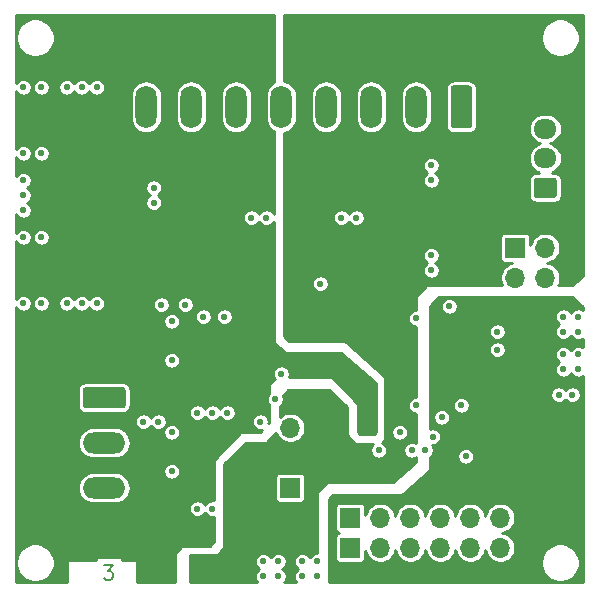
<source format=gbr>
G04 #@! TF.GenerationSoftware,KiCad,Pcbnew,(5.1.5)-2*
G04 #@! TF.CreationDate,2020-08-01T22:44:24+08:00*
G04 #@! TF.ProjectId,Module_ADS1263,4d6f6475-6c65-45f4-9144-53313236332e,rev?*
G04 #@! TF.SameCoordinates,Original*
G04 #@! TF.FileFunction,Copper,L3,Inr*
G04 #@! TF.FilePolarity,Positive*
%FSLAX46Y46*%
G04 Gerber Fmt 4.6, Leading zero omitted, Abs format (unit mm)*
G04 Created by KiCad (PCBNEW (5.1.5)-2) date 2020-08-01 22:44:24*
%MOMM*%
%LPD*%
G04 APERTURE LIST*
%ADD10C,0.203200*%
%ADD11O,1.700000X1.700000*%
%ADD12R,1.700000X1.700000*%
%ADD13O,1.950000X1.700000*%
%ADD14C,0.100000*%
%ADD15O,3.600000X1.800000*%
%ADD16O,1.800000X3.600000*%
%ADD17C,0.558800*%
%ADD18C,0.254000*%
G04 APERTURE END LIST*
D10*
X109956600Y-129761342D02*
X110711342Y-129761342D01*
X110304942Y-130225800D01*
X110479114Y-130225800D01*
X110595228Y-130283857D01*
X110653285Y-130341914D01*
X110711342Y-130458028D01*
X110711342Y-130748314D01*
X110653285Y-130864428D01*
X110595228Y-130922485D01*
X110479114Y-130980542D01*
X110130771Y-130980542D01*
X110014657Y-130922485D01*
X109956600Y-130864428D01*
D11*
X147320000Y-105410000D03*
X144780000Y-105410000D03*
X147320000Y-102870000D03*
D12*
X144780000Y-102870000D03*
D13*
X147320000Y-92790000D03*
X147320000Y-95290000D03*
G04 #@! TA.AperFunction,ViaPad*
D14*
G36*
X148069504Y-96941204D02*
G01*
X148093773Y-96944804D01*
X148117571Y-96950765D01*
X148140671Y-96959030D01*
X148162849Y-96969520D01*
X148183893Y-96982133D01*
X148203598Y-96996747D01*
X148221777Y-97013223D01*
X148238253Y-97031402D01*
X148252867Y-97051107D01*
X148265480Y-97072151D01*
X148275970Y-97094329D01*
X148284235Y-97117429D01*
X148290196Y-97141227D01*
X148293796Y-97165496D01*
X148295000Y-97190000D01*
X148295000Y-98390000D01*
X148293796Y-98414504D01*
X148290196Y-98438773D01*
X148284235Y-98462571D01*
X148275970Y-98485671D01*
X148265480Y-98507849D01*
X148252867Y-98528893D01*
X148238253Y-98548598D01*
X148221777Y-98566777D01*
X148203598Y-98583253D01*
X148183893Y-98597867D01*
X148162849Y-98610480D01*
X148140671Y-98620970D01*
X148117571Y-98629235D01*
X148093773Y-98635196D01*
X148069504Y-98638796D01*
X148045000Y-98640000D01*
X146595000Y-98640000D01*
X146570496Y-98638796D01*
X146546227Y-98635196D01*
X146522429Y-98629235D01*
X146499329Y-98620970D01*
X146477151Y-98610480D01*
X146456107Y-98597867D01*
X146436402Y-98583253D01*
X146418223Y-98566777D01*
X146401747Y-98548598D01*
X146387133Y-98528893D01*
X146374520Y-98507849D01*
X146364030Y-98485671D01*
X146355765Y-98462571D01*
X146349804Y-98438773D01*
X146346204Y-98414504D01*
X146345000Y-98390000D01*
X146345000Y-97190000D01*
X146346204Y-97165496D01*
X146349804Y-97141227D01*
X146355765Y-97117429D01*
X146364030Y-97094329D01*
X146374520Y-97072151D01*
X146387133Y-97051107D01*
X146401747Y-97031402D01*
X146418223Y-97013223D01*
X146436402Y-96996747D01*
X146456107Y-96982133D01*
X146477151Y-96969520D01*
X146499329Y-96959030D01*
X146522429Y-96950765D01*
X146546227Y-96944804D01*
X146570496Y-96941204D01*
X146595000Y-96940000D01*
X148045000Y-96940000D01*
X148069504Y-96941204D01*
G37*
G04 #@! TD.AperFunction*
D11*
X143510000Y-128270000D03*
X140970000Y-128270000D03*
X138430000Y-128270000D03*
X135890000Y-128270000D03*
X133350000Y-128270000D03*
D12*
X130810000Y-128270000D03*
D11*
X143510000Y-125730000D03*
X140970000Y-125730000D03*
X138430000Y-125730000D03*
X135890000Y-125730000D03*
X133350000Y-125730000D03*
D12*
X130810000Y-125730000D03*
D15*
X109982000Y-123190000D03*
X109982000Y-119380000D03*
G04 #@! TA.AperFunction,ViaPad*
D14*
G36*
X111556504Y-114671204D02*
G01*
X111580773Y-114674804D01*
X111604571Y-114680765D01*
X111627671Y-114689030D01*
X111649849Y-114699520D01*
X111670893Y-114712133D01*
X111690598Y-114726747D01*
X111708777Y-114743223D01*
X111725253Y-114761402D01*
X111739867Y-114781107D01*
X111752480Y-114802151D01*
X111762970Y-114824329D01*
X111771235Y-114847429D01*
X111777196Y-114871227D01*
X111780796Y-114895496D01*
X111782000Y-114920000D01*
X111782000Y-116220000D01*
X111780796Y-116244504D01*
X111777196Y-116268773D01*
X111771235Y-116292571D01*
X111762970Y-116315671D01*
X111752480Y-116337849D01*
X111739867Y-116358893D01*
X111725253Y-116378598D01*
X111708777Y-116396777D01*
X111690598Y-116413253D01*
X111670893Y-116427867D01*
X111649849Y-116440480D01*
X111627671Y-116450970D01*
X111604571Y-116459235D01*
X111580773Y-116465196D01*
X111556504Y-116468796D01*
X111532000Y-116470000D01*
X108432000Y-116470000D01*
X108407496Y-116468796D01*
X108383227Y-116465196D01*
X108359429Y-116459235D01*
X108336329Y-116450970D01*
X108314151Y-116440480D01*
X108293107Y-116427867D01*
X108273402Y-116413253D01*
X108255223Y-116396777D01*
X108238747Y-116378598D01*
X108224133Y-116358893D01*
X108211520Y-116337849D01*
X108201030Y-116315671D01*
X108192765Y-116292571D01*
X108186804Y-116268773D01*
X108183204Y-116244504D01*
X108182000Y-116220000D01*
X108182000Y-114920000D01*
X108183204Y-114895496D01*
X108186804Y-114871227D01*
X108192765Y-114847429D01*
X108201030Y-114824329D01*
X108211520Y-114802151D01*
X108224133Y-114781107D01*
X108238747Y-114761402D01*
X108255223Y-114743223D01*
X108273402Y-114726747D01*
X108293107Y-114712133D01*
X108314151Y-114699520D01*
X108336329Y-114689030D01*
X108359429Y-114680765D01*
X108383227Y-114674804D01*
X108407496Y-114671204D01*
X108432000Y-114670000D01*
X111532000Y-114670000D01*
X111556504Y-114671204D01*
G37*
G04 #@! TD.AperFunction*
D16*
X113538000Y-90932000D03*
X117348000Y-90932000D03*
X121158000Y-90932000D03*
X124968000Y-90932000D03*
X128778000Y-90932000D03*
X132588000Y-90932000D03*
X136398000Y-90932000D03*
G04 #@! TA.AperFunction,ViaPad*
D14*
G36*
X140882504Y-89133204D02*
G01*
X140906773Y-89136804D01*
X140930571Y-89142765D01*
X140953671Y-89151030D01*
X140975849Y-89161520D01*
X140996893Y-89174133D01*
X141016598Y-89188747D01*
X141034777Y-89205223D01*
X141051253Y-89223402D01*
X141065867Y-89243107D01*
X141078480Y-89264151D01*
X141088970Y-89286329D01*
X141097235Y-89309429D01*
X141103196Y-89333227D01*
X141106796Y-89357496D01*
X141108000Y-89382000D01*
X141108000Y-92482000D01*
X141106796Y-92506504D01*
X141103196Y-92530773D01*
X141097235Y-92554571D01*
X141088970Y-92577671D01*
X141078480Y-92599849D01*
X141065867Y-92620893D01*
X141051253Y-92640598D01*
X141034777Y-92658777D01*
X141016598Y-92675253D01*
X140996893Y-92689867D01*
X140975849Y-92702480D01*
X140953671Y-92712970D01*
X140930571Y-92721235D01*
X140906773Y-92727196D01*
X140882504Y-92730796D01*
X140858000Y-92732000D01*
X139558000Y-92732000D01*
X139533496Y-92730796D01*
X139509227Y-92727196D01*
X139485429Y-92721235D01*
X139462329Y-92712970D01*
X139440151Y-92702480D01*
X139419107Y-92689867D01*
X139399402Y-92675253D01*
X139381223Y-92658777D01*
X139364747Y-92640598D01*
X139350133Y-92620893D01*
X139337520Y-92599849D01*
X139327030Y-92577671D01*
X139318765Y-92554571D01*
X139312804Y-92530773D01*
X139309204Y-92506504D01*
X139308000Y-92482000D01*
X139308000Y-89382000D01*
X139309204Y-89357496D01*
X139312804Y-89333227D01*
X139318765Y-89309429D01*
X139327030Y-89286329D01*
X139337520Y-89264151D01*
X139350133Y-89243107D01*
X139364747Y-89223402D01*
X139381223Y-89205223D01*
X139399402Y-89188747D01*
X139419107Y-89174133D01*
X139440151Y-89161520D01*
X139462329Y-89151030D01*
X139485429Y-89142765D01*
X139509227Y-89136804D01*
X139533496Y-89133204D01*
X139558000Y-89132000D01*
X140858000Y-89132000D01*
X140882504Y-89133204D01*
G37*
G04 #@! TD.AperFunction*
D11*
X125730000Y-118110000D03*
X125730000Y-120650000D03*
D12*
X125730000Y-123190000D03*
D17*
X104648000Y-107569000D03*
X103124000Y-107569000D03*
X104648000Y-101981000D03*
X103124000Y-101981000D03*
X104648000Y-94869000D03*
X103124000Y-94869000D03*
X104648000Y-89281000D03*
X103124000Y-89281000D03*
X114173000Y-97790000D03*
X114173000Y-99060000D03*
X137668000Y-95885000D03*
X137668000Y-97155000D03*
X130048000Y-100330000D03*
X131318000Y-100330000D03*
X137668000Y-103505000D03*
X137668000Y-104775000D03*
X122428000Y-100330000D03*
X123698000Y-100330000D03*
X113284000Y-117602000D03*
X114554000Y-117602000D03*
X117856000Y-116840000D03*
X119126000Y-116840000D03*
X120396000Y-116840000D03*
X117856000Y-124968000D03*
X119126000Y-124968000D03*
X114808000Y-107696000D03*
X116840000Y-107696000D03*
X118364000Y-108712000D03*
X120142000Y-108712000D03*
X123190000Y-117602000D03*
X124968000Y-113538000D03*
X124460000Y-115697000D03*
X123444000Y-129413000D03*
X124714000Y-129413000D03*
X123444000Y-130683000D03*
X124714000Y-130683000D03*
X148844000Y-109982000D03*
X148844000Y-108712000D03*
X150114000Y-109982000D03*
X150114000Y-108712000D03*
X103124000Y-97155000D03*
X103124000Y-98425000D03*
X103124000Y-99695000D03*
X106807000Y-107569000D03*
X108077000Y-107569000D03*
X109347000Y-107569000D03*
X106807000Y-89281000D03*
X108077000Y-89281000D03*
X109347000Y-89281000D03*
X133985000Y-118364000D03*
X126682500Y-115316000D03*
X126682500Y-116078000D03*
X126682500Y-108839000D03*
X117602000Y-129413000D03*
X118872000Y-129413000D03*
X118872000Y-130683000D03*
X117602000Y-130683000D03*
X132588000Y-118364000D03*
X126682500Y-112776000D03*
X114300000Y-129413000D03*
X115570000Y-129413000D03*
X114300000Y-130683000D03*
X115570000Y-130683000D03*
X123571000Y-113030000D03*
X123571000Y-114173000D03*
X122428000Y-115443000D03*
X128270000Y-105918000D03*
X136398000Y-108839000D03*
X139192000Y-107822994D03*
X126746000Y-129413000D03*
X128016000Y-129413000D03*
X128016000Y-130683000D03*
X126746000Y-130683000D03*
X148844000Y-111887000D03*
X150114000Y-111887000D03*
X148844000Y-113157000D03*
X150114000Y-113157000D03*
X148463000Y-115316000D03*
X149606000Y-115316000D03*
X143256000Y-111506000D03*
X143256000Y-109982000D03*
X141986000Y-116205000D03*
X142367000Y-114173000D03*
X143637000Y-114173000D03*
X143637000Y-115443000D03*
X142367000Y-115443000D03*
X145034000Y-119888000D03*
X143510000Y-118745000D03*
X137795000Y-118872000D03*
X133223000Y-120015000D03*
X138557000Y-117221000D03*
X136016996Y-120015000D03*
X140208000Y-116205000D03*
X136398000Y-116205000D03*
X137160000Y-120015000D03*
X135001000Y-118491000D03*
X140589000Y-120523000D03*
X115693500Y-118494500D03*
X115697000Y-121793000D03*
X115693500Y-109096500D03*
X115697000Y-112395000D03*
D18*
G36*
X128016000Y-115749606D02*
G01*
X128016000Y-128701800D01*
X127945953Y-128701800D01*
X127808551Y-128729131D01*
X127679121Y-128782743D01*
X127562637Y-128860575D01*
X127463575Y-128959637D01*
X127385743Y-129076121D01*
X127381000Y-129087572D01*
X127376257Y-129076121D01*
X127298425Y-128959637D01*
X127199363Y-128860575D01*
X127082879Y-128782743D01*
X126953449Y-128729131D01*
X126816047Y-128701800D01*
X126675953Y-128701800D01*
X126538551Y-128729131D01*
X126409121Y-128782743D01*
X126292637Y-128860575D01*
X126193575Y-128959637D01*
X126115743Y-129076121D01*
X126062131Y-129205551D01*
X126034800Y-129342953D01*
X126034800Y-129483047D01*
X126062131Y-129620449D01*
X126115743Y-129749879D01*
X126193575Y-129866363D01*
X126292637Y-129965425D01*
X126409121Y-130043257D01*
X126420572Y-130048000D01*
X126409121Y-130052743D01*
X126292637Y-130130575D01*
X126193575Y-130229637D01*
X126115743Y-130346121D01*
X126062131Y-130475551D01*
X126034800Y-130612953D01*
X126034800Y-130753047D01*
X126062131Y-130890449D01*
X126115743Y-131019879D01*
X126193575Y-131136363D01*
X126248212Y-131191000D01*
X125211788Y-131191000D01*
X125266425Y-131136363D01*
X125344257Y-131019879D01*
X125397869Y-130890449D01*
X125425200Y-130753047D01*
X125425200Y-130612953D01*
X125397869Y-130475551D01*
X125344257Y-130346121D01*
X125266425Y-130229637D01*
X125167363Y-130130575D01*
X125050879Y-130052743D01*
X125039428Y-130048000D01*
X125050879Y-130043257D01*
X125167363Y-129965425D01*
X125266425Y-129866363D01*
X125344257Y-129749879D01*
X125397869Y-129620449D01*
X125425200Y-129483047D01*
X125425200Y-129342953D01*
X125397869Y-129205551D01*
X125344257Y-129076121D01*
X125266425Y-128959637D01*
X125167363Y-128860575D01*
X125050879Y-128782743D01*
X124921449Y-128729131D01*
X124784047Y-128701800D01*
X124643953Y-128701800D01*
X124506551Y-128729131D01*
X124377121Y-128782743D01*
X124260637Y-128860575D01*
X124161575Y-128959637D01*
X124083743Y-129076121D01*
X124079000Y-129087572D01*
X124074257Y-129076121D01*
X123996425Y-128959637D01*
X123897363Y-128860575D01*
X123780879Y-128782743D01*
X123651449Y-128729131D01*
X123514047Y-128701800D01*
X123373953Y-128701800D01*
X123236551Y-128729131D01*
X123107121Y-128782743D01*
X122990637Y-128860575D01*
X122891575Y-128959637D01*
X122813743Y-129076121D01*
X122760131Y-129205551D01*
X122732800Y-129342953D01*
X122732800Y-129483047D01*
X122760131Y-129620449D01*
X122813743Y-129749879D01*
X122891575Y-129866363D01*
X122990637Y-129965425D01*
X123107121Y-130043257D01*
X123118572Y-130048000D01*
X123107121Y-130052743D01*
X122990637Y-130130575D01*
X122891575Y-130229637D01*
X122813743Y-130346121D01*
X122760131Y-130475551D01*
X122732800Y-130612953D01*
X122732800Y-130753047D01*
X122760131Y-130890449D01*
X122813743Y-131019879D01*
X122891575Y-131136363D01*
X122946212Y-131191000D01*
X117221000Y-131191000D01*
X117221000Y-128905000D01*
X119507000Y-128905000D01*
X119531776Y-128902560D01*
X119555601Y-128895333D01*
X119577557Y-128883597D01*
X119596803Y-128867803D01*
X119606170Y-128857336D01*
X120114170Y-128222336D01*
X120127743Y-128201465D01*
X120136982Y-128178346D01*
X120142000Y-128143000D01*
X120142000Y-122340000D01*
X124446111Y-122340000D01*
X124446111Y-124040000D01*
X124454448Y-124124648D01*
X124479139Y-124206042D01*
X124519234Y-124281056D01*
X124573194Y-124346806D01*
X124638944Y-124400766D01*
X124713958Y-124440861D01*
X124795352Y-124465552D01*
X124880000Y-124473889D01*
X126580000Y-124473889D01*
X126664648Y-124465552D01*
X126746042Y-124440861D01*
X126821056Y-124400766D01*
X126886806Y-124346806D01*
X126940766Y-124281056D01*
X126980861Y-124206042D01*
X127005552Y-124124648D01*
X127013889Y-124040000D01*
X127013889Y-122340000D01*
X127005552Y-122255352D01*
X126980861Y-122173958D01*
X126940766Y-122098944D01*
X126886806Y-122033194D01*
X126821056Y-121979234D01*
X126746042Y-121939139D01*
X126664648Y-121914448D01*
X126580000Y-121906111D01*
X124880000Y-121906111D01*
X124795352Y-121914448D01*
X124713958Y-121939139D01*
X124638944Y-121979234D01*
X124573194Y-122033194D01*
X124519234Y-122098944D01*
X124479139Y-122173958D01*
X124454448Y-122255352D01*
X124446111Y-122340000D01*
X120142000Y-122340000D01*
X120142000Y-121210606D01*
X121972606Y-119380000D01*
X123698000Y-119380000D01*
X123722776Y-119377560D01*
X123746601Y-119370333D01*
X123768557Y-119358597D01*
X123792921Y-119337374D01*
X124514661Y-118525416D01*
X124594084Y-118717160D01*
X124734361Y-118927100D01*
X124912900Y-119105639D01*
X125122840Y-119245916D01*
X125356113Y-119342541D01*
X125603754Y-119391800D01*
X125856246Y-119391800D01*
X126103887Y-119342541D01*
X126337160Y-119245916D01*
X126547100Y-119105639D01*
X126725639Y-118927100D01*
X126865916Y-118717160D01*
X126962541Y-118483887D01*
X127011800Y-118236246D01*
X127011800Y-117983754D01*
X126962541Y-117736113D01*
X126865916Y-117502840D01*
X126725639Y-117292900D01*
X126547100Y-117114361D01*
X126337160Y-116974084D01*
X126103887Y-116877459D01*
X125856246Y-116828200D01*
X125603754Y-116828200D01*
X125356113Y-116877459D01*
X125122840Y-116974084D01*
X124912900Y-117114361D01*
X124841000Y-117186261D01*
X124841000Y-116297776D01*
X124913363Y-116249425D01*
X125012425Y-116150363D01*
X125090257Y-116033879D01*
X125143869Y-115904449D01*
X125171200Y-115767047D01*
X125171200Y-115626953D01*
X125143869Y-115489551D01*
X125116245Y-115422862D01*
X125534413Y-114935000D01*
X127201394Y-114935000D01*
X128016000Y-115749606D01*
G37*
X128016000Y-115749606D02*
X128016000Y-128701800D01*
X127945953Y-128701800D01*
X127808551Y-128729131D01*
X127679121Y-128782743D01*
X127562637Y-128860575D01*
X127463575Y-128959637D01*
X127385743Y-129076121D01*
X127381000Y-129087572D01*
X127376257Y-129076121D01*
X127298425Y-128959637D01*
X127199363Y-128860575D01*
X127082879Y-128782743D01*
X126953449Y-128729131D01*
X126816047Y-128701800D01*
X126675953Y-128701800D01*
X126538551Y-128729131D01*
X126409121Y-128782743D01*
X126292637Y-128860575D01*
X126193575Y-128959637D01*
X126115743Y-129076121D01*
X126062131Y-129205551D01*
X126034800Y-129342953D01*
X126034800Y-129483047D01*
X126062131Y-129620449D01*
X126115743Y-129749879D01*
X126193575Y-129866363D01*
X126292637Y-129965425D01*
X126409121Y-130043257D01*
X126420572Y-130048000D01*
X126409121Y-130052743D01*
X126292637Y-130130575D01*
X126193575Y-130229637D01*
X126115743Y-130346121D01*
X126062131Y-130475551D01*
X126034800Y-130612953D01*
X126034800Y-130753047D01*
X126062131Y-130890449D01*
X126115743Y-131019879D01*
X126193575Y-131136363D01*
X126248212Y-131191000D01*
X125211788Y-131191000D01*
X125266425Y-131136363D01*
X125344257Y-131019879D01*
X125397869Y-130890449D01*
X125425200Y-130753047D01*
X125425200Y-130612953D01*
X125397869Y-130475551D01*
X125344257Y-130346121D01*
X125266425Y-130229637D01*
X125167363Y-130130575D01*
X125050879Y-130052743D01*
X125039428Y-130048000D01*
X125050879Y-130043257D01*
X125167363Y-129965425D01*
X125266425Y-129866363D01*
X125344257Y-129749879D01*
X125397869Y-129620449D01*
X125425200Y-129483047D01*
X125425200Y-129342953D01*
X125397869Y-129205551D01*
X125344257Y-129076121D01*
X125266425Y-128959637D01*
X125167363Y-128860575D01*
X125050879Y-128782743D01*
X124921449Y-128729131D01*
X124784047Y-128701800D01*
X124643953Y-128701800D01*
X124506551Y-128729131D01*
X124377121Y-128782743D01*
X124260637Y-128860575D01*
X124161575Y-128959637D01*
X124083743Y-129076121D01*
X124079000Y-129087572D01*
X124074257Y-129076121D01*
X123996425Y-128959637D01*
X123897363Y-128860575D01*
X123780879Y-128782743D01*
X123651449Y-128729131D01*
X123514047Y-128701800D01*
X123373953Y-128701800D01*
X123236551Y-128729131D01*
X123107121Y-128782743D01*
X122990637Y-128860575D01*
X122891575Y-128959637D01*
X122813743Y-129076121D01*
X122760131Y-129205551D01*
X122732800Y-129342953D01*
X122732800Y-129483047D01*
X122760131Y-129620449D01*
X122813743Y-129749879D01*
X122891575Y-129866363D01*
X122990637Y-129965425D01*
X123107121Y-130043257D01*
X123118572Y-130048000D01*
X123107121Y-130052743D01*
X122990637Y-130130575D01*
X122891575Y-130229637D01*
X122813743Y-130346121D01*
X122760131Y-130475551D01*
X122732800Y-130612953D01*
X122732800Y-130753047D01*
X122760131Y-130890449D01*
X122813743Y-131019879D01*
X122891575Y-131136363D01*
X122946212Y-131191000D01*
X117221000Y-131191000D01*
X117221000Y-128905000D01*
X119507000Y-128905000D01*
X119531776Y-128902560D01*
X119555601Y-128895333D01*
X119577557Y-128883597D01*
X119596803Y-128867803D01*
X119606170Y-128857336D01*
X120114170Y-128222336D01*
X120127743Y-128201465D01*
X120136982Y-128178346D01*
X120142000Y-128143000D01*
X120142000Y-122340000D01*
X124446111Y-122340000D01*
X124446111Y-124040000D01*
X124454448Y-124124648D01*
X124479139Y-124206042D01*
X124519234Y-124281056D01*
X124573194Y-124346806D01*
X124638944Y-124400766D01*
X124713958Y-124440861D01*
X124795352Y-124465552D01*
X124880000Y-124473889D01*
X126580000Y-124473889D01*
X126664648Y-124465552D01*
X126746042Y-124440861D01*
X126821056Y-124400766D01*
X126886806Y-124346806D01*
X126940766Y-124281056D01*
X126980861Y-124206042D01*
X127005552Y-124124648D01*
X127013889Y-124040000D01*
X127013889Y-122340000D01*
X127005552Y-122255352D01*
X126980861Y-122173958D01*
X126940766Y-122098944D01*
X126886806Y-122033194D01*
X126821056Y-121979234D01*
X126746042Y-121939139D01*
X126664648Y-121914448D01*
X126580000Y-121906111D01*
X124880000Y-121906111D01*
X124795352Y-121914448D01*
X124713958Y-121939139D01*
X124638944Y-121979234D01*
X124573194Y-122033194D01*
X124519234Y-122098944D01*
X124479139Y-122173958D01*
X124454448Y-122255352D01*
X124446111Y-122340000D01*
X120142000Y-122340000D01*
X120142000Y-121210606D01*
X121972606Y-119380000D01*
X123698000Y-119380000D01*
X123722776Y-119377560D01*
X123746601Y-119370333D01*
X123768557Y-119358597D01*
X123792921Y-119337374D01*
X124514661Y-118525416D01*
X124594084Y-118717160D01*
X124734361Y-118927100D01*
X124912900Y-119105639D01*
X125122840Y-119245916D01*
X125356113Y-119342541D01*
X125603754Y-119391800D01*
X125856246Y-119391800D01*
X126103887Y-119342541D01*
X126337160Y-119245916D01*
X126547100Y-119105639D01*
X126725639Y-118927100D01*
X126865916Y-118717160D01*
X126962541Y-118483887D01*
X127011800Y-118236246D01*
X127011800Y-117983754D01*
X126962541Y-117736113D01*
X126865916Y-117502840D01*
X126725639Y-117292900D01*
X126547100Y-117114361D01*
X126337160Y-116974084D01*
X126103887Y-116877459D01*
X125856246Y-116828200D01*
X125603754Y-116828200D01*
X125356113Y-116877459D01*
X125122840Y-116974084D01*
X124912900Y-117114361D01*
X124841000Y-117186261D01*
X124841000Y-116297776D01*
X124913363Y-116249425D01*
X125012425Y-116150363D01*
X125090257Y-116033879D01*
X125143869Y-115904449D01*
X125171200Y-115767047D01*
X125171200Y-115626953D01*
X125143869Y-115489551D01*
X125116245Y-115422862D01*
X125534413Y-114935000D01*
X127201394Y-114935000D01*
X128016000Y-115749606D01*
G36*
X115360121Y-111764743D02*
G01*
X115243637Y-111842575D01*
X115144575Y-111941637D01*
X115066743Y-112058121D01*
X115013131Y-112187551D01*
X114985800Y-112324953D01*
X114985800Y-112465047D01*
X115013131Y-112602449D01*
X115066743Y-112731879D01*
X115144575Y-112848363D01*
X115243637Y-112947425D01*
X115360121Y-113025257D01*
X115489551Y-113078869D01*
X115626953Y-113106200D01*
X115767047Y-113106200D01*
X115904449Y-113078869D01*
X116033879Y-113025257D01*
X116150363Y-112947425D01*
X116249425Y-112848363D01*
X116327257Y-112731879D01*
X116380869Y-112602449D01*
X116408200Y-112465047D01*
X116408200Y-112324953D01*
X116380869Y-112187551D01*
X116327257Y-112058121D01*
X116249425Y-111941637D01*
X116150363Y-111842575D01*
X116033879Y-111764743D01*
X116022428Y-111760000D01*
X126312394Y-111760000D01*
X126873000Y-112320606D01*
X126873000Y-113792000D01*
X125632587Y-113792000D01*
X125651869Y-113745449D01*
X125679200Y-113608047D01*
X125679200Y-113467953D01*
X125651869Y-113330551D01*
X125598257Y-113201121D01*
X125520425Y-113084637D01*
X125421363Y-112985575D01*
X125304879Y-112907743D01*
X125175449Y-112854131D01*
X125038047Y-112826800D01*
X124897953Y-112826800D01*
X124760551Y-112854131D01*
X124631121Y-112907743D01*
X124514637Y-112985575D01*
X124415575Y-113084637D01*
X124337743Y-113201121D01*
X124284131Y-113330551D01*
X124256800Y-113467953D01*
X124256800Y-113608047D01*
X124284131Y-113745449D01*
X124337743Y-113874879D01*
X124415575Y-113991363D01*
X124417652Y-113993440D01*
X123999664Y-114327830D01*
X123981841Y-114345213D01*
X123967752Y-114365739D01*
X123957938Y-114388620D01*
X123952777Y-114412975D01*
X123952000Y-114427000D01*
X123952000Y-115199212D01*
X123907575Y-115243637D01*
X123829743Y-115360121D01*
X123776131Y-115489551D01*
X123748800Y-115626953D01*
X123748800Y-115767047D01*
X123776131Y-115904449D01*
X123829743Y-116033879D01*
X123907575Y-116150363D01*
X123952000Y-116194788D01*
X123952000Y-117676394D01*
X123887507Y-117740887D01*
X123901200Y-117672047D01*
X123901200Y-117531953D01*
X123873869Y-117394551D01*
X123820257Y-117265121D01*
X123742425Y-117148637D01*
X123643363Y-117049575D01*
X123526879Y-116971743D01*
X123397449Y-116918131D01*
X123260047Y-116890800D01*
X123119953Y-116890800D01*
X122982551Y-116918131D01*
X122853121Y-116971743D01*
X122736637Y-117049575D01*
X122637575Y-117148637D01*
X122559743Y-117265121D01*
X122506131Y-117394551D01*
X122478800Y-117531953D01*
X122478800Y-117672047D01*
X122506131Y-117809449D01*
X122559743Y-117938879D01*
X122637575Y-118055363D01*
X122736637Y-118154425D01*
X122853121Y-118232257D01*
X122982551Y-118285869D01*
X123119953Y-118313200D01*
X123260047Y-118313200D01*
X123328887Y-118299507D01*
X123137394Y-118491000D01*
X121539000Y-118491000D01*
X121514224Y-118493440D01*
X121490399Y-118500667D01*
X121468443Y-118512403D01*
X121446669Y-118530799D01*
X119287669Y-120816799D01*
X119272431Y-120836487D01*
X119261327Y-120858770D01*
X119254783Y-120882791D01*
X119253000Y-120904000D01*
X119253000Y-124268129D01*
X119196047Y-124256800D01*
X119055953Y-124256800D01*
X118918551Y-124284131D01*
X118789121Y-124337743D01*
X118672637Y-124415575D01*
X118573575Y-124514637D01*
X118495743Y-124631121D01*
X118491000Y-124642572D01*
X118486257Y-124631121D01*
X118408425Y-124514637D01*
X118309363Y-124415575D01*
X118192879Y-124337743D01*
X118063449Y-124284131D01*
X117926047Y-124256800D01*
X117785953Y-124256800D01*
X117648551Y-124284131D01*
X117519121Y-124337743D01*
X117402637Y-124415575D01*
X117303575Y-124514637D01*
X117225743Y-124631121D01*
X117172131Y-124760551D01*
X117144800Y-124897953D01*
X117144800Y-125038047D01*
X117172131Y-125175449D01*
X117225743Y-125304879D01*
X117303575Y-125421363D01*
X117402637Y-125520425D01*
X117519121Y-125598257D01*
X117648551Y-125651869D01*
X117785953Y-125679200D01*
X117926047Y-125679200D01*
X118063449Y-125651869D01*
X118192879Y-125598257D01*
X118309363Y-125520425D01*
X118408425Y-125421363D01*
X118486257Y-125304879D01*
X118491000Y-125293428D01*
X118495743Y-125304879D01*
X118573575Y-125421363D01*
X118672637Y-125520425D01*
X118789121Y-125598257D01*
X118918551Y-125651869D01*
X119055953Y-125679200D01*
X119196047Y-125679200D01*
X119253000Y-125667871D01*
X119253000Y-127719667D01*
X118935500Y-128143000D01*
X116586000Y-128143000D01*
X116561224Y-128145440D01*
X116537399Y-128152667D01*
X116515443Y-128164403D01*
X116496197Y-128180197D01*
X115988197Y-128688197D01*
X115972403Y-128707443D01*
X115960667Y-128729399D01*
X115953440Y-128753224D01*
X115951000Y-128778000D01*
X115951000Y-131191000D01*
X113919000Y-131191000D01*
X113919000Y-121722953D01*
X114985800Y-121722953D01*
X114985800Y-121863047D01*
X115013131Y-122000449D01*
X115066743Y-122129879D01*
X115144575Y-122246363D01*
X115243637Y-122345425D01*
X115360121Y-122423257D01*
X115489551Y-122476869D01*
X115626953Y-122504200D01*
X115767047Y-122504200D01*
X115904449Y-122476869D01*
X116033879Y-122423257D01*
X116150363Y-122345425D01*
X116249425Y-122246363D01*
X116327257Y-122129879D01*
X116380869Y-122000449D01*
X116408200Y-121863047D01*
X116408200Y-121722953D01*
X116380869Y-121585551D01*
X116327257Y-121456121D01*
X116249425Y-121339637D01*
X116150363Y-121240575D01*
X116033879Y-121162743D01*
X115904449Y-121109131D01*
X115767047Y-121081800D01*
X115626953Y-121081800D01*
X115489551Y-121109131D01*
X115360121Y-121162743D01*
X115243637Y-121240575D01*
X115144575Y-121339637D01*
X115066743Y-121456121D01*
X115013131Y-121585551D01*
X114985800Y-121722953D01*
X113919000Y-121722953D01*
X113919000Y-118424453D01*
X114982300Y-118424453D01*
X114982300Y-118564547D01*
X115009631Y-118701949D01*
X115063243Y-118831379D01*
X115141075Y-118947863D01*
X115240137Y-119046925D01*
X115356621Y-119124757D01*
X115486051Y-119178369D01*
X115623453Y-119205700D01*
X115763547Y-119205700D01*
X115900949Y-119178369D01*
X116030379Y-119124757D01*
X116146863Y-119046925D01*
X116245925Y-118947863D01*
X116323757Y-118831379D01*
X116377369Y-118701949D01*
X116404700Y-118564547D01*
X116404700Y-118424453D01*
X116377369Y-118287051D01*
X116323757Y-118157621D01*
X116245925Y-118041137D01*
X116146863Y-117942075D01*
X116030379Y-117864243D01*
X115900949Y-117810631D01*
X115763547Y-117783300D01*
X115623453Y-117783300D01*
X115486051Y-117810631D01*
X115356621Y-117864243D01*
X115240137Y-117942075D01*
X115141075Y-118041137D01*
X115063243Y-118157621D01*
X115009631Y-118287051D01*
X114982300Y-118424453D01*
X113919000Y-118424453D01*
X113919000Y-117927428D01*
X113923743Y-117938879D01*
X114001575Y-118055363D01*
X114100637Y-118154425D01*
X114217121Y-118232257D01*
X114346551Y-118285869D01*
X114483953Y-118313200D01*
X114624047Y-118313200D01*
X114761449Y-118285869D01*
X114890879Y-118232257D01*
X115007363Y-118154425D01*
X115106425Y-118055363D01*
X115184257Y-117938879D01*
X115237869Y-117809449D01*
X115265200Y-117672047D01*
X115265200Y-117531953D01*
X115237869Y-117394551D01*
X115184257Y-117265121D01*
X115106425Y-117148637D01*
X115007363Y-117049575D01*
X114890879Y-116971743D01*
X114761449Y-116918131D01*
X114624047Y-116890800D01*
X114483953Y-116890800D01*
X114346551Y-116918131D01*
X114217121Y-116971743D01*
X114100637Y-117049575D01*
X114001575Y-117148637D01*
X113923743Y-117265121D01*
X113919000Y-117276572D01*
X113919000Y-116769953D01*
X117144800Y-116769953D01*
X117144800Y-116910047D01*
X117172131Y-117047449D01*
X117225743Y-117176879D01*
X117303575Y-117293363D01*
X117402637Y-117392425D01*
X117519121Y-117470257D01*
X117648551Y-117523869D01*
X117785953Y-117551200D01*
X117926047Y-117551200D01*
X118063449Y-117523869D01*
X118192879Y-117470257D01*
X118309363Y-117392425D01*
X118408425Y-117293363D01*
X118486257Y-117176879D01*
X118491000Y-117165428D01*
X118495743Y-117176879D01*
X118573575Y-117293363D01*
X118672637Y-117392425D01*
X118789121Y-117470257D01*
X118918551Y-117523869D01*
X119055953Y-117551200D01*
X119196047Y-117551200D01*
X119333449Y-117523869D01*
X119462879Y-117470257D01*
X119579363Y-117392425D01*
X119678425Y-117293363D01*
X119756257Y-117176879D01*
X119761000Y-117165428D01*
X119765743Y-117176879D01*
X119843575Y-117293363D01*
X119942637Y-117392425D01*
X120059121Y-117470257D01*
X120188551Y-117523869D01*
X120325953Y-117551200D01*
X120466047Y-117551200D01*
X120603449Y-117523869D01*
X120732879Y-117470257D01*
X120849363Y-117392425D01*
X120948425Y-117293363D01*
X121026257Y-117176879D01*
X121079869Y-117047449D01*
X121107200Y-116910047D01*
X121107200Y-116769953D01*
X121079869Y-116632551D01*
X121026257Y-116503121D01*
X120948425Y-116386637D01*
X120849363Y-116287575D01*
X120732879Y-116209743D01*
X120603449Y-116156131D01*
X120466047Y-116128800D01*
X120325953Y-116128800D01*
X120188551Y-116156131D01*
X120059121Y-116209743D01*
X119942637Y-116287575D01*
X119843575Y-116386637D01*
X119765743Y-116503121D01*
X119761000Y-116514572D01*
X119756257Y-116503121D01*
X119678425Y-116386637D01*
X119579363Y-116287575D01*
X119462879Y-116209743D01*
X119333449Y-116156131D01*
X119196047Y-116128800D01*
X119055953Y-116128800D01*
X118918551Y-116156131D01*
X118789121Y-116209743D01*
X118672637Y-116287575D01*
X118573575Y-116386637D01*
X118495743Y-116503121D01*
X118491000Y-116514572D01*
X118486257Y-116503121D01*
X118408425Y-116386637D01*
X118309363Y-116287575D01*
X118192879Y-116209743D01*
X118063449Y-116156131D01*
X117926047Y-116128800D01*
X117785953Y-116128800D01*
X117648551Y-116156131D01*
X117519121Y-116209743D01*
X117402637Y-116287575D01*
X117303575Y-116386637D01*
X117225743Y-116503121D01*
X117172131Y-116632551D01*
X117144800Y-116769953D01*
X113919000Y-116769953D01*
X113919000Y-112447606D01*
X114606606Y-111760000D01*
X115371572Y-111760000D01*
X115360121Y-111764743D01*
G37*
X115360121Y-111764743D02*
X115243637Y-111842575D01*
X115144575Y-111941637D01*
X115066743Y-112058121D01*
X115013131Y-112187551D01*
X114985800Y-112324953D01*
X114985800Y-112465047D01*
X115013131Y-112602449D01*
X115066743Y-112731879D01*
X115144575Y-112848363D01*
X115243637Y-112947425D01*
X115360121Y-113025257D01*
X115489551Y-113078869D01*
X115626953Y-113106200D01*
X115767047Y-113106200D01*
X115904449Y-113078869D01*
X116033879Y-113025257D01*
X116150363Y-112947425D01*
X116249425Y-112848363D01*
X116327257Y-112731879D01*
X116380869Y-112602449D01*
X116408200Y-112465047D01*
X116408200Y-112324953D01*
X116380869Y-112187551D01*
X116327257Y-112058121D01*
X116249425Y-111941637D01*
X116150363Y-111842575D01*
X116033879Y-111764743D01*
X116022428Y-111760000D01*
X126312394Y-111760000D01*
X126873000Y-112320606D01*
X126873000Y-113792000D01*
X125632587Y-113792000D01*
X125651869Y-113745449D01*
X125679200Y-113608047D01*
X125679200Y-113467953D01*
X125651869Y-113330551D01*
X125598257Y-113201121D01*
X125520425Y-113084637D01*
X125421363Y-112985575D01*
X125304879Y-112907743D01*
X125175449Y-112854131D01*
X125038047Y-112826800D01*
X124897953Y-112826800D01*
X124760551Y-112854131D01*
X124631121Y-112907743D01*
X124514637Y-112985575D01*
X124415575Y-113084637D01*
X124337743Y-113201121D01*
X124284131Y-113330551D01*
X124256800Y-113467953D01*
X124256800Y-113608047D01*
X124284131Y-113745449D01*
X124337743Y-113874879D01*
X124415575Y-113991363D01*
X124417652Y-113993440D01*
X123999664Y-114327830D01*
X123981841Y-114345213D01*
X123967752Y-114365739D01*
X123957938Y-114388620D01*
X123952777Y-114412975D01*
X123952000Y-114427000D01*
X123952000Y-115199212D01*
X123907575Y-115243637D01*
X123829743Y-115360121D01*
X123776131Y-115489551D01*
X123748800Y-115626953D01*
X123748800Y-115767047D01*
X123776131Y-115904449D01*
X123829743Y-116033879D01*
X123907575Y-116150363D01*
X123952000Y-116194788D01*
X123952000Y-117676394D01*
X123887507Y-117740887D01*
X123901200Y-117672047D01*
X123901200Y-117531953D01*
X123873869Y-117394551D01*
X123820257Y-117265121D01*
X123742425Y-117148637D01*
X123643363Y-117049575D01*
X123526879Y-116971743D01*
X123397449Y-116918131D01*
X123260047Y-116890800D01*
X123119953Y-116890800D01*
X122982551Y-116918131D01*
X122853121Y-116971743D01*
X122736637Y-117049575D01*
X122637575Y-117148637D01*
X122559743Y-117265121D01*
X122506131Y-117394551D01*
X122478800Y-117531953D01*
X122478800Y-117672047D01*
X122506131Y-117809449D01*
X122559743Y-117938879D01*
X122637575Y-118055363D01*
X122736637Y-118154425D01*
X122853121Y-118232257D01*
X122982551Y-118285869D01*
X123119953Y-118313200D01*
X123260047Y-118313200D01*
X123328887Y-118299507D01*
X123137394Y-118491000D01*
X121539000Y-118491000D01*
X121514224Y-118493440D01*
X121490399Y-118500667D01*
X121468443Y-118512403D01*
X121446669Y-118530799D01*
X119287669Y-120816799D01*
X119272431Y-120836487D01*
X119261327Y-120858770D01*
X119254783Y-120882791D01*
X119253000Y-120904000D01*
X119253000Y-124268129D01*
X119196047Y-124256800D01*
X119055953Y-124256800D01*
X118918551Y-124284131D01*
X118789121Y-124337743D01*
X118672637Y-124415575D01*
X118573575Y-124514637D01*
X118495743Y-124631121D01*
X118491000Y-124642572D01*
X118486257Y-124631121D01*
X118408425Y-124514637D01*
X118309363Y-124415575D01*
X118192879Y-124337743D01*
X118063449Y-124284131D01*
X117926047Y-124256800D01*
X117785953Y-124256800D01*
X117648551Y-124284131D01*
X117519121Y-124337743D01*
X117402637Y-124415575D01*
X117303575Y-124514637D01*
X117225743Y-124631121D01*
X117172131Y-124760551D01*
X117144800Y-124897953D01*
X117144800Y-125038047D01*
X117172131Y-125175449D01*
X117225743Y-125304879D01*
X117303575Y-125421363D01*
X117402637Y-125520425D01*
X117519121Y-125598257D01*
X117648551Y-125651869D01*
X117785953Y-125679200D01*
X117926047Y-125679200D01*
X118063449Y-125651869D01*
X118192879Y-125598257D01*
X118309363Y-125520425D01*
X118408425Y-125421363D01*
X118486257Y-125304879D01*
X118491000Y-125293428D01*
X118495743Y-125304879D01*
X118573575Y-125421363D01*
X118672637Y-125520425D01*
X118789121Y-125598257D01*
X118918551Y-125651869D01*
X119055953Y-125679200D01*
X119196047Y-125679200D01*
X119253000Y-125667871D01*
X119253000Y-127719667D01*
X118935500Y-128143000D01*
X116586000Y-128143000D01*
X116561224Y-128145440D01*
X116537399Y-128152667D01*
X116515443Y-128164403D01*
X116496197Y-128180197D01*
X115988197Y-128688197D01*
X115972403Y-128707443D01*
X115960667Y-128729399D01*
X115953440Y-128753224D01*
X115951000Y-128778000D01*
X115951000Y-131191000D01*
X113919000Y-131191000D01*
X113919000Y-121722953D01*
X114985800Y-121722953D01*
X114985800Y-121863047D01*
X115013131Y-122000449D01*
X115066743Y-122129879D01*
X115144575Y-122246363D01*
X115243637Y-122345425D01*
X115360121Y-122423257D01*
X115489551Y-122476869D01*
X115626953Y-122504200D01*
X115767047Y-122504200D01*
X115904449Y-122476869D01*
X116033879Y-122423257D01*
X116150363Y-122345425D01*
X116249425Y-122246363D01*
X116327257Y-122129879D01*
X116380869Y-122000449D01*
X116408200Y-121863047D01*
X116408200Y-121722953D01*
X116380869Y-121585551D01*
X116327257Y-121456121D01*
X116249425Y-121339637D01*
X116150363Y-121240575D01*
X116033879Y-121162743D01*
X115904449Y-121109131D01*
X115767047Y-121081800D01*
X115626953Y-121081800D01*
X115489551Y-121109131D01*
X115360121Y-121162743D01*
X115243637Y-121240575D01*
X115144575Y-121339637D01*
X115066743Y-121456121D01*
X115013131Y-121585551D01*
X114985800Y-121722953D01*
X113919000Y-121722953D01*
X113919000Y-118424453D01*
X114982300Y-118424453D01*
X114982300Y-118564547D01*
X115009631Y-118701949D01*
X115063243Y-118831379D01*
X115141075Y-118947863D01*
X115240137Y-119046925D01*
X115356621Y-119124757D01*
X115486051Y-119178369D01*
X115623453Y-119205700D01*
X115763547Y-119205700D01*
X115900949Y-119178369D01*
X116030379Y-119124757D01*
X116146863Y-119046925D01*
X116245925Y-118947863D01*
X116323757Y-118831379D01*
X116377369Y-118701949D01*
X116404700Y-118564547D01*
X116404700Y-118424453D01*
X116377369Y-118287051D01*
X116323757Y-118157621D01*
X116245925Y-118041137D01*
X116146863Y-117942075D01*
X116030379Y-117864243D01*
X115900949Y-117810631D01*
X115763547Y-117783300D01*
X115623453Y-117783300D01*
X115486051Y-117810631D01*
X115356621Y-117864243D01*
X115240137Y-117942075D01*
X115141075Y-118041137D01*
X115063243Y-118157621D01*
X115009631Y-118287051D01*
X114982300Y-118424453D01*
X113919000Y-118424453D01*
X113919000Y-117927428D01*
X113923743Y-117938879D01*
X114001575Y-118055363D01*
X114100637Y-118154425D01*
X114217121Y-118232257D01*
X114346551Y-118285869D01*
X114483953Y-118313200D01*
X114624047Y-118313200D01*
X114761449Y-118285869D01*
X114890879Y-118232257D01*
X115007363Y-118154425D01*
X115106425Y-118055363D01*
X115184257Y-117938879D01*
X115237869Y-117809449D01*
X115265200Y-117672047D01*
X115265200Y-117531953D01*
X115237869Y-117394551D01*
X115184257Y-117265121D01*
X115106425Y-117148637D01*
X115007363Y-117049575D01*
X114890879Y-116971743D01*
X114761449Y-116918131D01*
X114624047Y-116890800D01*
X114483953Y-116890800D01*
X114346551Y-116918131D01*
X114217121Y-116971743D01*
X114100637Y-117049575D01*
X114001575Y-117148637D01*
X113923743Y-117265121D01*
X113919000Y-117276572D01*
X113919000Y-116769953D01*
X117144800Y-116769953D01*
X117144800Y-116910047D01*
X117172131Y-117047449D01*
X117225743Y-117176879D01*
X117303575Y-117293363D01*
X117402637Y-117392425D01*
X117519121Y-117470257D01*
X117648551Y-117523869D01*
X117785953Y-117551200D01*
X117926047Y-117551200D01*
X118063449Y-117523869D01*
X118192879Y-117470257D01*
X118309363Y-117392425D01*
X118408425Y-117293363D01*
X118486257Y-117176879D01*
X118491000Y-117165428D01*
X118495743Y-117176879D01*
X118573575Y-117293363D01*
X118672637Y-117392425D01*
X118789121Y-117470257D01*
X118918551Y-117523869D01*
X119055953Y-117551200D01*
X119196047Y-117551200D01*
X119333449Y-117523869D01*
X119462879Y-117470257D01*
X119579363Y-117392425D01*
X119678425Y-117293363D01*
X119756257Y-117176879D01*
X119761000Y-117165428D01*
X119765743Y-117176879D01*
X119843575Y-117293363D01*
X119942637Y-117392425D01*
X120059121Y-117470257D01*
X120188551Y-117523869D01*
X120325953Y-117551200D01*
X120466047Y-117551200D01*
X120603449Y-117523869D01*
X120732879Y-117470257D01*
X120849363Y-117392425D01*
X120948425Y-117293363D01*
X121026257Y-117176879D01*
X121079869Y-117047449D01*
X121107200Y-116910047D01*
X121107200Y-116769953D01*
X121079869Y-116632551D01*
X121026257Y-116503121D01*
X120948425Y-116386637D01*
X120849363Y-116287575D01*
X120732879Y-116209743D01*
X120603449Y-116156131D01*
X120466047Y-116128800D01*
X120325953Y-116128800D01*
X120188551Y-116156131D01*
X120059121Y-116209743D01*
X119942637Y-116287575D01*
X119843575Y-116386637D01*
X119765743Y-116503121D01*
X119761000Y-116514572D01*
X119756257Y-116503121D01*
X119678425Y-116386637D01*
X119579363Y-116287575D01*
X119462879Y-116209743D01*
X119333449Y-116156131D01*
X119196047Y-116128800D01*
X119055953Y-116128800D01*
X118918551Y-116156131D01*
X118789121Y-116209743D01*
X118672637Y-116287575D01*
X118573575Y-116386637D01*
X118495743Y-116503121D01*
X118491000Y-116514572D01*
X118486257Y-116503121D01*
X118408425Y-116386637D01*
X118309363Y-116287575D01*
X118192879Y-116209743D01*
X118063449Y-116156131D01*
X117926047Y-116128800D01*
X117785953Y-116128800D01*
X117648551Y-116156131D01*
X117519121Y-116209743D01*
X117402637Y-116287575D01*
X117303575Y-116386637D01*
X117225743Y-116503121D01*
X117172131Y-116632551D01*
X117144800Y-116769953D01*
X113919000Y-116769953D01*
X113919000Y-112447606D01*
X114606606Y-111760000D01*
X115371572Y-111760000D01*
X115360121Y-111764743D01*
G36*
X132969000Y-114357628D02*
G01*
X132969000Y-118438394D01*
X132789394Y-118618000D01*
X131624606Y-118618000D01*
X131445000Y-118438394D01*
X131445000Y-116078000D01*
X131442560Y-116053224D01*
X131435333Y-116029399D01*
X131423597Y-116007443D01*
X131407803Y-115988197D01*
X129248803Y-113829197D01*
X129229557Y-113813403D01*
X129207601Y-113801667D01*
X129183776Y-113794440D01*
X129159000Y-113792000D01*
X125730000Y-113792000D01*
X125730000Y-111760000D01*
X130000282Y-111760000D01*
X132969000Y-114357628D01*
G37*
X132969000Y-114357628D02*
X132969000Y-118438394D01*
X132789394Y-118618000D01*
X131624606Y-118618000D01*
X131445000Y-118438394D01*
X131445000Y-116078000D01*
X131442560Y-116053224D01*
X131435333Y-116029399D01*
X131423597Y-116007443D01*
X131407803Y-115988197D01*
X129248803Y-113829197D01*
X129229557Y-113813403D01*
X129207601Y-113801667D01*
X129183776Y-113794440D01*
X129159000Y-113792000D01*
X125730000Y-113792000D01*
X125730000Y-111760000D01*
X130000282Y-111760000D01*
X132969000Y-114357628D01*
G36*
X136398000Y-107875606D02*
G01*
X136398000Y-108127800D01*
X136327953Y-108127800D01*
X136190551Y-108155131D01*
X136061121Y-108208743D01*
X135944637Y-108286575D01*
X135845575Y-108385637D01*
X135767743Y-108502121D01*
X135714131Y-108631551D01*
X135686800Y-108768953D01*
X135686800Y-108909047D01*
X135714131Y-109046449D01*
X135767743Y-109175879D01*
X135845575Y-109292363D01*
X135944637Y-109391425D01*
X136061121Y-109469257D01*
X136190551Y-109522869D01*
X136327953Y-109550200D01*
X136398000Y-109550200D01*
X136398000Y-115493800D01*
X136327953Y-115493800D01*
X136190551Y-115521131D01*
X136061121Y-115574743D01*
X135944637Y-115652575D01*
X135845575Y-115751637D01*
X135767743Y-115868121D01*
X135714131Y-115997551D01*
X135686800Y-116134953D01*
X135686800Y-116275047D01*
X135714131Y-116412449D01*
X135767743Y-116541879D01*
X135845575Y-116658363D01*
X135944637Y-116757425D01*
X136061121Y-116835257D01*
X136190551Y-116888869D01*
X136327953Y-116916200D01*
X136398000Y-116916200D01*
X136398000Y-119414226D01*
X136353875Y-119384743D01*
X136224445Y-119331131D01*
X136087043Y-119303800D01*
X135946949Y-119303800D01*
X135809547Y-119331131D01*
X135680117Y-119384743D01*
X135563633Y-119462575D01*
X135464571Y-119561637D01*
X135386739Y-119678121D01*
X135333127Y-119807551D01*
X135305796Y-119944953D01*
X135305796Y-120085047D01*
X135333127Y-120222449D01*
X135386739Y-120351879D01*
X135464571Y-120468363D01*
X135563633Y-120567425D01*
X135680117Y-120645257D01*
X135809547Y-120698869D01*
X135946949Y-120726200D01*
X136087043Y-120726200D01*
X136224445Y-120698869D01*
X136353875Y-120645257D01*
X136398000Y-120615774D01*
X136398000Y-120973372D01*
X134445282Y-122682000D01*
X128905000Y-122682000D01*
X128880224Y-122684440D01*
X128856399Y-122691667D01*
X128834443Y-122703403D01*
X128815197Y-122719197D01*
X128087152Y-123447242D01*
X127013889Y-123514321D01*
X127013889Y-122340000D01*
X127005552Y-122255352D01*
X126980861Y-122173958D01*
X126940766Y-122098944D01*
X126886806Y-122033194D01*
X126821056Y-121979234D01*
X126746042Y-121939139D01*
X126664648Y-121914448D01*
X126580000Y-121906111D01*
X126238000Y-121906111D01*
X126238000Y-119286989D01*
X126337160Y-119245916D01*
X126547100Y-119105639D01*
X126725639Y-118927100D01*
X126865916Y-118717160D01*
X126962541Y-118483887D01*
X127011800Y-118236246D01*
X127011800Y-117983754D01*
X126962541Y-117736113D01*
X126865916Y-117502840D01*
X126725639Y-117292900D01*
X126547100Y-117114361D01*
X126337160Y-116974084D01*
X126238000Y-116933011D01*
X126238000Y-114935000D01*
X128982345Y-114935000D01*
X130556000Y-116387605D01*
X130556000Y-118745000D01*
X130558440Y-118769776D01*
X130565667Y-118793601D01*
X130577403Y-118815557D01*
X130593197Y-118834803D01*
X131228197Y-119469803D01*
X131247443Y-119485597D01*
X131269399Y-119497333D01*
X131293224Y-119504560D01*
X131318000Y-119507000D01*
X132725212Y-119507000D01*
X132670575Y-119561637D01*
X132592743Y-119678121D01*
X132539131Y-119807551D01*
X132511800Y-119944953D01*
X132511800Y-120085047D01*
X132539131Y-120222449D01*
X132592743Y-120351879D01*
X132670575Y-120468363D01*
X132769637Y-120567425D01*
X132886121Y-120645257D01*
X133015551Y-120698869D01*
X133152953Y-120726200D01*
X133293047Y-120726200D01*
X133430449Y-120698869D01*
X133559879Y-120645257D01*
X133676363Y-120567425D01*
X133775425Y-120468363D01*
X133853257Y-120351879D01*
X133906869Y-120222449D01*
X133934200Y-120085047D01*
X133934200Y-119944953D01*
X133906869Y-119807551D01*
X133853257Y-119678121D01*
X133775425Y-119561637D01*
X133676363Y-119462575D01*
X133559879Y-119384743D01*
X133535119Y-119374487D01*
X133693803Y-119215803D01*
X133709597Y-119196557D01*
X133721333Y-119174601D01*
X133728560Y-119150776D01*
X133731000Y-119126000D01*
X133731000Y-118420953D01*
X134289800Y-118420953D01*
X134289800Y-118561047D01*
X134317131Y-118698449D01*
X134370743Y-118827879D01*
X134448575Y-118944363D01*
X134547637Y-119043425D01*
X134664121Y-119121257D01*
X134793551Y-119174869D01*
X134930953Y-119202200D01*
X135071047Y-119202200D01*
X135208449Y-119174869D01*
X135337879Y-119121257D01*
X135454363Y-119043425D01*
X135553425Y-118944363D01*
X135631257Y-118827879D01*
X135684869Y-118698449D01*
X135712200Y-118561047D01*
X135712200Y-118420953D01*
X135684869Y-118283551D01*
X135631257Y-118154121D01*
X135553425Y-118037637D01*
X135454363Y-117938575D01*
X135337879Y-117860743D01*
X135208449Y-117807131D01*
X135071047Y-117779800D01*
X134930953Y-117779800D01*
X134793551Y-117807131D01*
X134664121Y-117860743D01*
X134547637Y-117938575D01*
X134448575Y-118037637D01*
X134370743Y-118154121D01*
X134317131Y-118283551D01*
X134289800Y-118420953D01*
X133731000Y-118420953D01*
X133731000Y-113792000D01*
X133728560Y-113767224D01*
X133721333Y-113743399D01*
X133709597Y-113721443D01*
X133688147Y-113696877D01*
X130386147Y-110775877D01*
X130365973Y-110761289D01*
X130343340Y-110750917D01*
X130319118Y-110745159D01*
X130302000Y-110744000D01*
X125655606Y-110744000D01*
X125222000Y-110310394D01*
X125222000Y-107503039D01*
X125774549Y-107061000D01*
X135583394Y-107061000D01*
X136398000Y-107875606D01*
G37*
X136398000Y-107875606D02*
X136398000Y-108127800D01*
X136327953Y-108127800D01*
X136190551Y-108155131D01*
X136061121Y-108208743D01*
X135944637Y-108286575D01*
X135845575Y-108385637D01*
X135767743Y-108502121D01*
X135714131Y-108631551D01*
X135686800Y-108768953D01*
X135686800Y-108909047D01*
X135714131Y-109046449D01*
X135767743Y-109175879D01*
X135845575Y-109292363D01*
X135944637Y-109391425D01*
X136061121Y-109469257D01*
X136190551Y-109522869D01*
X136327953Y-109550200D01*
X136398000Y-109550200D01*
X136398000Y-115493800D01*
X136327953Y-115493800D01*
X136190551Y-115521131D01*
X136061121Y-115574743D01*
X135944637Y-115652575D01*
X135845575Y-115751637D01*
X135767743Y-115868121D01*
X135714131Y-115997551D01*
X135686800Y-116134953D01*
X135686800Y-116275047D01*
X135714131Y-116412449D01*
X135767743Y-116541879D01*
X135845575Y-116658363D01*
X135944637Y-116757425D01*
X136061121Y-116835257D01*
X136190551Y-116888869D01*
X136327953Y-116916200D01*
X136398000Y-116916200D01*
X136398000Y-119414226D01*
X136353875Y-119384743D01*
X136224445Y-119331131D01*
X136087043Y-119303800D01*
X135946949Y-119303800D01*
X135809547Y-119331131D01*
X135680117Y-119384743D01*
X135563633Y-119462575D01*
X135464571Y-119561637D01*
X135386739Y-119678121D01*
X135333127Y-119807551D01*
X135305796Y-119944953D01*
X135305796Y-120085047D01*
X135333127Y-120222449D01*
X135386739Y-120351879D01*
X135464571Y-120468363D01*
X135563633Y-120567425D01*
X135680117Y-120645257D01*
X135809547Y-120698869D01*
X135946949Y-120726200D01*
X136087043Y-120726200D01*
X136224445Y-120698869D01*
X136353875Y-120645257D01*
X136398000Y-120615774D01*
X136398000Y-120973372D01*
X134445282Y-122682000D01*
X128905000Y-122682000D01*
X128880224Y-122684440D01*
X128856399Y-122691667D01*
X128834443Y-122703403D01*
X128815197Y-122719197D01*
X128087152Y-123447242D01*
X127013889Y-123514321D01*
X127013889Y-122340000D01*
X127005552Y-122255352D01*
X126980861Y-122173958D01*
X126940766Y-122098944D01*
X126886806Y-122033194D01*
X126821056Y-121979234D01*
X126746042Y-121939139D01*
X126664648Y-121914448D01*
X126580000Y-121906111D01*
X126238000Y-121906111D01*
X126238000Y-119286989D01*
X126337160Y-119245916D01*
X126547100Y-119105639D01*
X126725639Y-118927100D01*
X126865916Y-118717160D01*
X126962541Y-118483887D01*
X127011800Y-118236246D01*
X127011800Y-117983754D01*
X126962541Y-117736113D01*
X126865916Y-117502840D01*
X126725639Y-117292900D01*
X126547100Y-117114361D01*
X126337160Y-116974084D01*
X126238000Y-116933011D01*
X126238000Y-114935000D01*
X128982345Y-114935000D01*
X130556000Y-116387605D01*
X130556000Y-118745000D01*
X130558440Y-118769776D01*
X130565667Y-118793601D01*
X130577403Y-118815557D01*
X130593197Y-118834803D01*
X131228197Y-119469803D01*
X131247443Y-119485597D01*
X131269399Y-119497333D01*
X131293224Y-119504560D01*
X131318000Y-119507000D01*
X132725212Y-119507000D01*
X132670575Y-119561637D01*
X132592743Y-119678121D01*
X132539131Y-119807551D01*
X132511800Y-119944953D01*
X132511800Y-120085047D01*
X132539131Y-120222449D01*
X132592743Y-120351879D01*
X132670575Y-120468363D01*
X132769637Y-120567425D01*
X132886121Y-120645257D01*
X133015551Y-120698869D01*
X133152953Y-120726200D01*
X133293047Y-120726200D01*
X133430449Y-120698869D01*
X133559879Y-120645257D01*
X133676363Y-120567425D01*
X133775425Y-120468363D01*
X133853257Y-120351879D01*
X133906869Y-120222449D01*
X133934200Y-120085047D01*
X133934200Y-119944953D01*
X133906869Y-119807551D01*
X133853257Y-119678121D01*
X133775425Y-119561637D01*
X133676363Y-119462575D01*
X133559879Y-119384743D01*
X133535119Y-119374487D01*
X133693803Y-119215803D01*
X133709597Y-119196557D01*
X133721333Y-119174601D01*
X133728560Y-119150776D01*
X133731000Y-119126000D01*
X133731000Y-118420953D01*
X134289800Y-118420953D01*
X134289800Y-118561047D01*
X134317131Y-118698449D01*
X134370743Y-118827879D01*
X134448575Y-118944363D01*
X134547637Y-119043425D01*
X134664121Y-119121257D01*
X134793551Y-119174869D01*
X134930953Y-119202200D01*
X135071047Y-119202200D01*
X135208449Y-119174869D01*
X135337879Y-119121257D01*
X135454363Y-119043425D01*
X135553425Y-118944363D01*
X135631257Y-118827879D01*
X135684869Y-118698449D01*
X135712200Y-118561047D01*
X135712200Y-118420953D01*
X135684869Y-118283551D01*
X135631257Y-118154121D01*
X135553425Y-118037637D01*
X135454363Y-117938575D01*
X135337879Y-117860743D01*
X135208449Y-117807131D01*
X135071047Y-117779800D01*
X134930953Y-117779800D01*
X134793551Y-117807131D01*
X134664121Y-117860743D01*
X134547637Y-117938575D01*
X134448575Y-118037637D01*
X134370743Y-118154121D01*
X134317131Y-118283551D01*
X134289800Y-118420953D01*
X133731000Y-118420953D01*
X133731000Y-113792000D01*
X133728560Y-113767224D01*
X133721333Y-113743399D01*
X133709597Y-113721443D01*
X133688147Y-113696877D01*
X130386147Y-110775877D01*
X130365973Y-110761289D01*
X130343340Y-110750917D01*
X130319118Y-110745159D01*
X130302000Y-110744000D01*
X125655606Y-110744000D01*
X125222000Y-110310394D01*
X125222000Y-107503039D01*
X125774549Y-107061000D01*
X135583394Y-107061000D01*
X136398000Y-107875606D01*
G36*
X150495000Y-107880628D02*
G01*
X150495000Y-108111224D01*
X150450879Y-108081743D01*
X150321449Y-108028131D01*
X150184047Y-108000800D01*
X150043953Y-108000800D01*
X149906551Y-108028131D01*
X149777121Y-108081743D01*
X149660637Y-108159575D01*
X149561575Y-108258637D01*
X149483743Y-108375121D01*
X149479000Y-108386572D01*
X149474257Y-108375121D01*
X149396425Y-108258637D01*
X149297363Y-108159575D01*
X149180879Y-108081743D01*
X149051449Y-108028131D01*
X148914047Y-108000800D01*
X148773953Y-108000800D01*
X148636551Y-108028131D01*
X148507121Y-108081743D01*
X148390637Y-108159575D01*
X148291575Y-108258637D01*
X148213743Y-108375121D01*
X148160131Y-108504551D01*
X148132800Y-108641953D01*
X148132800Y-108782047D01*
X148160131Y-108919449D01*
X148213743Y-109048879D01*
X148291575Y-109165363D01*
X148390637Y-109264425D01*
X148507121Y-109342257D01*
X148518572Y-109347000D01*
X148507121Y-109351743D01*
X148390637Y-109429575D01*
X148291575Y-109528637D01*
X148213743Y-109645121D01*
X148160131Y-109774551D01*
X148132800Y-109911953D01*
X148132800Y-110052047D01*
X148160131Y-110189449D01*
X148213743Y-110318879D01*
X148291575Y-110435363D01*
X148390637Y-110534425D01*
X148507121Y-110612257D01*
X148636551Y-110665869D01*
X148773953Y-110693200D01*
X148914047Y-110693200D01*
X149051449Y-110665869D01*
X149180879Y-110612257D01*
X149297363Y-110534425D01*
X149396425Y-110435363D01*
X149474257Y-110318879D01*
X149479000Y-110307428D01*
X149483743Y-110318879D01*
X149561575Y-110435363D01*
X149660637Y-110534425D01*
X149777121Y-110612257D01*
X149906551Y-110665869D01*
X150043953Y-110693200D01*
X150184047Y-110693200D01*
X150321449Y-110665869D01*
X150450879Y-110612257D01*
X150495000Y-110582776D01*
X150495000Y-111286224D01*
X150450879Y-111256743D01*
X150321449Y-111203131D01*
X150184047Y-111175800D01*
X150043953Y-111175800D01*
X149906551Y-111203131D01*
X149777121Y-111256743D01*
X149660637Y-111334575D01*
X149561575Y-111433637D01*
X149483743Y-111550121D01*
X149479000Y-111561572D01*
X149474257Y-111550121D01*
X149396425Y-111433637D01*
X149297363Y-111334575D01*
X149180879Y-111256743D01*
X149051449Y-111203131D01*
X148914047Y-111175800D01*
X148773953Y-111175800D01*
X148636551Y-111203131D01*
X148507121Y-111256743D01*
X148390637Y-111334575D01*
X148291575Y-111433637D01*
X148213743Y-111550121D01*
X148160131Y-111679551D01*
X148132800Y-111816953D01*
X148132800Y-111957047D01*
X148160131Y-112094449D01*
X148213743Y-112223879D01*
X148291575Y-112340363D01*
X148390637Y-112439425D01*
X148507121Y-112517257D01*
X148518572Y-112522000D01*
X148507121Y-112526743D01*
X148390637Y-112604575D01*
X148291575Y-112703637D01*
X148213743Y-112820121D01*
X148160131Y-112949551D01*
X148132800Y-113086953D01*
X148132800Y-113227047D01*
X148160131Y-113364449D01*
X148213743Y-113493879D01*
X148291575Y-113610363D01*
X148390637Y-113709425D01*
X148507121Y-113787257D01*
X148636551Y-113840869D01*
X148773953Y-113868200D01*
X148914047Y-113868200D01*
X149051449Y-113840869D01*
X149180879Y-113787257D01*
X149297363Y-113709425D01*
X149396425Y-113610363D01*
X149474257Y-113493879D01*
X149479000Y-113482428D01*
X149483743Y-113493879D01*
X149561575Y-113610363D01*
X149660637Y-113709425D01*
X149777121Y-113787257D01*
X149906551Y-113840869D01*
X150043953Y-113868200D01*
X150184047Y-113868200D01*
X150321449Y-113840869D01*
X150450879Y-113787257D01*
X150495000Y-113757776D01*
X150495000Y-131191000D01*
X129032000Y-131191000D01*
X129032000Y-124880000D01*
X129526111Y-124880000D01*
X129526111Y-126580000D01*
X129534448Y-126664648D01*
X129559139Y-126746042D01*
X129599234Y-126821056D01*
X129653194Y-126886806D01*
X129718944Y-126940766D01*
X129793958Y-126980861D01*
X129857050Y-127000000D01*
X129793958Y-127019139D01*
X129718944Y-127059234D01*
X129653194Y-127113194D01*
X129599234Y-127178944D01*
X129559139Y-127253958D01*
X129534448Y-127335352D01*
X129526111Y-127420000D01*
X129526111Y-129120000D01*
X129534448Y-129204648D01*
X129559139Y-129286042D01*
X129599234Y-129361056D01*
X129653194Y-129426806D01*
X129718944Y-129480766D01*
X129793958Y-129520861D01*
X129875352Y-129545552D01*
X129960000Y-129553889D01*
X131660000Y-129553889D01*
X131744648Y-129545552D01*
X131826042Y-129520861D01*
X131901056Y-129480766D01*
X131966806Y-129426806D01*
X132020766Y-129361056D01*
X132060861Y-129286042D01*
X132085552Y-129204648D01*
X132093889Y-129120000D01*
X132093889Y-128525393D01*
X132117459Y-128643887D01*
X132214084Y-128877160D01*
X132354361Y-129087100D01*
X132532900Y-129265639D01*
X132742840Y-129405916D01*
X132976113Y-129502541D01*
X133223754Y-129551800D01*
X133476246Y-129551800D01*
X133723887Y-129502541D01*
X133957160Y-129405916D01*
X134167100Y-129265639D01*
X134345639Y-129087100D01*
X134485916Y-128877160D01*
X134582541Y-128643887D01*
X134620000Y-128455568D01*
X134657459Y-128643887D01*
X134754084Y-128877160D01*
X134894361Y-129087100D01*
X135072900Y-129265639D01*
X135282840Y-129405916D01*
X135516113Y-129502541D01*
X135763754Y-129551800D01*
X136016246Y-129551800D01*
X136263887Y-129502541D01*
X136497160Y-129405916D01*
X136707100Y-129265639D01*
X136885639Y-129087100D01*
X137025916Y-128877160D01*
X137122541Y-128643887D01*
X137160000Y-128455568D01*
X137197459Y-128643887D01*
X137294084Y-128877160D01*
X137434361Y-129087100D01*
X137612900Y-129265639D01*
X137822840Y-129405916D01*
X138056113Y-129502541D01*
X138303754Y-129551800D01*
X138556246Y-129551800D01*
X138803887Y-129502541D01*
X139037160Y-129405916D01*
X139247100Y-129265639D01*
X139425639Y-129087100D01*
X139565916Y-128877160D01*
X139662541Y-128643887D01*
X139700000Y-128455568D01*
X139737459Y-128643887D01*
X139834084Y-128877160D01*
X139974361Y-129087100D01*
X140152900Y-129265639D01*
X140362840Y-129405916D01*
X140596113Y-129502541D01*
X140843754Y-129551800D01*
X141096246Y-129551800D01*
X141343887Y-129502541D01*
X141577160Y-129405916D01*
X141787100Y-129265639D01*
X141965639Y-129087100D01*
X142105916Y-128877160D01*
X142202541Y-128643887D01*
X142240000Y-128455568D01*
X142277459Y-128643887D01*
X142374084Y-128877160D01*
X142514361Y-129087100D01*
X142692900Y-129265639D01*
X142902840Y-129405916D01*
X143136113Y-129502541D01*
X143383754Y-129551800D01*
X143636246Y-129551800D01*
X143883887Y-129502541D01*
X144117160Y-129405916D01*
X144159032Y-129377938D01*
X146944562Y-129377938D01*
X146944562Y-129702062D01*
X147007795Y-130019957D01*
X147131831Y-130319407D01*
X147311905Y-130588906D01*
X147541094Y-130818095D01*
X147810593Y-130998169D01*
X148110043Y-131122205D01*
X148427938Y-131185438D01*
X148752062Y-131185438D01*
X149069957Y-131122205D01*
X149369407Y-130998169D01*
X149638906Y-130818095D01*
X149868095Y-130588906D01*
X150048169Y-130319407D01*
X150172205Y-130019957D01*
X150235438Y-129702062D01*
X150235438Y-129377938D01*
X150172205Y-129060043D01*
X150048169Y-128760593D01*
X149868095Y-128491094D01*
X149638906Y-128261905D01*
X149369407Y-128081831D01*
X149069957Y-127957795D01*
X148752062Y-127894562D01*
X148427938Y-127894562D01*
X148110043Y-127957795D01*
X147810593Y-128081831D01*
X147541094Y-128261905D01*
X147311905Y-128491094D01*
X147131831Y-128760593D01*
X147007795Y-129060043D01*
X146944562Y-129377938D01*
X144159032Y-129377938D01*
X144327100Y-129265639D01*
X144505639Y-129087100D01*
X144645916Y-128877160D01*
X144742541Y-128643887D01*
X144791800Y-128396246D01*
X144791800Y-128143754D01*
X144742541Y-127896113D01*
X144645916Y-127662840D01*
X144505639Y-127452900D01*
X144327100Y-127274361D01*
X144117160Y-127134084D01*
X143883887Y-127037459D01*
X143695568Y-127000000D01*
X143883887Y-126962541D01*
X144117160Y-126865916D01*
X144327100Y-126725639D01*
X144505639Y-126547100D01*
X144645916Y-126337160D01*
X144742541Y-126103887D01*
X144791800Y-125856246D01*
X144791800Y-125603754D01*
X144742541Y-125356113D01*
X144645916Y-125122840D01*
X144505639Y-124912900D01*
X144327100Y-124734361D01*
X144117160Y-124594084D01*
X143883887Y-124497459D01*
X143636246Y-124448200D01*
X143383754Y-124448200D01*
X143136113Y-124497459D01*
X142902840Y-124594084D01*
X142692900Y-124734361D01*
X142514361Y-124912900D01*
X142374084Y-125122840D01*
X142277459Y-125356113D01*
X142240000Y-125544432D01*
X142202541Y-125356113D01*
X142105916Y-125122840D01*
X141965639Y-124912900D01*
X141787100Y-124734361D01*
X141577160Y-124594084D01*
X141343887Y-124497459D01*
X141096246Y-124448200D01*
X140843754Y-124448200D01*
X140596113Y-124497459D01*
X140362840Y-124594084D01*
X140152900Y-124734361D01*
X139974361Y-124912900D01*
X139834084Y-125122840D01*
X139737459Y-125356113D01*
X139700000Y-125544432D01*
X139662541Y-125356113D01*
X139565916Y-125122840D01*
X139425639Y-124912900D01*
X139247100Y-124734361D01*
X139037160Y-124594084D01*
X138803887Y-124497459D01*
X138556246Y-124448200D01*
X138303754Y-124448200D01*
X138056113Y-124497459D01*
X137822840Y-124594084D01*
X137612900Y-124734361D01*
X137434361Y-124912900D01*
X137294084Y-125122840D01*
X137197459Y-125356113D01*
X137160000Y-125544432D01*
X137122541Y-125356113D01*
X137025916Y-125122840D01*
X136885639Y-124912900D01*
X136707100Y-124734361D01*
X136497160Y-124594084D01*
X136263887Y-124497459D01*
X136016246Y-124448200D01*
X135763754Y-124448200D01*
X135516113Y-124497459D01*
X135282840Y-124594084D01*
X135072900Y-124734361D01*
X134894361Y-124912900D01*
X134754084Y-125122840D01*
X134657459Y-125356113D01*
X134620000Y-125544432D01*
X134582541Y-125356113D01*
X134485916Y-125122840D01*
X134345639Y-124912900D01*
X134167100Y-124734361D01*
X133957160Y-124594084D01*
X133723887Y-124497459D01*
X133476246Y-124448200D01*
X133223754Y-124448200D01*
X132976113Y-124497459D01*
X132742840Y-124594084D01*
X132532900Y-124734361D01*
X132354361Y-124912900D01*
X132214084Y-125122840D01*
X132117459Y-125356113D01*
X132093889Y-125474607D01*
X132093889Y-124880000D01*
X132085552Y-124795352D01*
X132060861Y-124713958D01*
X132020766Y-124638944D01*
X131966806Y-124573194D01*
X131901056Y-124519234D01*
X131826042Y-124479139D01*
X131744648Y-124454448D01*
X131660000Y-124446111D01*
X129960000Y-124446111D01*
X129875352Y-124454448D01*
X129793958Y-124479139D01*
X129718944Y-124519234D01*
X129653194Y-124573194D01*
X129599234Y-124638944D01*
X129559139Y-124713958D01*
X129534448Y-124795352D01*
X129526111Y-124880000D01*
X129032000Y-124880000D01*
X129032000Y-124131606D01*
X129338606Y-123825000D01*
X135128000Y-123825000D01*
X135152776Y-123822560D01*
X135176601Y-123815333D01*
X135198557Y-123803597D01*
X135212374Y-123792921D01*
X137498374Y-121760921D01*
X137515271Y-121742637D01*
X137528276Y-121721407D01*
X137536890Y-121698048D01*
X137541000Y-121666000D01*
X137541000Y-120615776D01*
X137613363Y-120567425D01*
X137712425Y-120468363D01*
X137722721Y-120452953D01*
X139877800Y-120452953D01*
X139877800Y-120593047D01*
X139905131Y-120730449D01*
X139958743Y-120859879D01*
X140036575Y-120976363D01*
X140135637Y-121075425D01*
X140252121Y-121153257D01*
X140381551Y-121206869D01*
X140518953Y-121234200D01*
X140659047Y-121234200D01*
X140796449Y-121206869D01*
X140925879Y-121153257D01*
X141042363Y-121075425D01*
X141141425Y-120976363D01*
X141219257Y-120859879D01*
X141272869Y-120730449D01*
X141300200Y-120593047D01*
X141300200Y-120452953D01*
X141272869Y-120315551D01*
X141219257Y-120186121D01*
X141141425Y-120069637D01*
X141042363Y-119970575D01*
X140925879Y-119892743D01*
X140796449Y-119839131D01*
X140659047Y-119811800D01*
X140518953Y-119811800D01*
X140381551Y-119839131D01*
X140252121Y-119892743D01*
X140135637Y-119970575D01*
X140036575Y-120069637D01*
X139958743Y-120186121D01*
X139905131Y-120315551D01*
X139877800Y-120452953D01*
X137722721Y-120452953D01*
X137790257Y-120351879D01*
X137843869Y-120222449D01*
X137871200Y-120085047D01*
X137871200Y-119944953D01*
X137843869Y-119807551D01*
X137790257Y-119678121D01*
X137726833Y-119583200D01*
X137865047Y-119583200D01*
X138002449Y-119555869D01*
X138131879Y-119502257D01*
X138248363Y-119424425D01*
X138347425Y-119325363D01*
X138425257Y-119208879D01*
X138478869Y-119079449D01*
X138506200Y-118942047D01*
X138506200Y-118801953D01*
X138478869Y-118664551D01*
X138425257Y-118535121D01*
X138347425Y-118418637D01*
X138248363Y-118319575D01*
X138131879Y-118241743D01*
X138002449Y-118188131D01*
X137865047Y-118160800D01*
X137724953Y-118160800D01*
X137587551Y-118188131D01*
X137541000Y-118207413D01*
X137541000Y-117150953D01*
X137845800Y-117150953D01*
X137845800Y-117291047D01*
X137873131Y-117428449D01*
X137926743Y-117557879D01*
X138004575Y-117674363D01*
X138103637Y-117773425D01*
X138220121Y-117851257D01*
X138349551Y-117904869D01*
X138486953Y-117932200D01*
X138627047Y-117932200D01*
X138764449Y-117904869D01*
X138893879Y-117851257D01*
X139010363Y-117773425D01*
X139109425Y-117674363D01*
X139187257Y-117557879D01*
X139240869Y-117428449D01*
X139268200Y-117291047D01*
X139268200Y-117150953D01*
X139240869Y-117013551D01*
X139187257Y-116884121D01*
X139109425Y-116767637D01*
X139010363Y-116668575D01*
X138893879Y-116590743D01*
X138764449Y-116537131D01*
X138627047Y-116509800D01*
X138486953Y-116509800D01*
X138349551Y-116537131D01*
X138220121Y-116590743D01*
X138103637Y-116668575D01*
X138004575Y-116767637D01*
X137926743Y-116884121D01*
X137873131Y-117013551D01*
X137845800Y-117150953D01*
X137541000Y-117150953D01*
X137541000Y-116134953D01*
X139496800Y-116134953D01*
X139496800Y-116275047D01*
X139524131Y-116412449D01*
X139577743Y-116541879D01*
X139655575Y-116658363D01*
X139754637Y-116757425D01*
X139871121Y-116835257D01*
X140000551Y-116888869D01*
X140137953Y-116916200D01*
X140278047Y-116916200D01*
X140415449Y-116888869D01*
X140544879Y-116835257D01*
X140661363Y-116757425D01*
X140760425Y-116658363D01*
X140838257Y-116541879D01*
X140891869Y-116412449D01*
X140919200Y-116275047D01*
X140919200Y-116134953D01*
X140891869Y-115997551D01*
X140838257Y-115868121D01*
X140760425Y-115751637D01*
X140661363Y-115652575D01*
X140544879Y-115574743D01*
X140415449Y-115521131D01*
X140278047Y-115493800D01*
X140137953Y-115493800D01*
X140000551Y-115521131D01*
X139871121Y-115574743D01*
X139754637Y-115652575D01*
X139655575Y-115751637D01*
X139577743Y-115868121D01*
X139524131Y-115997551D01*
X139496800Y-116134953D01*
X137541000Y-116134953D01*
X137541000Y-115245953D01*
X147751800Y-115245953D01*
X147751800Y-115386047D01*
X147779131Y-115523449D01*
X147832743Y-115652879D01*
X147910575Y-115769363D01*
X148009637Y-115868425D01*
X148126121Y-115946257D01*
X148255551Y-115999869D01*
X148392953Y-116027200D01*
X148533047Y-116027200D01*
X148670449Y-115999869D01*
X148799879Y-115946257D01*
X148916363Y-115868425D01*
X149015425Y-115769363D01*
X149034500Y-115740815D01*
X149053575Y-115769363D01*
X149152637Y-115868425D01*
X149269121Y-115946257D01*
X149398551Y-115999869D01*
X149535953Y-116027200D01*
X149676047Y-116027200D01*
X149813449Y-115999869D01*
X149942879Y-115946257D01*
X150059363Y-115868425D01*
X150158425Y-115769363D01*
X150236257Y-115652879D01*
X150289869Y-115523449D01*
X150317200Y-115386047D01*
X150317200Y-115245953D01*
X150289869Y-115108551D01*
X150236257Y-114979121D01*
X150158425Y-114862637D01*
X150059363Y-114763575D01*
X149942879Y-114685743D01*
X149813449Y-114632131D01*
X149676047Y-114604800D01*
X149535953Y-114604800D01*
X149398551Y-114632131D01*
X149269121Y-114685743D01*
X149152637Y-114763575D01*
X149053575Y-114862637D01*
X149034500Y-114891185D01*
X149015425Y-114862637D01*
X148916363Y-114763575D01*
X148799879Y-114685743D01*
X148670449Y-114632131D01*
X148533047Y-114604800D01*
X148392953Y-114604800D01*
X148255551Y-114632131D01*
X148126121Y-114685743D01*
X148009637Y-114763575D01*
X147910575Y-114862637D01*
X147832743Y-114979121D01*
X147779131Y-115108551D01*
X147751800Y-115245953D01*
X137541000Y-115245953D01*
X137541000Y-111435953D01*
X142544800Y-111435953D01*
X142544800Y-111576047D01*
X142572131Y-111713449D01*
X142625743Y-111842879D01*
X142703575Y-111959363D01*
X142802637Y-112058425D01*
X142919121Y-112136257D01*
X143048551Y-112189869D01*
X143185953Y-112217200D01*
X143326047Y-112217200D01*
X143463449Y-112189869D01*
X143592879Y-112136257D01*
X143709363Y-112058425D01*
X143808425Y-111959363D01*
X143886257Y-111842879D01*
X143939869Y-111713449D01*
X143967200Y-111576047D01*
X143967200Y-111435953D01*
X143939869Y-111298551D01*
X143886257Y-111169121D01*
X143808425Y-111052637D01*
X143709363Y-110953575D01*
X143592879Y-110875743D01*
X143463449Y-110822131D01*
X143326047Y-110794800D01*
X143185953Y-110794800D01*
X143048551Y-110822131D01*
X142919121Y-110875743D01*
X142802637Y-110953575D01*
X142703575Y-111052637D01*
X142625743Y-111169121D01*
X142572131Y-111298551D01*
X142544800Y-111435953D01*
X137541000Y-111435953D01*
X137541000Y-109911953D01*
X142544800Y-109911953D01*
X142544800Y-110052047D01*
X142572131Y-110189449D01*
X142625743Y-110318879D01*
X142703575Y-110435363D01*
X142802637Y-110534425D01*
X142919121Y-110612257D01*
X143048551Y-110665869D01*
X143185953Y-110693200D01*
X143326047Y-110693200D01*
X143463449Y-110665869D01*
X143592879Y-110612257D01*
X143709363Y-110534425D01*
X143808425Y-110435363D01*
X143886257Y-110318879D01*
X143939869Y-110189449D01*
X143967200Y-110052047D01*
X143967200Y-109911953D01*
X143939869Y-109774551D01*
X143886257Y-109645121D01*
X143808425Y-109528637D01*
X143709363Y-109429575D01*
X143592879Y-109351743D01*
X143463449Y-109298131D01*
X143326047Y-109270800D01*
X143185953Y-109270800D01*
X143048551Y-109298131D01*
X142919121Y-109351743D01*
X142802637Y-109429575D01*
X142703575Y-109528637D01*
X142625743Y-109645121D01*
X142572131Y-109774551D01*
X142544800Y-109911953D01*
X137541000Y-109911953D01*
X137541000Y-107875606D01*
X137663659Y-107752947D01*
X138480800Y-107752947D01*
X138480800Y-107893041D01*
X138508131Y-108030443D01*
X138561743Y-108159873D01*
X138639575Y-108276357D01*
X138738637Y-108375419D01*
X138855121Y-108453251D01*
X138984551Y-108506863D01*
X139121953Y-108534194D01*
X139262047Y-108534194D01*
X139399449Y-108506863D01*
X139528879Y-108453251D01*
X139645363Y-108375419D01*
X139744425Y-108276357D01*
X139822257Y-108159873D01*
X139875869Y-108030443D01*
X139903200Y-107893041D01*
X139903200Y-107752947D01*
X139875869Y-107615545D01*
X139822257Y-107486115D01*
X139744425Y-107369631D01*
X139645363Y-107270569D01*
X139528879Y-107192737D01*
X139399449Y-107139125D01*
X139262047Y-107111794D01*
X139121953Y-107111794D01*
X138984551Y-107139125D01*
X138855121Y-107192737D01*
X138738637Y-107270569D01*
X138639575Y-107369631D01*
X138561743Y-107486115D01*
X138508131Y-107615545D01*
X138480800Y-107752947D01*
X137663659Y-107752947D01*
X138355606Y-107061000D01*
X149558282Y-107061000D01*
X150495000Y-107880628D01*
G37*
X150495000Y-107880628D02*
X150495000Y-108111224D01*
X150450879Y-108081743D01*
X150321449Y-108028131D01*
X150184047Y-108000800D01*
X150043953Y-108000800D01*
X149906551Y-108028131D01*
X149777121Y-108081743D01*
X149660637Y-108159575D01*
X149561575Y-108258637D01*
X149483743Y-108375121D01*
X149479000Y-108386572D01*
X149474257Y-108375121D01*
X149396425Y-108258637D01*
X149297363Y-108159575D01*
X149180879Y-108081743D01*
X149051449Y-108028131D01*
X148914047Y-108000800D01*
X148773953Y-108000800D01*
X148636551Y-108028131D01*
X148507121Y-108081743D01*
X148390637Y-108159575D01*
X148291575Y-108258637D01*
X148213743Y-108375121D01*
X148160131Y-108504551D01*
X148132800Y-108641953D01*
X148132800Y-108782047D01*
X148160131Y-108919449D01*
X148213743Y-109048879D01*
X148291575Y-109165363D01*
X148390637Y-109264425D01*
X148507121Y-109342257D01*
X148518572Y-109347000D01*
X148507121Y-109351743D01*
X148390637Y-109429575D01*
X148291575Y-109528637D01*
X148213743Y-109645121D01*
X148160131Y-109774551D01*
X148132800Y-109911953D01*
X148132800Y-110052047D01*
X148160131Y-110189449D01*
X148213743Y-110318879D01*
X148291575Y-110435363D01*
X148390637Y-110534425D01*
X148507121Y-110612257D01*
X148636551Y-110665869D01*
X148773953Y-110693200D01*
X148914047Y-110693200D01*
X149051449Y-110665869D01*
X149180879Y-110612257D01*
X149297363Y-110534425D01*
X149396425Y-110435363D01*
X149474257Y-110318879D01*
X149479000Y-110307428D01*
X149483743Y-110318879D01*
X149561575Y-110435363D01*
X149660637Y-110534425D01*
X149777121Y-110612257D01*
X149906551Y-110665869D01*
X150043953Y-110693200D01*
X150184047Y-110693200D01*
X150321449Y-110665869D01*
X150450879Y-110612257D01*
X150495000Y-110582776D01*
X150495000Y-111286224D01*
X150450879Y-111256743D01*
X150321449Y-111203131D01*
X150184047Y-111175800D01*
X150043953Y-111175800D01*
X149906551Y-111203131D01*
X149777121Y-111256743D01*
X149660637Y-111334575D01*
X149561575Y-111433637D01*
X149483743Y-111550121D01*
X149479000Y-111561572D01*
X149474257Y-111550121D01*
X149396425Y-111433637D01*
X149297363Y-111334575D01*
X149180879Y-111256743D01*
X149051449Y-111203131D01*
X148914047Y-111175800D01*
X148773953Y-111175800D01*
X148636551Y-111203131D01*
X148507121Y-111256743D01*
X148390637Y-111334575D01*
X148291575Y-111433637D01*
X148213743Y-111550121D01*
X148160131Y-111679551D01*
X148132800Y-111816953D01*
X148132800Y-111957047D01*
X148160131Y-112094449D01*
X148213743Y-112223879D01*
X148291575Y-112340363D01*
X148390637Y-112439425D01*
X148507121Y-112517257D01*
X148518572Y-112522000D01*
X148507121Y-112526743D01*
X148390637Y-112604575D01*
X148291575Y-112703637D01*
X148213743Y-112820121D01*
X148160131Y-112949551D01*
X148132800Y-113086953D01*
X148132800Y-113227047D01*
X148160131Y-113364449D01*
X148213743Y-113493879D01*
X148291575Y-113610363D01*
X148390637Y-113709425D01*
X148507121Y-113787257D01*
X148636551Y-113840869D01*
X148773953Y-113868200D01*
X148914047Y-113868200D01*
X149051449Y-113840869D01*
X149180879Y-113787257D01*
X149297363Y-113709425D01*
X149396425Y-113610363D01*
X149474257Y-113493879D01*
X149479000Y-113482428D01*
X149483743Y-113493879D01*
X149561575Y-113610363D01*
X149660637Y-113709425D01*
X149777121Y-113787257D01*
X149906551Y-113840869D01*
X150043953Y-113868200D01*
X150184047Y-113868200D01*
X150321449Y-113840869D01*
X150450879Y-113787257D01*
X150495000Y-113757776D01*
X150495000Y-131191000D01*
X129032000Y-131191000D01*
X129032000Y-124880000D01*
X129526111Y-124880000D01*
X129526111Y-126580000D01*
X129534448Y-126664648D01*
X129559139Y-126746042D01*
X129599234Y-126821056D01*
X129653194Y-126886806D01*
X129718944Y-126940766D01*
X129793958Y-126980861D01*
X129857050Y-127000000D01*
X129793958Y-127019139D01*
X129718944Y-127059234D01*
X129653194Y-127113194D01*
X129599234Y-127178944D01*
X129559139Y-127253958D01*
X129534448Y-127335352D01*
X129526111Y-127420000D01*
X129526111Y-129120000D01*
X129534448Y-129204648D01*
X129559139Y-129286042D01*
X129599234Y-129361056D01*
X129653194Y-129426806D01*
X129718944Y-129480766D01*
X129793958Y-129520861D01*
X129875352Y-129545552D01*
X129960000Y-129553889D01*
X131660000Y-129553889D01*
X131744648Y-129545552D01*
X131826042Y-129520861D01*
X131901056Y-129480766D01*
X131966806Y-129426806D01*
X132020766Y-129361056D01*
X132060861Y-129286042D01*
X132085552Y-129204648D01*
X132093889Y-129120000D01*
X132093889Y-128525393D01*
X132117459Y-128643887D01*
X132214084Y-128877160D01*
X132354361Y-129087100D01*
X132532900Y-129265639D01*
X132742840Y-129405916D01*
X132976113Y-129502541D01*
X133223754Y-129551800D01*
X133476246Y-129551800D01*
X133723887Y-129502541D01*
X133957160Y-129405916D01*
X134167100Y-129265639D01*
X134345639Y-129087100D01*
X134485916Y-128877160D01*
X134582541Y-128643887D01*
X134620000Y-128455568D01*
X134657459Y-128643887D01*
X134754084Y-128877160D01*
X134894361Y-129087100D01*
X135072900Y-129265639D01*
X135282840Y-129405916D01*
X135516113Y-129502541D01*
X135763754Y-129551800D01*
X136016246Y-129551800D01*
X136263887Y-129502541D01*
X136497160Y-129405916D01*
X136707100Y-129265639D01*
X136885639Y-129087100D01*
X137025916Y-128877160D01*
X137122541Y-128643887D01*
X137160000Y-128455568D01*
X137197459Y-128643887D01*
X137294084Y-128877160D01*
X137434361Y-129087100D01*
X137612900Y-129265639D01*
X137822840Y-129405916D01*
X138056113Y-129502541D01*
X138303754Y-129551800D01*
X138556246Y-129551800D01*
X138803887Y-129502541D01*
X139037160Y-129405916D01*
X139247100Y-129265639D01*
X139425639Y-129087100D01*
X139565916Y-128877160D01*
X139662541Y-128643887D01*
X139700000Y-128455568D01*
X139737459Y-128643887D01*
X139834084Y-128877160D01*
X139974361Y-129087100D01*
X140152900Y-129265639D01*
X140362840Y-129405916D01*
X140596113Y-129502541D01*
X140843754Y-129551800D01*
X141096246Y-129551800D01*
X141343887Y-129502541D01*
X141577160Y-129405916D01*
X141787100Y-129265639D01*
X141965639Y-129087100D01*
X142105916Y-128877160D01*
X142202541Y-128643887D01*
X142240000Y-128455568D01*
X142277459Y-128643887D01*
X142374084Y-128877160D01*
X142514361Y-129087100D01*
X142692900Y-129265639D01*
X142902840Y-129405916D01*
X143136113Y-129502541D01*
X143383754Y-129551800D01*
X143636246Y-129551800D01*
X143883887Y-129502541D01*
X144117160Y-129405916D01*
X144159032Y-129377938D01*
X146944562Y-129377938D01*
X146944562Y-129702062D01*
X147007795Y-130019957D01*
X147131831Y-130319407D01*
X147311905Y-130588906D01*
X147541094Y-130818095D01*
X147810593Y-130998169D01*
X148110043Y-131122205D01*
X148427938Y-131185438D01*
X148752062Y-131185438D01*
X149069957Y-131122205D01*
X149369407Y-130998169D01*
X149638906Y-130818095D01*
X149868095Y-130588906D01*
X150048169Y-130319407D01*
X150172205Y-130019957D01*
X150235438Y-129702062D01*
X150235438Y-129377938D01*
X150172205Y-129060043D01*
X150048169Y-128760593D01*
X149868095Y-128491094D01*
X149638906Y-128261905D01*
X149369407Y-128081831D01*
X149069957Y-127957795D01*
X148752062Y-127894562D01*
X148427938Y-127894562D01*
X148110043Y-127957795D01*
X147810593Y-128081831D01*
X147541094Y-128261905D01*
X147311905Y-128491094D01*
X147131831Y-128760593D01*
X147007795Y-129060043D01*
X146944562Y-129377938D01*
X144159032Y-129377938D01*
X144327100Y-129265639D01*
X144505639Y-129087100D01*
X144645916Y-128877160D01*
X144742541Y-128643887D01*
X144791800Y-128396246D01*
X144791800Y-128143754D01*
X144742541Y-127896113D01*
X144645916Y-127662840D01*
X144505639Y-127452900D01*
X144327100Y-127274361D01*
X144117160Y-127134084D01*
X143883887Y-127037459D01*
X143695568Y-127000000D01*
X143883887Y-126962541D01*
X144117160Y-126865916D01*
X144327100Y-126725639D01*
X144505639Y-126547100D01*
X144645916Y-126337160D01*
X144742541Y-126103887D01*
X144791800Y-125856246D01*
X144791800Y-125603754D01*
X144742541Y-125356113D01*
X144645916Y-125122840D01*
X144505639Y-124912900D01*
X144327100Y-124734361D01*
X144117160Y-124594084D01*
X143883887Y-124497459D01*
X143636246Y-124448200D01*
X143383754Y-124448200D01*
X143136113Y-124497459D01*
X142902840Y-124594084D01*
X142692900Y-124734361D01*
X142514361Y-124912900D01*
X142374084Y-125122840D01*
X142277459Y-125356113D01*
X142240000Y-125544432D01*
X142202541Y-125356113D01*
X142105916Y-125122840D01*
X141965639Y-124912900D01*
X141787100Y-124734361D01*
X141577160Y-124594084D01*
X141343887Y-124497459D01*
X141096246Y-124448200D01*
X140843754Y-124448200D01*
X140596113Y-124497459D01*
X140362840Y-124594084D01*
X140152900Y-124734361D01*
X139974361Y-124912900D01*
X139834084Y-125122840D01*
X139737459Y-125356113D01*
X139700000Y-125544432D01*
X139662541Y-125356113D01*
X139565916Y-125122840D01*
X139425639Y-124912900D01*
X139247100Y-124734361D01*
X139037160Y-124594084D01*
X138803887Y-124497459D01*
X138556246Y-124448200D01*
X138303754Y-124448200D01*
X138056113Y-124497459D01*
X137822840Y-124594084D01*
X137612900Y-124734361D01*
X137434361Y-124912900D01*
X137294084Y-125122840D01*
X137197459Y-125356113D01*
X137160000Y-125544432D01*
X137122541Y-125356113D01*
X137025916Y-125122840D01*
X136885639Y-124912900D01*
X136707100Y-124734361D01*
X136497160Y-124594084D01*
X136263887Y-124497459D01*
X136016246Y-124448200D01*
X135763754Y-124448200D01*
X135516113Y-124497459D01*
X135282840Y-124594084D01*
X135072900Y-124734361D01*
X134894361Y-124912900D01*
X134754084Y-125122840D01*
X134657459Y-125356113D01*
X134620000Y-125544432D01*
X134582541Y-125356113D01*
X134485916Y-125122840D01*
X134345639Y-124912900D01*
X134167100Y-124734361D01*
X133957160Y-124594084D01*
X133723887Y-124497459D01*
X133476246Y-124448200D01*
X133223754Y-124448200D01*
X132976113Y-124497459D01*
X132742840Y-124594084D01*
X132532900Y-124734361D01*
X132354361Y-124912900D01*
X132214084Y-125122840D01*
X132117459Y-125356113D01*
X132093889Y-125474607D01*
X132093889Y-124880000D01*
X132085552Y-124795352D01*
X132060861Y-124713958D01*
X132020766Y-124638944D01*
X131966806Y-124573194D01*
X131901056Y-124519234D01*
X131826042Y-124479139D01*
X131744648Y-124454448D01*
X131660000Y-124446111D01*
X129960000Y-124446111D01*
X129875352Y-124454448D01*
X129793958Y-124479139D01*
X129718944Y-124519234D01*
X129653194Y-124573194D01*
X129599234Y-124638944D01*
X129559139Y-124713958D01*
X129534448Y-124795352D01*
X129526111Y-124880000D01*
X129032000Y-124880000D01*
X129032000Y-124131606D01*
X129338606Y-123825000D01*
X135128000Y-123825000D01*
X135152776Y-123822560D01*
X135176601Y-123815333D01*
X135198557Y-123803597D01*
X135212374Y-123792921D01*
X137498374Y-121760921D01*
X137515271Y-121742637D01*
X137528276Y-121721407D01*
X137536890Y-121698048D01*
X137541000Y-121666000D01*
X137541000Y-120615776D01*
X137613363Y-120567425D01*
X137712425Y-120468363D01*
X137722721Y-120452953D01*
X139877800Y-120452953D01*
X139877800Y-120593047D01*
X139905131Y-120730449D01*
X139958743Y-120859879D01*
X140036575Y-120976363D01*
X140135637Y-121075425D01*
X140252121Y-121153257D01*
X140381551Y-121206869D01*
X140518953Y-121234200D01*
X140659047Y-121234200D01*
X140796449Y-121206869D01*
X140925879Y-121153257D01*
X141042363Y-121075425D01*
X141141425Y-120976363D01*
X141219257Y-120859879D01*
X141272869Y-120730449D01*
X141300200Y-120593047D01*
X141300200Y-120452953D01*
X141272869Y-120315551D01*
X141219257Y-120186121D01*
X141141425Y-120069637D01*
X141042363Y-119970575D01*
X140925879Y-119892743D01*
X140796449Y-119839131D01*
X140659047Y-119811800D01*
X140518953Y-119811800D01*
X140381551Y-119839131D01*
X140252121Y-119892743D01*
X140135637Y-119970575D01*
X140036575Y-120069637D01*
X139958743Y-120186121D01*
X139905131Y-120315551D01*
X139877800Y-120452953D01*
X137722721Y-120452953D01*
X137790257Y-120351879D01*
X137843869Y-120222449D01*
X137871200Y-120085047D01*
X137871200Y-119944953D01*
X137843869Y-119807551D01*
X137790257Y-119678121D01*
X137726833Y-119583200D01*
X137865047Y-119583200D01*
X138002449Y-119555869D01*
X138131879Y-119502257D01*
X138248363Y-119424425D01*
X138347425Y-119325363D01*
X138425257Y-119208879D01*
X138478869Y-119079449D01*
X138506200Y-118942047D01*
X138506200Y-118801953D01*
X138478869Y-118664551D01*
X138425257Y-118535121D01*
X138347425Y-118418637D01*
X138248363Y-118319575D01*
X138131879Y-118241743D01*
X138002449Y-118188131D01*
X137865047Y-118160800D01*
X137724953Y-118160800D01*
X137587551Y-118188131D01*
X137541000Y-118207413D01*
X137541000Y-117150953D01*
X137845800Y-117150953D01*
X137845800Y-117291047D01*
X137873131Y-117428449D01*
X137926743Y-117557879D01*
X138004575Y-117674363D01*
X138103637Y-117773425D01*
X138220121Y-117851257D01*
X138349551Y-117904869D01*
X138486953Y-117932200D01*
X138627047Y-117932200D01*
X138764449Y-117904869D01*
X138893879Y-117851257D01*
X139010363Y-117773425D01*
X139109425Y-117674363D01*
X139187257Y-117557879D01*
X139240869Y-117428449D01*
X139268200Y-117291047D01*
X139268200Y-117150953D01*
X139240869Y-117013551D01*
X139187257Y-116884121D01*
X139109425Y-116767637D01*
X139010363Y-116668575D01*
X138893879Y-116590743D01*
X138764449Y-116537131D01*
X138627047Y-116509800D01*
X138486953Y-116509800D01*
X138349551Y-116537131D01*
X138220121Y-116590743D01*
X138103637Y-116668575D01*
X138004575Y-116767637D01*
X137926743Y-116884121D01*
X137873131Y-117013551D01*
X137845800Y-117150953D01*
X137541000Y-117150953D01*
X137541000Y-116134953D01*
X139496800Y-116134953D01*
X139496800Y-116275047D01*
X139524131Y-116412449D01*
X139577743Y-116541879D01*
X139655575Y-116658363D01*
X139754637Y-116757425D01*
X139871121Y-116835257D01*
X140000551Y-116888869D01*
X140137953Y-116916200D01*
X140278047Y-116916200D01*
X140415449Y-116888869D01*
X140544879Y-116835257D01*
X140661363Y-116757425D01*
X140760425Y-116658363D01*
X140838257Y-116541879D01*
X140891869Y-116412449D01*
X140919200Y-116275047D01*
X140919200Y-116134953D01*
X140891869Y-115997551D01*
X140838257Y-115868121D01*
X140760425Y-115751637D01*
X140661363Y-115652575D01*
X140544879Y-115574743D01*
X140415449Y-115521131D01*
X140278047Y-115493800D01*
X140137953Y-115493800D01*
X140000551Y-115521131D01*
X139871121Y-115574743D01*
X139754637Y-115652575D01*
X139655575Y-115751637D01*
X139577743Y-115868121D01*
X139524131Y-115997551D01*
X139496800Y-116134953D01*
X137541000Y-116134953D01*
X137541000Y-115245953D01*
X147751800Y-115245953D01*
X147751800Y-115386047D01*
X147779131Y-115523449D01*
X147832743Y-115652879D01*
X147910575Y-115769363D01*
X148009637Y-115868425D01*
X148126121Y-115946257D01*
X148255551Y-115999869D01*
X148392953Y-116027200D01*
X148533047Y-116027200D01*
X148670449Y-115999869D01*
X148799879Y-115946257D01*
X148916363Y-115868425D01*
X149015425Y-115769363D01*
X149034500Y-115740815D01*
X149053575Y-115769363D01*
X149152637Y-115868425D01*
X149269121Y-115946257D01*
X149398551Y-115999869D01*
X149535953Y-116027200D01*
X149676047Y-116027200D01*
X149813449Y-115999869D01*
X149942879Y-115946257D01*
X150059363Y-115868425D01*
X150158425Y-115769363D01*
X150236257Y-115652879D01*
X150289869Y-115523449D01*
X150317200Y-115386047D01*
X150317200Y-115245953D01*
X150289869Y-115108551D01*
X150236257Y-114979121D01*
X150158425Y-114862637D01*
X150059363Y-114763575D01*
X149942879Y-114685743D01*
X149813449Y-114632131D01*
X149676047Y-114604800D01*
X149535953Y-114604800D01*
X149398551Y-114632131D01*
X149269121Y-114685743D01*
X149152637Y-114763575D01*
X149053575Y-114862637D01*
X149034500Y-114891185D01*
X149015425Y-114862637D01*
X148916363Y-114763575D01*
X148799879Y-114685743D01*
X148670449Y-114632131D01*
X148533047Y-114604800D01*
X148392953Y-114604800D01*
X148255551Y-114632131D01*
X148126121Y-114685743D01*
X148009637Y-114763575D01*
X147910575Y-114862637D01*
X147832743Y-114979121D01*
X147779131Y-115108551D01*
X147751800Y-115245953D01*
X137541000Y-115245953D01*
X137541000Y-111435953D01*
X142544800Y-111435953D01*
X142544800Y-111576047D01*
X142572131Y-111713449D01*
X142625743Y-111842879D01*
X142703575Y-111959363D01*
X142802637Y-112058425D01*
X142919121Y-112136257D01*
X143048551Y-112189869D01*
X143185953Y-112217200D01*
X143326047Y-112217200D01*
X143463449Y-112189869D01*
X143592879Y-112136257D01*
X143709363Y-112058425D01*
X143808425Y-111959363D01*
X143886257Y-111842879D01*
X143939869Y-111713449D01*
X143967200Y-111576047D01*
X143967200Y-111435953D01*
X143939869Y-111298551D01*
X143886257Y-111169121D01*
X143808425Y-111052637D01*
X143709363Y-110953575D01*
X143592879Y-110875743D01*
X143463449Y-110822131D01*
X143326047Y-110794800D01*
X143185953Y-110794800D01*
X143048551Y-110822131D01*
X142919121Y-110875743D01*
X142802637Y-110953575D01*
X142703575Y-111052637D01*
X142625743Y-111169121D01*
X142572131Y-111298551D01*
X142544800Y-111435953D01*
X137541000Y-111435953D01*
X137541000Y-109911953D01*
X142544800Y-109911953D01*
X142544800Y-110052047D01*
X142572131Y-110189449D01*
X142625743Y-110318879D01*
X142703575Y-110435363D01*
X142802637Y-110534425D01*
X142919121Y-110612257D01*
X143048551Y-110665869D01*
X143185953Y-110693200D01*
X143326047Y-110693200D01*
X143463449Y-110665869D01*
X143592879Y-110612257D01*
X143709363Y-110534425D01*
X143808425Y-110435363D01*
X143886257Y-110318879D01*
X143939869Y-110189449D01*
X143967200Y-110052047D01*
X143967200Y-109911953D01*
X143939869Y-109774551D01*
X143886257Y-109645121D01*
X143808425Y-109528637D01*
X143709363Y-109429575D01*
X143592879Y-109351743D01*
X143463449Y-109298131D01*
X143326047Y-109270800D01*
X143185953Y-109270800D01*
X143048551Y-109298131D01*
X142919121Y-109351743D01*
X142802637Y-109429575D01*
X142703575Y-109528637D01*
X142625743Y-109645121D01*
X142572131Y-109774551D01*
X142544800Y-109911953D01*
X137541000Y-109911953D01*
X137541000Y-107875606D01*
X137663659Y-107752947D01*
X138480800Y-107752947D01*
X138480800Y-107893041D01*
X138508131Y-108030443D01*
X138561743Y-108159873D01*
X138639575Y-108276357D01*
X138738637Y-108375419D01*
X138855121Y-108453251D01*
X138984551Y-108506863D01*
X139121953Y-108534194D01*
X139262047Y-108534194D01*
X139399449Y-108506863D01*
X139528879Y-108453251D01*
X139645363Y-108375419D01*
X139744425Y-108276357D01*
X139822257Y-108159873D01*
X139875869Y-108030443D01*
X139903200Y-107893041D01*
X139903200Y-107752947D01*
X139875869Y-107615545D01*
X139822257Y-107486115D01*
X139744425Y-107369631D01*
X139645363Y-107270569D01*
X139528879Y-107192737D01*
X139399449Y-107139125D01*
X139262047Y-107111794D01*
X139121953Y-107111794D01*
X138984551Y-107139125D01*
X138855121Y-107192737D01*
X138738637Y-107270569D01*
X138639575Y-107369631D01*
X138561743Y-107486115D01*
X138508131Y-107615545D01*
X138480800Y-107752947D01*
X137663659Y-107752947D01*
X138355606Y-107061000D01*
X149558282Y-107061000D01*
X150495000Y-107880628D01*
G36*
X150495000Y-105225372D02*
G01*
X149558282Y-106045000D01*
X148437314Y-106045000D01*
X148455916Y-106017160D01*
X148552541Y-105783887D01*
X148601800Y-105536246D01*
X148601800Y-105283754D01*
X148552541Y-105036113D01*
X148455916Y-104802840D01*
X148315639Y-104592900D01*
X148137100Y-104414361D01*
X147927160Y-104274084D01*
X147693887Y-104177459D01*
X147505568Y-104140000D01*
X147693887Y-104102541D01*
X147927160Y-104005916D01*
X148137100Y-103865639D01*
X148315639Y-103687100D01*
X148455916Y-103477160D01*
X148552541Y-103243887D01*
X148601800Y-102996246D01*
X148601800Y-102743754D01*
X148552541Y-102496113D01*
X148455916Y-102262840D01*
X148315639Y-102052900D01*
X148137100Y-101874361D01*
X147927160Y-101734084D01*
X147693887Y-101637459D01*
X147446246Y-101588200D01*
X147193754Y-101588200D01*
X146946113Y-101637459D01*
X146712840Y-101734084D01*
X146502900Y-101874361D01*
X146324361Y-102052900D01*
X146184084Y-102262840D01*
X146087459Y-102496113D01*
X146063889Y-102614607D01*
X146063889Y-102020000D01*
X146055552Y-101935352D01*
X146030861Y-101853958D01*
X145990766Y-101778944D01*
X145936806Y-101713194D01*
X145871056Y-101659234D01*
X145796042Y-101619139D01*
X145714648Y-101594448D01*
X145630000Y-101586111D01*
X143930000Y-101586111D01*
X143845352Y-101594448D01*
X143763958Y-101619139D01*
X143688944Y-101659234D01*
X143623194Y-101713194D01*
X143569234Y-101778944D01*
X143529139Y-101853958D01*
X143504448Y-101935352D01*
X143496111Y-102020000D01*
X143496111Y-103720000D01*
X143504448Y-103804648D01*
X143529139Y-103886042D01*
X143569234Y-103961056D01*
X143623194Y-104026806D01*
X143688944Y-104080766D01*
X143763958Y-104120861D01*
X143845352Y-104145552D01*
X143930000Y-104153889D01*
X144524607Y-104153889D01*
X144406113Y-104177459D01*
X144172840Y-104274084D01*
X143962900Y-104414361D01*
X143784361Y-104592900D01*
X143644084Y-104802840D01*
X143547459Y-105036113D01*
X143498200Y-105283754D01*
X143498200Y-105536246D01*
X143547459Y-105783887D01*
X143644084Y-106017160D01*
X143662686Y-106045000D01*
X137287000Y-106045000D01*
X137262224Y-106047440D01*
X137238399Y-106054667D01*
X137216443Y-106066403D01*
X137197197Y-106082197D01*
X136435197Y-106844197D01*
X136419403Y-106863443D01*
X136407667Y-106885399D01*
X136400440Y-106909224D01*
X136398000Y-106934000D01*
X136398000Y-108127800D01*
X136327953Y-108127800D01*
X136190551Y-108155131D01*
X136061121Y-108208743D01*
X135944637Y-108286575D01*
X135845575Y-108385637D01*
X135767743Y-108502121D01*
X135714131Y-108631551D01*
X135686800Y-108768953D01*
X135686800Y-108909047D01*
X135714131Y-109046449D01*
X135767743Y-109175879D01*
X135845575Y-109292363D01*
X135944637Y-109391425D01*
X136061121Y-109469257D01*
X136190551Y-109522869D01*
X136327953Y-109550200D01*
X136398000Y-109550200D01*
X136398000Y-110236000D01*
X125222000Y-110236000D01*
X125222000Y-105847953D01*
X127558800Y-105847953D01*
X127558800Y-105988047D01*
X127586131Y-106125449D01*
X127639743Y-106254879D01*
X127717575Y-106371363D01*
X127816637Y-106470425D01*
X127933121Y-106548257D01*
X128062551Y-106601869D01*
X128199953Y-106629200D01*
X128340047Y-106629200D01*
X128477449Y-106601869D01*
X128606879Y-106548257D01*
X128723363Y-106470425D01*
X128822425Y-106371363D01*
X128900257Y-106254879D01*
X128953869Y-106125449D01*
X128981200Y-105988047D01*
X128981200Y-105847953D01*
X128953869Y-105710551D01*
X128900257Y-105581121D01*
X128822425Y-105464637D01*
X128723363Y-105365575D01*
X128606879Y-105287743D01*
X128477449Y-105234131D01*
X128340047Y-105206800D01*
X128199953Y-105206800D01*
X128062551Y-105234131D01*
X127933121Y-105287743D01*
X127816637Y-105365575D01*
X127717575Y-105464637D01*
X127639743Y-105581121D01*
X127586131Y-105710551D01*
X127558800Y-105847953D01*
X125222000Y-105847953D01*
X125222000Y-103434953D01*
X136956800Y-103434953D01*
X136956800Y-103575047D01*
X136984131Y-103712449D01*
X137037743Y-103841879D01*
X137115575Y-103958363D01*
X137214637Y-104057425D01*
X137331121Y-104135257D01*
X137342572Y-104140000D01*
X137331121Y-104144743D01*
X137214637Y-104222575D01*
X137115575Y-104321637D01*
X137037743Y-104438121D01*
X136984131Y-104567551D01*
X136956800Y-104704953D01*
X136956800Y-104845047D01*
X136984131Y-104982449D01*
X137037743Y-105111879D01*
X137115575Y-105228363D01*
X137214637Y-105327425D01*
X137331121Y-105405257D01*
X137460551Y-105458869D01*
X137597953Y-105486200D01*
X137738047Y-105486200D01*
X137875449Y-105458869D01*
X138004879Y-105405257D01*
X138121363Y-105327425D01*
X138220425Y-105228363D01*
X138298257Y-105111879D01*
X138351869Y-104982449D01*
X138379200Y-104845047D01*
X138379200Y-104704953D01*
X138351869Y-104567551D01*
X138298257Y-104438121D01*
X138220425Y-104321637D01*
X138121363Y-104222575D01*
X138004879Y-104144743D01*
X137993428Y-104140000D01*
X138004879Y-104135257D01*
X138121363Y-104057425D01*
X138220425Y-103958363D01*
X138298257Y-103841879D01*
X138351869Y-103712449D01*
X138379200Y-103575047D01*
X138379200Y-103434953D01*
X138351869Y-103297551D01*
X138298257Y-103168121D01*
X138220425Y-103051637D01*
X138121363Y-102952575D01*
X138004879Y-102874743D01*
X137875449Y-102821131D01*
X137738047Y-102793800D01*
X137597953Y-102793800D01*
X137460551Y-102821131D01*
X137331121Y-102874743D01*
X137214637Y-102952575D01*
X137115575Y-103051637D01*
X137037743Y-103168121D01*
X136984131Y-103297551D01*
X136956800Y-103434953D01*
X125222000Y-103434953D01*
X125222000Y-100259953D01*
X129336800Y-100259953D01*
X129336800Y-100400047D01*
X129364131Y-100537449D01*
X129417743Y-100666879D01*
X129495575Y-100783363D01*
X129594637Y-100882425D01*
X129711121Y-100960257D01*
X129840551Y-101013869D01*
X129977953Y-101041200D01*
X130118047Y-101041200D01*
X130255449Y-101013869D01*
X130384879Y-100960257D01*
X130501363Y-100882425D01*
X130600425Y-100783363D01*
X130678257Y-100666879D01*
X130683000Y-100655428D01*
X130687743Y-100666879D01*
X130765575Y-100783363D01*
X130864637Y-100882425D01*
X130981121Y-100960257D01*
X131110551Y-101013869D01*
X131247953Y-101041200D01*
X131388047Y-101041200D01*
X131525449Y-101013869D01*
X131654879Y-100960257D01*
X131771363Y-100882425D01*
X131870425Y-100783363D01*
X131948257Y-100666879D01*
X132001869Y-100537449D01*
X132029200Y-100400047D01*
X132029200Y-100259953D01*
X132001869Y-100122551D01*
X131948257Y-99993121D01*
X131870425Y-99876637D01*
X131771363Y-99777575D01*
X131654879Y-99699743D01*
X131525449Y-99646131D01*
X131388047Y-99618800D01*
X131247953Y-99618800D01*
X131110551Y-99646131D01*
X130981121Y-99699743D01*
X130864637Y-99777575D01*
X130765575Y-99876637D01*
X130687743Y-99993121D01*
X130683000Y-100004572D01*
X130678257Y-99993121D01*
X130600425Y-99876637D01*
X130501363Y-99777575D01*
X130384879Y-99699743D01*
X130255449Y-99646131D01*
X130118047Y-99618800D01*
X129977953Y-99618800D01*
X129840551Y-99646131D01*
X129711121Y-99699743D01*
X129594637Y-99777575D01*
X129495575Y-99876637D01*
X129417743Y-99993121D01*
X129364131Y-100122551D01*
X129336800Y-100259953D01*
X125222000Y-100259953D01*
X125222000Y-95814953D01*
X136956800Y-95814953D01*
X136956800Y-95955047D01*
X136984131Y-96092449D01*
X137037743Y-96221879D01*
X137115575Y-96338363D01*
X137214637Y-96437425D01*
X137331121Y-96515257D01*
X137342572Y-96520000D01*
X137331121Y-96524743D01*
X137214637Y-96602575D01*
X137115575Y-96701637D01*
X137037743Y-96818121D01*
X136984131Y-96947551D01*
X136956800Y-97084953D01*
X136956800Y-97225047D01*
X136984131Y-97362449D01*
X137037743Y-97491879D01*
X137115575Y-97608363D01*
X137214637Y-97707425D01*
X137331121Y-97785257D01*
X137460551Y-97838869D01*
X137597953Y-97866200D01*
X137738047Y-97866200D01*
X137875449Y-97838869D01*
X138004879Y-97785257D01*
X138121363Y-97707425D01*
X138220425Y-97608363D01*
X138298257Y-97491879D01*
X138351869Y-97362449D01*
X138379200Y-97225047D01*
X138379200Y-97084953D01*
X138351869Y-96947551D01*
X138298257Y-96818121D01*
X138220425Y-96701637D01*
X138121363Y-96602575D01*
X138004879Y-96524743D01*
X137993428Y-96520000D01*
X138004879Y-96515257D01*
X138121363Y-96437425D01*
X138220425Y-96338363D01*
X138298257Y-96221879D01*
X138351869Y-96092449D01*
X138379200Y-95955047D01*
X138379200Y-95814953D01*
X138351869Y-95677551D01*
X138298257Y-95548121D01*
X138220425Y-95431637D01*
X138121363Y-95332575D01*
X138004879Y-95254743D01*
X137875449Y-95201131D01*
X137738047Y-95173800D01*
X137597953Y-95173800D01*
X137460551Y-95201131D01*
X137331121Y-95254743D01*
X137214637Y-95332575D01*
X137115575Y-95431637D01*
X137037743Y-95548121D01*
X136984131Y-95677551D01*
X136956800Y-95814953D01*
X125222000Y-95814953D01*
X125222000Y-93145227D01*
X125229077Y-93144530D01*
X125480123Y-93068376D01*
X125711488Y-92944709D01*
X125914281Y-92778281D01*
X126080709Y-92575489D01*
X126204376Y-92344124D01*
X126280530Y-92093078D01*
X126299800Y-91897427D01*
X126299800Y-89966573D01*
X127446200Y-89966573D01*
X127446200Y-91897426D01*
X127465470Y-92093077D01*
X127541624Y-92344123D01*
X127665291Y-92575488D01*
X127831719Y-92778281D01*
X128034511Y-92944709D01*
X128265876Y-93068376D01*
X128516922Y-93144530D01*
X128778000Y-93170244D01*
X129039077Y-93144530D01*
X129290123Y-93068376D01*
X129521488Y-92944709D01*
X129724281Y-92778281D01*
X129890709Y-92575489D01*
X130014376Y-92344124D01*
X130090530Y-92093078D01*
X130109800Y-91897427D01*
X130109800Y-89966573D01*
X131256200Y-89966573D01*
X131256200Y-91897426D01*
X131275470Y-92093077D01*
X131351624Y-92344123D01*
X131475291Y-92575488D01*
X131641719Y-92778281D01*
X131844511Y-92944709D01*
X132075876Y-93068376D01*
X132326922Y-93144530D01*
X132588000Y-93170244D01*
X132849077Y-93144530D01*
X133100123Y-93068376D01*
X133331488Y-92944709D01*
X133534281Y-92778281D01*
X133700709Y-92575489D01*
X133824376Y-92344124D01*
X133900530Y-92093078D01*
X133919800Y-91897427D01*
X133919800Y-89966573D01*
X135066200Y-89966573D01*
X135066200Y-91897426D01*
X135085470Y-92093077D01*
X135161624Y-92344123D01*
X135285291Y-92575488D01*
X135451719Y-92778281D01*
X135654511Y-92944709D01*
X135885876Y-93068376D01*
X136136922Y-93144530D01*
X136398000Y-93170244D01*
X136659077Y-93144530D01*
X136910123Y-93068376D01*
X137141488Y-92944709D01*
X137344281Y-92778281D01*
X137510709Y-92575489D01*
X137634376Y-92344124D01*
X137710530Y-92093078D01*
X137729800Y-91897427D01*
X137729800Y-89966573D01*
X137710530Y-89770922D01*
X137634376Y-89519876D01*
X137560680Y-89382000D01*
X138874111Y-89382000D01*
X138874111Y-92482000D01*
X138887252Y-92615420D01*
X138926169Y-92743713D01*
X138989367Y-92861948D01*
X139074417Y-92965583D01*
X139178052Y-93050633D01*
X139296287Y-93113831D01*
X139424580Y-93152748D01*
X139558000Y-93165889D01*
X140858000Y-93165889D01*
X140991420Y-93152748D01*
X141119713Y-93113831D01*
X141237948Y-93050633D01*
X141341583Y-92965583D01*
X141426633Y-92861948D01*
X141465090Y-92790000D01*
X145906998Y-92790000D01*
X145931747Y-93041277D01*
X146005041Y-93282897D01*
X146124065Y-93505576D01*
X146284245Y-93700755D01*
X146479424Y-93860935D01*
X146702103Y-93979959D01*
X146900033Y-94040000D01*
X146702103Y-94100041D01*
X146479424Y-94219065D01*
X146284245Y-94379245D01*
X146124065Y-94574424D01*
X146005041Y-94797103D01*
X145931747Y-95038723D01*
X145906998Y-95290000D01*
X145931747Y-95541277D01*
X146005041Y-95782897D01*
X146124065Y-96005576D01*
X146284245Y-96200755D01*
X146479424Y-96360935D01*
X146702103Y-96479959D01*
X146788315Y-96506111D01*
X146595000Y-96506111D01*
X146461580Y-96519252D01*
X146333287Y-96558169D01*
X146215052Y-96621367D01*
X146111417Y-96706417D01*
X146026367Y-96810052D01*
X145963169Y-96928287D01*
X145924252Y-97056580D01*
X145911111Y-97190000D01*
X145911111Y-98390000D01*
X145924252Y-98523420D01*
X145963169Y-98651713D01*
X146026367Y-98769948D01*
X146111417Y-98873583D01*
X146215052Y-98958633D01*
X146333287Y-99021831D01*
X146461580Y-99060748D01*
X146595000Y-99073889D01*
X148045000Y-99073889D01*
X148178420Y-99060748D01*
X148306713Y-99021831D01*
X148424948Y-98958633D01*
X148528583Y-98873583D01*
X148613633Y-98769948D01*
X148676831Y-98651713D01*
X148715748Y-98523420D01*
X148728889Y-98390000D01*
X148728889Y-97190000D01*
X148715748Y-97056580D01*
X148676831Y-96928287D01*
X148613633Y-96810052D01*
X148528583Y-96706417D01*
X148424948Y-96621367D01*
X148306713Y-96558169D01*
X148178420Y-96519252D01*
X148045000Y-96506111D01*
X147851685Y-96506111D01*
X147937897Y-96479959D01*
X148160576Y-96360935D01*
X148355755Y-96200755D01*
X148515935Y-96005576D01*
X148634959Y-95782897D01*
X148708253Y-95541277D01*
X148733002Y-95290000D01*
X148708253Y-95038723D01*
X148634959Y-94797103D01*
X148515935Y-94574424D01*
X148355755Y-94379245D01*
X148160576Y-94219065D01*
X147937897Y-94100041D01*
X147739967Y-94040000D01*
X147937897Y-93979959D01*
X148160576Y-93860935D01*
X148355755Y-93700755D01*
X148515935Y-93505576D01*
X148634959Y-93282897D01*
X148708253Y-93041277D01*
X148733002Y-92790000D01*
X148708253Y-92538723D01*
X148634959Y-92297103D01*
X148515935Y-92074424D01*
X148355755Y-91879245D01*
X148160576Y-91719065D01*
X147937897Y-91600041D01*
X147696277Y-91526747D01*
X147507969Y-91508200D01*
X147132031Y-91508200D01*
X146943723Y-91526747D01*
X146702103Y-91600041D01*
X146479424Y-91719065D01*
X146284245Y-91879245D01*
X146124065Y-92074424D01*
X146005041Y-92297103D01*
X145931747Y-92538723D01*
X145906998Y-92790000D01*
X141465090Y-92790000D01*
X141489831Y-92743713D01*
X141528748Y-92615420D01*
X141541889Y-92482000D01*
X141541889Y-89382000D01*
X141528748Y-89248580D01*
X141489831Y-89120287D01*
X141426633Y-89002052D01*
X141341583Y-88898417D01*
X141237948Y-88813367D01*
X141119713Y-88750169D01*
X140991420Y-88711252D01*
X140858000Y-88698111D01*
X139558000Y-88698111D01*
X139424580Y-88711252D01*
X139296287Y-88750169D01*
X139178052Y-88813367D01*
X139074417Y-88898417D01*
X138989367Y-89002052D01*
X138926169Y-89120287D01*
X138887252Y-89248580D01*
X138874111Y-89382000D01*
X137560680Y-89382000D01*
X137510709Y-89288511D01*
X137344281Y-89085719D01*
X137141489Y-88919291D01*
X136910124Y-88795624D01*
X136659078Y-88719470D01*
X136398000Y-88693756D01*
X136136923Y-88719470D01*
X135885877Y-88795624D01*
X135654512Y-88919291D01*
X135451720Y-89085719D01*
X135285292Y-89288511D01*
X135161625Y-89519876D01*
X135085471Y-89770922D01*
X135066200Y-89966573D01*
X133919800Y-89966573D01*
X133900530Y-89770922D01*
X133824376Y-89519876D01*
X133700709Y-89288511D01*
X133534281Y-89085719D01*
X133331489Y-88919291D01*
X133100124Y-88795624D01*
X132849078Y-88719470D01*
X132588000Y-88693756D01*
X132326923Y-88719470D01*
X132075877Y-88795624D01*
X131844512Y-88919291D01*
X131641720Y-89085719D01*
X131475292Y-89288511D01*
X131351625Y-89519876D01*
X131275471Y-89770922D01*
X131256200Y-89966573D01*
X130109800Y-89966573D01*
X130090530Y-89770922D01*
X130014376Y-89519876D01*
X129890709Y-89288511D01*
X129724281Y-89085719D01*
X129521489Y-88919291D01*
X129290124Y-88795624D01*
X129039078Y-88719470D01*
X128778000Y-88693756D01*
X128516923Y-88719470D01*
X128265877Y-88795624D01*
X128034512Y-88919291D01*
X127831720Y-89085719D01*
X127665292Y-89288511D01*
X127541625Y-89519876D01*
X127465471Y-89770922D01*
X127446200Y-89966573D01*
X126299800Y-89966573D01*
X126280530Y-89770922D01*
X126204376Y-89519876D01*
X126080709Y-89288511D01*
X125914281Y-89085719D01*
X125711489Y-88919291D01*
X125480124Y-88795624D01*
X125229078Y-88719470D01*
X125222000Y-88718773D01*
X125222000Y-84927938D01*
X146944562Y-84927938D01*
X146944562Y-85252062D01*
X147007795Y-85569957D01*
X147131831Y-85869407D01*
X147311905Y-86138906D01*
X147541094Y-86368095D01*
X147810593Y-86548169D01*
X148110043Y-86672205D01*
X148427938Y-86735438D01*
X148752062Y-86735438D01*
X149069957Y-86672205D01*
X149369407Y-86548169D01*
X149638906Y-86368095D01*
X149868095Y-86138906D01*
X150048169Y-85869407D01*
X150172205Y-85569957D01*
X150235438Y-85252062D01*
X150235438Y-84927938D01*
X150172205Y-84610043D01*
X150048169Y-84310593D01*
X149868095Y-84041094D01*
X149638906Y-83811905D01*
X149369407Y-83631831D01*
X149069957Y-83507795D01*
X148752062Y-83444562D01*
X148427938Y-83444562D01*
X148110043Y-83507795D01*
X147810593Y-83631831D01*
X147541094Y-83811905D01*
X147311905Y-84041094D01*
X147131831Y-84310593D01*
X147007795Y-84610043D01*
X146944562Y-84927938D01*
X125222000Y-84927938D01*
X125222000Y-83185000D01*
X150495000Y-83185000D01*
X150495000Y-105225372D01*
G37*
X150495000Y-105225372D02*
X149558282Y-106045000D01*
X148437314Y-106045000D01*
X148455916Y-106017160D01*
X148552541Y-105783887D01*
X148601800Y-105536246D01*
X148601800Y-105283754D01*
X148552541Y-105036113D01*
X148455916Y-104802840D01*
X148315639Y-104592900D01*
X148137100Y-104414361D01*
X147927160Y-104274084D01*
X147693887Y-104177459D01*
X147505568Y-104140000D01*
X147693887Y-104102541D01*
X147927160Y-104005916D01*
X148137100Y-103865639D01*
X148315639Y-103687100D01*
X148455916Y-103477160D01*
X148552541Y-103243887D01*
X148601800Y-102996246D01*
X148601800Y-102743754D01*
X148552541Y-102496113D01*
X148455916Y-102262840D01*
X148315639Y-102052900D01*
X148137100Y-101874361D01*
X147927160Y-101734084D01*
X147693887Y-101637459D01*
X147446246Y-101588200D01*
X147193754Y-101588200D01*
X146946113Y-101637459D01*
X146712840Y-101734084D01*
X146502900Y-101874361D01*
X146324361Y-102052900D01*
X146184084Y-102262840D01*
X146087459Y-102496113D01*
X146063889Y-102614607D01*
X146063889Y-102020000D01*
X146055552Y-101935352D01*
X146030861Y-101853958D01*
X145990766Y-101778944D01*
X145936806Y-101713194D01*
X145871056Y-101659234D01*
X145796042Y-101619139D01*
X145714648Y-101594448D01*
X145630000Y-101586111D01*
X143930000Y-101586111D01*
X143845352Y-101594448D01*
X143763958Y-101619139D01*
X143688944Y-101659234D01*
X143623194Y-101713194D01*
X143569234Y-101778944D01*
X143529139Y-101853958D01*
X143504448Y-101935352D01*
X143496111Y-102020000D01*
X143496111Y-103720000D01*
X143504448Y-103804648D01*
X143529139Y-103886042D01*
X143569234Y-103961056D01*
X143623194Y-104026806D01*
X143688944Y-104080766D01*
X143763958Y-104120861D01*
X143845352Y-104145552D01*
X143930000Y-104153889D01*
X144524607Y-104153889D01*
X144406113Y-104177459D01*
X144172840Y-104274084D01*
X143962900Y-104414361D01*
X143784361Y-104592900D01*
X143644084Y-104802840D01*
X143547459Y-105036113D01*
X143498200Y-105283754D01*
X143498200Y-105536246D01*
X143547459Y-105783887D01*
X143644084Y-106017160D01*
X143662686Y-106045000D01*
X137287000Y-106045000D01*
X137262224Y-106047440D01*
X137238399Y-106054667D01*
X137216443Y-106066403D01*
X137197197Y-106082197D01*
X136435197Y-106844197D01*
X136419403Y-106863443D01*
X136407667Y-106885399D01*
X136400440Y-106909224D01*
X136398000Y-106934000D01*
X136398000Y-108127800D01*
X136327953Y-108127800D01*
X136190551Y-108155131D01*
X136061121Y-108208743D01*
X135944637Y-108286575D01*
X135845575Y-108385637D01*
X135767743Y-108502121D01*
X135714131Y-108631551D01*
X135686800Y-108768953D01*
X135686800Y-108909047D01*
X135714131Y-109046449D01*
X135767743Y-109175879D01*
X135845575Y-109292363D01*
X135944637Y-109391425D01*
X136061121Y-109469257D01*
X136190551Y-109522869D01*
X136327953Y-109550200D01*
X136398000Y-109550200D01*
X136398000Y-110236000D01*
X125222000Y-110236000D01*
X125222000Y-105847953D01*
X127558800Y-105847953D01*
X127558800Y-105988047D01*
X127586131Y-106125449D01*
X127639743Y-106254879D01*
X127717575Y-106371363D01*
X127816637Y-106470425D01*
X127933121Y-106548257D01*
X128062551Y-106601869D01*
X128199953Y-106629200D01*
X128340047Y-106629200D01*
X128477449Y-106601869D01*
X128606879Y-106548257D01*
X128723363Y-106470425D01*
X128822425Y-106371363D01*
X128900257Y-106254879D01*
X128953869Y-106125449D01*
X128981200Y-105988047D01*
X128981200Y-105847953D01*
X128953869Y-105710551D01*
X128900257Y-105581121D01*
X128822425Y-105464637D01*
X128723363Y-105365575D01*
X128606879Y-105287743D01*
X128477449Y-105234131D01*
X128340047Y-105206800D01*
X128199953Y-105206800D01*
X128062551Y-105234131D01*
X127933121Y-105287743D01*
X127816637Y-105365575D01*
X127717575Y-105464637D01*
X127639743Y-105581121D01*
X127586131Y-105710551D01*
X127558800Y-105847953D01*
X125222000Y-105847953D01*
X125222000Y-103434953D01*
X136956800Y-103434953D01*
X136956800Y-103575047D01*
X136984131Y-103712449D01*
X137037743Y-103841879D01*
X137115575Y-103958363D01*
X137214637Y-104057425D01*
X137331121Y-104135257D01*
X137342572Y-104140000D01*
X137331121Y-104144743D01*
X137214637Y-104222575D01*
X137115575Y-104321637D01*
X137037743Y-104438121D01*
X136984131Y-104567551D01*
X136956800Y-104704953D01*
X136956800Y-104845047D01*
X136984131Y-104982449D01*
X137037743Y-105111879D01*
X137115575Y-105228363D01*
X137214637Y-105327425D01*
X137331121Y-105405257D01*
X137460551Y-105458869D01*
X137597953Y-105486200D01*
X137738047Y-105486200D01*
X137875449Y-105458869D01*
X138004879Y-105405257D01*
X138121363Y-105327425D01*
X138220425Y-105228363D01*
X138298257Y-105111879D01*
X138351869Y-104982449D01*
X138379200Y-104845047D01*
X138379200Y-104704953D01*
X138351869Y-104567551D01*
X138298257Y-104438121D01*
X138220425Y-104321637D01*
X138121363Y-104222575D01*
X138004879Y-104144743D01*
X137993428Y-104140000D01*
X138004879Y-104135257D01*
X138121363Y-104057425D01*
X138220425Y-103958363D01*
X138298257Y-103841879D01*
X138351869Y-103712449D01*
X138379200Y-103575047D01*
X138379200Y-103434953D01*
X138351869Y-103297551D01*
X138298257Y-103168121D01*
X138220425Y-103051637D01*
X138121363Y-102952575D01*
X138004879Y-102874743D01*
X137875449Y-102821131D01*
X137738047Y-102793800D01*
X137597953Y-102793800D01*
X137460551Y-102821131D01*
X137331121Y-102874743D01*
X137214637Y-102952575D01*
X137115575Y-103051637D01*
X137037743Y-103168121D01*
X136984131Y-103297551D01*
X136956800Y-103434953D01*
X125222000Y-103434953D01*
X125222000Y-100259953D01*
X129336800Y-100259953D01*
X129336800Y-100400047D01*
X129364131Y-100537449D01*
X129417743Y-100666879D01*
X129495575Y-100783363D01*
X129594637Y-100882425D01*
X129711121Y-100960257D01*
X129840551Y-101013869D01*
X129977953Y-101041200D01*
X130118047Y-101041200D01*
X130255449Y-101013869D01*
X130384879Y-100960257D01*
X130501363Y-100882425D01*
X130600425Y-100783363D01*
X130678257Y-100666879D01*
X130683000Y-100655428D01*
X130687743Y-100666879D01*
X130765575Y-100783363D01*
X130864637Y-100882425D01*
X130981121Y-100960257D01*
X131110551Y-101013869D01*
X131247953Y-101041200D01*
X131388047Y-101041200D01*
X131525449Y-101013869D01*
X131654879Y-100960257D01*
X131771363Y-100882425D01*
X131870425Y-100783363D01*
X131948257Y-100666879D01*
X132001869Y-100537449D01*
X132029200Y-100400047D01*
X132029200Y-100259953D01*
X132001869Y-100122551D01*
X131948257Y-99993121D01*
X131870425Y-99876637D01*
X131771363Y-99777575D01*
X131654879Y-99699743D01*
X131525449Y-99646131D01*
X131388047Y-99618800D01*
X131247953Y-99618800D01*
X131110551Y-99646131D01*
X130981121Y-99699743D01*
X130864637Y-99777575D01*
X130765575Y-99876637D01*
X130687743Y-99993121D01*
X130683000Y-100004572D01*
X130678257Y-99993121D01*
X130600425Y-99876637D01*
X130501363Y-99777575D01*
X130384879Y-99699743D01*
X130255449Y-99646131D01*
X130118047Y-99618800D01*
X129977953Y-99618800D01*
X129840551Y-99646131D01*
X129711121Y-99699743D01*
X129594637Y-99777575D01*
X129495575Y-99876637D01*
X129417743Y-99993121D01*
X129364131Y-100122551D01*
X129336800Y-100259953D01*
X125222000Y-100259953D01*
X125222000Y-95814953D01*
X136956800Y-95814953D01*
X136956800Y-95955047D01*
X136984131Y-96092449D01*
X137037743Y-96221879D01*
X137115575Y-96338363D01*
X137214637Y-96437425D01*
X137331121Y-96515257D01*
X137342572Y-96520000D01*
X137331121Y-96524743D01*
X137214637Y-96602575D01*
X137115575Y-96701637D01*
X137037743Y-96818121D01*
X136984131Y-96947551D01*
X136956800Y-97084953D01*
X136956800Y-97225047D01*
X136984131Y-97362449D01*
X137037743Y-97491879D01*
X137115575Y-97608363D01*
X137214637Y-97707425D01*
X137331121Y-97785257D01*
X137460551Y-97838869D01*
X137597953Y-97866200D01*
X137738047Y-97866200D01*
X137875449Y-97838869D01*
X138004879Y-97785257D01*
X138121363Y-97707425D01*
X138220425Y-97608363D01*
X138298257Y-97491879D01*
X138351869Y-97362449D01*
X138379200Y-97225047D01*
X138379200Y-97084953D01*
X138351869Y-96947551D01*
X138298257Y-96818121D01*
X138220425Y-96701637D01*
X138121363Y-96602575D01*
X138004879Y-96524743D01*
X137993428Y-96520000D01*
X138004879Y-96515257D01*
X138121363Y-96437425D01*
X138220425Y-96338363D01*
X138298257Y-96221879D01*
X138351869Y-96092449D01*
X138379200Y-95955047D01*
X138379200Y-95814953D01*
X138351869Y-95677551D01*
X138298257Y-95548121D01*
X138220425Y-95431637D01*
X138121363Y-95332575D01*
X138004879Y-95254743D01*
X137875449Y-95201131D01*
X137738047Y-95173800D01*
X137597953Y-95173800D01*
X137460551Y-95201131D01*
X137331121Y-95254743D01*
X137214637Y-95332575D01*
X137115575Y-95431637D01*
X137037743Y-95548121D01*
X136984131Y-95677551D01*
X136956800Y-95814953D01*
X125222000Y-95814953D01*
X125222000Y-93145227D01*
X125229077Y-93144530D01*
X125480123Y-93068376D01*
X125711488Y-92944709D01*
X125914281Y-92778281D01*
X126080709Y-92575489D01*
X126204376Y-92344124D01*
X126280530Y-92093078D01*
X126299800Y-91897427D01*
X126299800Y-89966573D01*
X127446200Y-89966573D01*
X127446200Y-91897426D01*
X127465470Y-92093077D01*
X127541624Y-92344123D01*
X127665291Y-92575488D01*
X127831719Y-92778281D01*
X128034511Y-92944709D01*
X128265876Y-93068376D01*
X128516922Y-93144530D01*
X128778000Y-93170244D01*
X129039077Y-93144530D01*
X129290123Y-93068376D01*
X129521488Y-92944709D01*
X129724281Y-92778281D01*
X129890709Y-92575489D01*
X130014376Y-92344124D01*
X130090530Y-92093078D01*
X130109800Y-91897427D01*
X130109800Y-89966573D01*
X131256200Y-89966573D01*
X131256200Y-91897426D01*
X131275470Y-92093077D01*
X131351624Y-92344123D01*
X131475291Y-92575488D01*
X131641719Y-92778281D01*
X131844511Y-92944709D01*
X132075876Y-93068376D01*
X132326922Y-93144530D01*
X132588000Y-93170244D01*
X132849077Y-93144530D01*
X133100123Y-93068376D01*
X133331488Y-92944709D01*
X133534281Y-92778281D01*
X133700709Y-92575489D01*
X133824376Y-92344124D01*
X133900530Y-92093078D01*
X133919800Y-91897427D01*
X133919800Y-89966573D01*
X135066200Y-89966573D01*
X135066200Y-91897426D01*
X135085470Y-92093077D01*
X135161624Y-92344123D01*
X135285291Y-92575488D01*
X135451719Y-92778281D01*
X135654511Y-92944709D01*
X135885876Y-93068376D01*
X136136922Y-93144530D01*
X136398000Y-93170244D01*
X136659077Y-93144530D01*
X136910123Y-93068376D01*
X137141488Y-92944709D01*
X137344281Y-92778281D01*
X137510709Y-92575489D01*
X137634376Y-92344124D01*
X137710530Y-92093078D01*
X137729800Y-91897427D01*
X137729800Y-89966573D01*
X137710530Y-89770922D01*
X137634376Y-89519876D01*
X137560680Y-89382000D01*
X138874111Y-89382000D01*
X138874111Y-92482000D01*
X138887252Y-92615420D01*
X138926169Y-92743713D01*
X138989367Y-92861948D01*
X139074417Y-92965583D01*
X139178052Y-93050633D01*
X139296287Y-93113831D01*
X139424580Y-93152748D01*
X139558000Y-93165889D01*
X140858000Y-93165889D01*
X140991420Y-93152748D01*
X141119713Y-93113831D01*
X141237948Y-93050633D01*
X141341583Y-92965583D01*
X141426633Y-92861948D01*
X141465090Y-92790000D01*
X145906998Y-92790000D01*
X145931747Y-93041277D01*
X146005041Y-93282897D01*
X146124065Y-93505576D01*
X146284245Y-93700755D01*
X146479424Y-93860935D01*
X146702103Y-93979959D01*
X146900033Y-94040000D01*
X146702103Y-94100041D01*
X146479424Y-94219065D01*
X146284245Y-94379245D01*
X146124065Y-94574424D01*
X146005041Y-94797103D01*
X145931747Y-95038723D01*
X145906998Y-95290000D01*
X145931747Y-95541277D01*
X146005041Y-95782897D01*
X146124065Y-96005576D01*
X146284245Y-96200755D01*
X146479424Y-96360935D01*
X146702103Y-96479959D01*
X146788315Y-96506111D01*
X146595000Y-96506111D01*
X146461580Y-96519252D01*
X146333287Y-96558169D01*
X146215052Y-96621367D01*
X146111417Y-96706417D01*
X146026367Y-96810052D01*
X145963169Y-96928287D01*
X145924252Y-97056580D01*
X145911111Y-97190000D01*
X145911111Y-98390000D01*
X145924252Y-98523420D01*
X145963169Y-98651713D01*
X146026367Y-98769948D01*
X146111417Y-98873583D01*
X146215052Y-98958633D01*
X146333287Y-99021831D01*
X146461580Y-99060748D01*
X146595000Y-99073889D01*
X148045000Y-99073889D01*
X148178420Y-99060748D01*
X148306713Y-99021831D01*
X148424948Y-98958633D01*
X148528583Y-98873583D01*
X148613633Y-98769948D01*
X148676831Y-98651713D01*
X148715748Y-98523420D01*
X148728889Y-98390000D01*
X148728889Y-97190000D01*
X148715748Y-97056580D01*
X148676831Y-96928287D01*
X148613633Y-96810052D01*
X148528583Y-96706417D01*
X148424948Y-96621367D01*
X148306713Y-96558169D01*
X148178420Y-96519252D01*
X148045000Y-96506111D01*
X147851685Y-96506111D01*
X147937897Y-96479959D01*
X148160576Y-96360935D01*
X148355755Y-96200755D01*
X148515935Y-96005576D01*
X148634959Y-95782897D01*
X148708253Y-95541277D01*
X148733002Y-95290000D01*
X148708253Y-95038723D01*
X148634959Y-94797103D01*
X148515935Y-94574424D01*
X148355755Y-94379245D01*
X148160576Y-94219065D01*
X147937897Y-94100041D01*
X147739967Y-94040000D01*
X147937897Y-93979959D01*
X148160576Y-93860935D01*
X148355755Y-93700755D01*
X148515935Y-93505576D01*
X148634959Y-93282897D01*
X148708253Y-93041277D01*
X148733002Y-92790000D01*
X148708253Y-92538723D01*
X148634959Y-92297103D01*
X148515935Y-92074424D01*
X148355755Y-91879245D01*
X148160576Y-91719065D01*
X147937897Y-91600041D01*
X147696277Y-91526747D01*
X147507969Y-91508200D01*
X147132031Y-91508200D01*
X146943723Y-91526747D01*
X146702103Y-91600041D01*
X146479424Y-91719065D01*
X146284245Y-91879245D01*
X146124065Y-92074424D01*
X146005041Y-92297103D01*
X145931747Y-92538723D01*
X145906998Y-92790000D01*
X141465090Y-92790000D01*
X141489831Y-92743713D01*
X141528748Y-92615420D01*
X141541889Y-92482000D01*
X141541889Y-89382000D01*
X141528748Y-89248580D01*
X141489831Y-89120287D01*
X141426633Y-89002052D01*
X141341583Y-88898417D01*
X141237948Y-88813367D01*
X141119713Y-88750169D01*
X140991420Y-88711252D01*
X140858000Y-88698111D01*
X139558000Y-88698111D01*
X139424580Y-88711252D01*
X139296287Y-88750169D01*
X139178052Y-88813367D01*
X139074417Y-88898417D01*
X138989367Y-89002052D01*
X138926169Y-89120287D01*
X138887252Y-89248580D01*
X138874111Y-89382000D01*
X137560680Y-89382000D01*
X137510709Y-89288511D01*
X137344281Y-89085719D01*
X137141489Y-88919291D01*
X136910124Y-88795624D01*
X136659078Y-88719470D01*
X136398000Y-88693756D01*
X136136923Y-88719470D01*
X135885877Y-88795624D01*
X135654512Y-88919291D01*
X135451720Y-89085719D01*
X135285292Y-89288511D01*
X135161625Y-89519876D01*
X135085471Y-89770922D01*
X135066200Y-89966573D01*
X133919800Y-89966573D01*
X133900530Y-89770922D01*
X133824376Y-89519876D01*
X133700709Y-89288511D01*
X133534281Y-89085719D01*
X133331489Y-88919291D01*
X133100124Y-88795624D01*
X132849078Y-88719470D01*
X132588000Y-88693756D01*
X132326923Y-88719470D01*
X132075877Y-88795624D01*
X131844512Y-88919291D01*
X131641720Y-89085719D01*
X131475292Y-89288511D01*
X131351625Y-89519876D01*
X131275471Y-89770922D01*
X131256200Y-89966573D01*
X130109800Y-89966573D01*
X130090530Y-89770922D01*
X130014376Y-89519876D01*
X129890709Y-89288511D01*
X129724281Y-89085719D01*
X129521489Y-88919291D01*
X129290124Y-88795624D01*
X129039078Y-88719470D01*
X128778000Y-88693756D01*
X128516923Y-88719470D01*
X128265877Y-88795624D01*
X128034512Y-88919291D01*
X127831720Y-89085719D01*
X127665292Y-89288511D01*
X127541625Y-89519876D01*
X127465471Y-89770922D01*
X127446200Y-89966573D01*
X126299800Y-89966573D01*
X126280530Y-89770922D01*
X126204376Y-89519876D01*
X126080709Y-89288511D01*
X125914281Y-89085719D01*
X125711489Y-88919291D01*
X125480124Y-88795624D01*
X125229078Y-88719470D01*
X125222000Y-88718773D01*
X125222000Y-84927938D01*
X146944562Y-84927938D01*
X146944562Y-85252062D01*
X147007795Y-85569957D01*
X147131831Y-85869407D01*
X147311905Y-86138906D01*
X147541094Y-86368095D01*
X147810593Y-86548169D01*
X148110043Y-86672205D01*
X148427938Y-86735438D01*
X148752062Y-86735438D01*
X149069957Y-86672205D01*
X149369407Y-86548169D01*
X149638906Y-86368095D01*
X149868095Y-86138906D01*
X150048169Y-85869407D01*
X150172205Y-85569957D01*
X150235438Y-85252062D01*
X150235438Y-84927938D01*
X150172205Y-84610043D01*
X150048169Y-84310593D01*
X149868095Y-84041094D01*
X149638906Y-83811905D01*
X149369407Y-83631831D01*
X149069957Y-83507795D01*
X148752062Y-83444562D01*
X148427938Y-83444562D01*
X148110043Y-83507795D01*
X147810593Y-83631831D01*
X147541094Y-83811905D01*
X147311905Y-84041094D01*
X147131831Y-84310593D01*
X147007795Y-84610043D01*
X146944562Y-84927938D01*
X125222000Y-84927938D01*
X125222000Y-83185000D01*
X150495000Y-83185000D01*
X150495000Y-105225372D01*
G36*
X124333000Y-88861303D02*
G01*
X124224512Y-88919291D01*
X124021720Y-89085719D01*
X123855292Y-89288511D01*
X123731625Y-89519876D01*
X123655471Y-89770922D01*
X123636200Y-89966573D01*
X123636200Y-91897426D01*
X123655470Y-92093077D01*
X123731624Y-92344123D01*
X123855291Y-92575488D01*
X124021719Y-92778281D01*
X124224511Y-92944709D01*
X124333000Y-93002697D01*
X124333000Y-100004572D01*
X124328257Y-99993121D01*
X124250425Y-99876637D01*
X124151363Y-99777575D01*
X124034879Y-99699743D01*
X123905449Y-99646131D01*
X123768047Y-99618800D01*
X123627953Y-99618800D01*
X123490551Y-99646131D01*
X123361121Y-99699743D01*
X123244637Y-99777575D01*
X123145575Y-99876637D01*
X123067743Y-99993121D01*
X123063000Y-100004572D01*
X123058257Y-99993121D01*
X122980425Y-99876637D01*
X122881363Y-99777575D01*
X122764879Y-99699743D01*
X122635449Y-99646131D01*
X122498047Y-99618800D01*
X122357953Y-99618800D01*
X122220551Y-99646131D01*
X122091121Y-99699743D01*
X121974637Y-99777575D01*
X121875575Y-99876637D01*
X121797743Y-99993121D01*
X121744131Y-100122551D01*
X121716800Y-100259953D01*
X121716800Y-100400047D01*
X121744131Y-100537449D01*
X121797743Y-100666879D01*
X121875575Y-100783363D01*
X121974637Y-100882425D01*
X122091121Y-100960257D01*
X122220551Y-101013869D01*
X122357953Y-101041200D01*
X122498047Y-101041200D01*
X122635449Y-101013869D01*
X122764879Y-100960257D01*
X122881363Y-100882425D01*
X122980425Y-100783363D01*
X123058257Y-100666879D01*
X123063000Y-100655428D01*
X123067743Y-100666879D01*
X123145575Y-100783363D01*
X123244637Y-100882425D01*
X123361121Y-100960257D01*
X123490551Y-101013869D01*
X123627953Y-101041200D01*
X123768047Y-101041200D01*
X123905449Y-101013869D01*
X124034879Y-100960257D01*
X124151363Y-100882425D01*
X124250425Y-100783363D01*
X124328257Y-100666879D01*
X124333000Y-100655428D01*
X124333000Y-110871000D01*
X124335440Y-110895776D01*
X124342667Y-110919601D01*
X124354403Y-110941557D01*
X124376370Y-110966577D01*
X125349000Y-111817628D01*
X125349000Y-112937224D01*
X125304879Y-112907743D01*
X125175449Y-112854131D01*
X125038047Y-112826800D01*
X124897953Y-112826800D01*
X124760551Y-112854131D01*
X124631121Y-112907743D01*
X124514637Y-112985575D01*
X124415575Y-113084637D01*
X124337743Y-113201121D01*
X124303413Y-113284000D01*
X119380000Y-113284000D01*
X119355224Y-113286440D01*
X119331399Y-113293667D01*
X119309443Y-113305403D01*
X119290197Y-113321197D01*
X119274403Y-113340443D01*
X119262667Y-113362399D01*
X119255440Y-113386224D01*
X119253000Y-113411000D01*
X119253000Y-116140129D01*
X119196047Y-116128800D01*
X119055953Y-116128800D01*
X118918551Y-116156131D01*
X118789121Y-116209743D01*
X118672637Y-116287575D01*
X118573575Y-116386637D01*
X118495743Y-116503121D01*
X118491000Y-116514572D01*
X118486257Y-116503121D01*
X118408425Y-116386637D01*
X118309363Y-116287575D01*
X118192879Y-116209743D01*
X118063449Y-116156131D01*
X117926047Y-116128800D01*
X117785953Y-116128800D01*
X117648551Y-116156131D01*
X117519121Y-116209743D01*
X117402637Y-116287575D01*
X117303575Y-116386637D01*
X117225743Y-116503121D01*
X117172131Y-116632551D01*
X117144800Y-116769953D01*
X117144800Y-116910047D01*
X117172131Y-117047449D01*
X117225743Y-117176879D01*
X117303575Y-117293363D01*
X117402637Y-117392425D01*
X117519121Y-117470257D01*
X117648551Y-117523869D01*
X117785953Y-117551200D01*
X117926047Y-117551200D01*
X118063449Y-117523869D01*
X118192879Y-117470257D01*
X118309363Y-117392425D01*
X118408425Y-117293363D01*
X118486257Y-117176879D01*
X118491000Y-117165428D01*
X118495743Y-117176879D01*
X118573575Y-117293363D01*
X118672637Y-117392425D01*
X118789121Y-117470257D01*
X118918551Y-117523869D01*
X119055953Y-117551200D01*
X119196047Y-117551200D01*
X119253000Y-117539871D01*
X119253000Y-124268129D01*
X119196047Y-124256800D01*
X119055953Y-124256800D01*
X118918551Y-124284131D01*
X118789121Y-124337743D01*
X118672637Y-124415575D01*
X118573575Y-124514637D01*
X118495743Y-124631121D01*
X118491000Y-124642572D01*
X118486257Y-124631121D01*
X118408425Y-124514637D01*
X118309363Y-124415575D01*
X118192879Y-124337743D01*
X118063449Y-124284131D01*
X117926047Y-124256800D01*
X117785953Y-124256800D01*
X117648551Y-124284131D01*
X117519121Y-124337743D01*
X117402637Y-124415575D01*
X117303575Y-124514637D01*
X117225743Y-124631121D01*
X117172131Y-124760551D01*
X117144800Y-124897953D01*
X117144800Y-125038047D01*
X117172131Y-125175449D01*
X117225743Y-125304879D01*
X117303575Y-125421363D01*
X117402637Y-125520425D01*
X117519121Y-125598257D01*
X117648551Y-125651869D01*
X117785953Y-125679200D01*
X117926047Y-125679200D01*
X118063449Y-125651869D01*
X118192879Y-125598257D01*
X118309363Y-125520425D01*
X118408425Y-125421363D01*
X118486257Y-125304879D01*
X118491000Y-125293428D01*
X118495743Y-125304879D01*
X118573575Y-125421363D01*
X118672637Y-125520425D01*
X118789121Y-125598257D01*
X118918551Y-125651869D01*
X119055953Y-125679200D01*
X119196047Y-125679200D01*
X119253000Y-125667871D01*
X119253000Y-127719667D01*
X118935500Y-128143000D01*
X116586000Y-128143000D01*
X116561224Y-128145440D01*
X116537399Y-128152667D01*
X116515443Y-128164403D01*
X116496197Y-128180197D01*
X115988197Y-128688197D01*
X115972403Y-128707443D01*
X115960667Y-128729399D01*
X115953440Y-128753224D01*
X115951000Y-128778000D01*
X115951000Y-131191000D01*
X112776000Y-131191000D01*
X112776000Y-129413000D01*
X112773560Y-129388224D01*
X112766333Y-129364399D01*
X112754597Y-129342443D01*
X112738803Y-129323197D01*
X112719557Y-129307403D01*
X112697601Y-129295667D01*
X112673776Y-129288440D01*
X112649000Y-129286000D01*
X111476972Y-129286000D01*
X111476972Y-129068576D01*
X109249029Y-129068576D01*
X109249029Y-129286000D01*
X106934000Y-129286000D01*
X106909224Y-129288440D01*
X106885399Y-129295667D01*
X106863443Y-129307403D01*
X106844197Y-129323197D01*
X106828403Y-129342443D01*
X106816667Y-129364399D01*
X106809440Y-129388224D01*
X106807000Y-129413000D01*
X106807000Y-131191000D01*
X102489000Y-131191000D01*
X102489000Y-129377938D01*
X102494562Y-129377938D01*
X102494562Y-129702062D01*
X102557795Y-130019957D01*
X102681831Y-130319407D01*
X102861905Y-130588906D01*
X103091094Y-130818095D01*
X103360593Y-130998169D01*
X103660043Y-131122205D01*
X103977938Y-131185438D01*
X104302062Y-131185438D01*
X104619957Y-131122205D01*
X104919407Y-130998169D01*
X105188906Y-130818095D01*
X105418095Y-130588906D01*
X105598169Y-130319407D01*
X105722205Y-130019957D01*
X105785438Y-129702062D01*
X105785438Y-129377938D01*
X105722205Y-129060043D01*
X105598169Y-128760593D01*
X105418095Y-128491094D01*
X105188906Y-128261905D01*
X104919407Y-128081831D01*
X104619957Y-127957795D01*
X104302062Y-127894562D01*
X103977938Y-127894562D01*
X103660043Y-127957795D01*
X103360593Y-128081831D01*
X103091094Y-128261905D01*
X102861905Y-128491094D01*
X102681831Y-128760593D01*
X102557795Y-129060043D01*
X102494562Y-129377938D01*
X102489000Y-129377938D01*
X102489000Y-123190000D01*
X107743756Y-123190000D01*
X107769470Y-123451078D01*
X107845624Y-123702124D01*
X107969291Y-123933489D01*
X108135719Y-124136281D01*
X108338511Y-124302709D01*
X108569876Y-124426376D01*
X108820922Y-124502530D01*
X109016573Y-124521800D01*
X110947427Y-124521800D01*
X111143078Y-124502530D01*
X111394124Y-124426376D01*
X111625489Y-124302709D01*
X111828281Y-124136281D01*
X111994709Y-123933489D01*
X112118376Y-123702124D01*
X112194530Y-123451078D01*
X112220244Y-123190000D01*
X112194530Y-122928922D01*
X112118376Y-122677876D01*
X111994709Y-122446511D01*
X111828281Y-122243719D01*
X111625489Y-122077291D01*
X111394124Y-121953624D01*
X111143078Y-121877470D01*
X110947427Y-121858200D01*
X109016573Y-121858200D01*
X108820922Y-121877470D01*
X108569876Y-121953624D01*
X108338511Y-122077291D01*
X108135719Y-122243719D01*
X107969291Y-122446511D01*
X107845624Y-122677876D01*
X107769470Y-122928922D01*
X107743756Y-123190000D01*
X102489000Y-123190000D01*
X102489000Y-121722953D01*
X114985800Y-121722953D01*
X114985800Y-121863047D01*
X115013131Y-122000449D01*
X115066743Y-122129879D01*
X115144575Y-122246363D01*
X115243637Y-122345425D01*
X115360121Y-122423257D01*
X115489551Y-122476869D01*
X115626953Y-122504200D01*
X115767047Y-122504200D01*
X115904449Y-122476869D01*
X116033879Y-122423257D01*
X116150363Y-122345425D01*
X116249425Y-122246363D01*
X116327257Y-122129879D01*
X116380869Y-122000449D01*
X116408200Y-121863047D01*
X116408200Y-121722953D01*
X116380869Y-121585551D01*
X116327257Y-121456121D01*
X116249425Y-121339637D01*
X116150363Y-121240575D01*
X116033879Y-121162743D01*
X115904449Y-121109131D01*
X115767047Y-121081800D01*
X115626953Y-121081800D01*
X115489551Y-121109131D01*
X115360121Y-121162743D01*
X115243637Y-121240575D01*
X115144575Y-121339637D01*
X115066743Y-121456121D01*
X115013131Y-121585551D01*
X114985800Y-121722953D01*
X102489000Y-121722953D01*
X102489000Y-119380000D01*
X107743756Y-119380000D01*
X107769470Y-119641078D01*
X107845624Y-119892124D01*
X107969291Y-120123489D01*
X108135719Y-120326281D01*
X108338511Y-120492709D01*
X108569876Y-120616376D01*
X108820922Y-120692530D01*
X109016573Y-120711800D01*
X110947427Y-120711800D01*
X111143078Y-120692530D01*
X111394124Y-120616376D01*
X111625489Y-120492709D01*
X111828281Y-120326281D01*
X111994709Y-120123489D01*
X112118376Y-119892124D01*
X112194530Y-119641078D01*
X112220244Y-119380000D01*
X112194530Y-119118922D01*
X112118376Y-118867876D01*
X111994709Y-118636511D01*
X111828281Y-118433719D01*
X111816991Y-118424453D01*
X114982300Y-118424453D01*
X114982300Y-118564547D01*
X115009631Y-118701949D01*
X115063243Y-118831379D01*
X115141075Y-118947863D01*
X115240137Y-119046925D01*
X115356621Y-119124757D01*
X115486051Y-119178369D01*
X115623453Y-119205700D01*
X115763547Y-119205700D01*
X115900949Y-119178369D01*
X116030379Y-119124757D01*
X116146863Y-119046925D01*
X116245925Y-118947863D01*
X116323757Y-118831379D01*
X116377369Y-118701949D01*
X116404700Y-118564547D01*
X116404700Y-118424453D01*
X116377369Y-118287051D01*
X116323757Y-118157621D01*
X116245925Y-118041137D01*
X116146863Y-117942075D01*
X116030379Y-117864243D01*
X115900949Y-117810631D01*
X115763547Y-117783300D01*
X115623453Y-117783300D01*
X115486051Y-117810631D01*
X115356621Y-117864243D01*
X115240137Y-117942075D01*
X115141075Y-118041137D01*
X115063243Y-118157621D01*
X115009631Y-118287051D01*
X114982300Y-118424453D01*
X111816991Y-118424453D01*
X111625489Y-118267291D01*
X111394124Y-118143624D01*
X111143078Y-118067470D01*
X110947427Y-118048200D01*
X109016573Y-118048200D01*
X108820922Y-118067470D01*
X108569876Y-118143624D01*
X108338511Y-118267291D01*
X108135719Y-118433719D01*
X107969291Y-118636511D01*
X107845624Y-118867876D01*
X107769470Y-119118922D01*
X107743756Y-119380000D01*
X102489000Y-119380000D01*
X102489000Y-117531953D01*
X112572800Y-117531953D01*
X112572800Y-117672047D01*
X112600131Y-117809449D01*
X112653743Y-117938879D01*
X112731575Y-118055363D01*
X112830637Y-118154425D01*
X112947121Y-118232257D01*
X113076551Y-118285869D01*
X113213953Y-118313200D01*
X113354047Y-118313200D01*
X113491449Y-118285869D01*
X113620879Y-118232257D01*
X113737363Y-118154425D01*
X113836425Y-118055363D01*
X113914257Y-117938879D01*
X113919000Y-117927428D01*
X113923743Y-117938879D01*
X114001575Y-118055363D01*
X114100637Y-118154425D01*
X114217121Y-118232257D01*
X114346551Y-118285869D01*
X114483953Y-118313200D01*
X114624047Y-118313200D01*
X114761449Y-118285869D01*
X114890879Y-118232257D01*
X115007363Y-118154425D01*
X115106425Y-118055363D01*
X115184257Y-117938879D01*
X115237869Y-117809449D01*
X115265200Y-117672047D01*
X115265200Y-117531953D01*
X115237869Y-117394551D01*
X115184257Y-117265121D01*
X115106425Y-117148637D01*
X115007363Y-117049575D01*
X114890879Y-116971743D01*
X114761449Y-116918131D01*
X114624047Y-116890800D01*
X114483953Y-116890800D01*
X114346551Y-116918131D01*
X114217121Y-116971743D01*
X114100637Y-117049575D01*
X114001575Y-117148637D01*
X113923743Y-117265121D01*
X113919000Y-117276572D01*
X113914257Y-117265121D01*
X113836425Y-117148637D01*
X113737363Y-117049575D01*
X113620879Y-116971743D01*
X113491449Y-116918131D01*
X113354047Y-116890800D01*
X113213953Y-116890800D01*
X113076551Y-116918131D01*
X112947121Y-116971743D01*
X112830637Y-117049575D01*
X112731575Y-117148637D01*
X112653743Y-117265121D01*
X112600131Y-117394551D01*
X112572800Y-117531953D01*
X102489000Y-117531953D01*
X102489000Y-114920000D01*
X107748111Y-114920000D01*
X107748111Y-116220000D01*
X107761252Y-116353420D01*
X107800169Y-116481713D01*
X107863367Y-116599948D01*
X107948417Y-116703583D01*
X108052052Y-116788633D01*
X108170287Y-116851831D01*
X108298580Y-116890748D01*
X108432000Y-116903889D01*
X111532000Y-116903889D01*
X111665420Y-116890748D01*
X111793713Y-116851831D01*
X111911948Y-116788633D01*
X112015583Y-116703583D01*
X112100633Y-116599948D01*
X112163831Y-116481713D01*
X112202748Y-116353420D01*
X112215889Y-116220000D01*
X112215889Y-114920000D01*
X112202748Y-114786580D01*
X112163831Y-114658287D01*
X112100633Y-114540052D01*
X112015583Y-114436417D01*
X111911948Y-114351367D01*
X111793713Y-114288169D01*
X111665420Y-114249252D01*
X111532000Y-114236111D01*
X108432000Y-114236111D01*
X108298580Y-114249252D01*
X108170287Y-114288169D01*
X108052052Y-114351367D01*
X107948417Y-114436417D01*
X107863367Y-114540052D01*
X107800169Y-114658287D01*
X107761252Y-114786580D01*
X107748111Y-114920000D01*
X102489000Y-114920000D01*
X102489000Y-112324953D01*
X114985800Y-112324953D01*
X114985800Y-112465047D01*
X115013131Y-112602449D01*
X115066743Y-112731879D01*
X115144575Y-112848363D01*
X115243637Y-112947425D01*
X115360121Y-113025257D01*
X115489551Y-113078869D01*
X115626953Y-113106200D01*
X115767047Y-113106200D01*
X115904449Y-113078869D01*
X116033879Y-113025257D01*
X116150363Y-112947425D01*
X116249425Y-112848363D01*
X116327257Y-112731879D01*
X116380869Y-112602449D01*
X116408200Y-112465047D01*
X116408200Y-112324953D01*
X116380869Y-112187551D01*
X116327257Y-112058121D01*
X116249425Y-111941637D01*
X116150363Y-111842575D01*
X116033879Y-111764743D01*
X115904449Y-111711131D01*
X115767047Y-111683800D01*
X115626953Y-111683800D01*
X115489551Y-111711131D01*
X115360121Y-111764743D01*
X115243637Y-111842575D01*
X115144575Y-111941637D01*
X115066743Y-112058121D01*
X115013131Y-112187551D01*
X114985800Y-112324953D01*
X102489000Y-112324953D01*
X102489000Y-109026453D01*
X114982300Y-109026453D01*
X114982300Y-109166547D01*
X115009631Y-109303949D01*
X115063243Y-109433379D01*
X115141075Y-109549863D01*
X115240137Y-109648925D01*
X115356621Y-109726757D01*
X115486051Y-109780369D01*
X115623453Y-109807700D01*
X115763547Y-109807700D01*
X115900949Y-109780369D01*
X116030379Y-109726757D01*
X116146863Y-109648925D01*
X116245925Y-109549863D01*
X116323757Y-109433379D01*
X116377369Y-109303949D01*
X116404700Y-109166547D01*
X116404700Y-109026453D01*
X116377369Y-108889051D01*
X116323757Y-108759621D01*
X116245925Y-108643137D01*
X116244741Y-108641953D01*
X117652800Y-108641953D01*
X117652800Y-108782047D01*
X117680131Y-108919449D01*
X117733743Y-109048879D01*
X117811575Y-109165363D01*
X117910637Y-109264425D01*
X118027121Y-109342257D01*
X118156551Y-109395869D01*
X118293953Y-109423200D01*
X118434047Y-109423200D01*
X118571449Y-109395869D01*
X118700879Y-109342257D01*
X118817363Y-109264425D01*
X118916425Y-109165363D01*
X118994257Y-109048879D01*
X119047869Y-108919449D01*
X119075200Y-108782047D01*
X119075200Y-108641953D01*
X119430800Y-108641953D01*
X119430800Y-108782047D01*
X119458131Y-108919449D01*
X119511743Y-109048879D01*
X119589575Y-109165363D01*
X119688637Y-109264425D01*
X119805121Y-109342257D01*
X119934551Y-109395869D01*
X120071953Y-109423200D01*
X120212047Y-109423200D01*
X120349449Y-109395869D01*
X120478879Y-109342257D01*
X120595363Y-109264425D01*
X120694425Y-109165363D01*
X120772257Y-109048879D01*
X120825869Y-108919449D01*
X120853200Y-108782047D01*
X120853200Y-108641953D01*
X120825869Y-108504551D01*
X120772257Y-108375121D01*
X120694425Y-108258637D01*
X120595363Y-108159575D01*
X120478879Y-108081743D01*
X120349449Y-108028131D01*
X120212047Y-108000800D01*
X120071953Y-108000800D01*
X119934551Y-108028131D01*
X119805121Y-108081743D01*
X119688637Y-108159575D01*
X119589575Y-108258637D01*
X119511743Y-108375121D01*
X119458131Y-108504551D01*
X119430800Y-108641953D01*
X119075200Y-108641953D01*
X119047869Y-108504551D01*
X118994257Y-108375121D01*
X118916425Y-108258637D01*
X118817363Y-108159575D01*
X118700879Y-108081743D01*
X118571449Y-108028131D01*
X118434047Y-108000800D01*
X118293953Y-108000800D01*
X118156551Y-108028131D01*
X118027121Y-108081743D01*
X117910637Y-108159575D01*
X117811575Y-108258637D01*
X117733743Y-108375121D01*
X117680131Y-108504551D01*
X117652800Y-108641953D01*
X116244741Y-108641953D01*
X116146863Y-108544075D01*
X116030379Y-108466243D01*
X115900949Y-108412631D01*
X115763547Y-108385300D01*
X115623453Y-108385300D01*
X115486051Y-108412631D01*
X115356621Y-108466243D01*
X115240137Y-108544075D01*
X115141075Y-108643137D01*
X115063243Y-108759621D01*
X115009631Y-108889051D01*
X114982300Y-109026453D01*
X102489000Y-109026453D01*
X102489000Y-107894428D01*
X102493743Y-107905879D01*
X102571575Y-108022363D01*
X102670637Y-108121425D01*
X102787121Y-108199257D01*
X102916551Y-108252869D01*
X103053953Y-108280200D01*
X103194047Y-108280200D01*
X103331449Y-108252869D01*
X103460879Y-108199257D01*
X103577363Y-108121425D01*
X103676425Y-108022363D01*
X103754257Y-107905879D01*
X103807869Y-107776449D01*
X103835200Y-107639047D01*
X103835200Y-107498953D01*
X103936800Y-107498953D01*
X103936800Y-107639047D01*
X103964131Y-107776449D01*
X104017743Y-107905879D01*
X104095575Y-108022363D01*
X104194637Y-108121425D01*
X104311121Y-108199257D01*
X104440551Y-108252869D01*
X104577953Y-108280200D01*
X104718047Y-108280200D01*
X104855449Y-108252869D01*
X104984879Y-108199257D01*
X105101363Y-108121425D01*
X105200425Y-108022363D01*
X105278257Y-107905879D01*
X105331869Y-107776449D01*
X105359200Y-107639047D01*
X105359200Y-107498953D01*
X106095800Y-107498953D01*
X106095800Y-107639047D01*
X106123131Y-107776449D01*
X106176743Y-107905879D01*
X106254575Y-108022363D01*
X106353637Y-108121425D01*
X106470121Y-108199257D01*
X106599551Y-108252869D01*
X106736953Y-108280200D01*
X106877047Y-108280200D01*
X107014449Y-108252869D01*
X107143879Y-108199257D01*
X107260363Y-108121425D01*
X107359425Y-108022363D01*
X107437257Y-107905879D01*
X107442000Y-107894428D01*
X107446743Y-107905879D01*
X107524575Y-108022363D01*
X107623637Y-108121425D01*
X107740121Y-108199257D01*
X107869551Y-108252869D01*
X108006953Y-108280200D01*
X108147047Y-108280200D01*
X108284449Y-108252869D01*
X108413879Y-108199257D01*
X108530363Y-108121425D01*
X108629425Y-108022363D01*
X108707257Y-107905879D01*
X108712000Y-107894428D01*
X108716743Y-107905879D01*
X108794575Y-108022363D01*
X108893637Y-108121425D01*
X109010121Y-108199257D01*
X109139551Y-108252869D01*
X109276953Y-108280200D01*
X109417047Y-108280200D01*
X109554449Y-108252869D01*
X109683879Y-108199257D01*
X109800363Y-108121425D01*
X109899425Y-108022363D01*
X109977257Y-107905879D01*
X110030869Y-107776449D01*
X110058200Y-107639047D01*
X110058200Y-107625953D01*
X114096800Y-107625953D01*
X114096800Y-107766047D01*
X114124131Y-107903449D01*
X114177743Y-108032879D01*
X114255575Y-108149363D01*
X114354637Y-108248425D01*
X114471121Y-108326257D01*
X114600551Y-108379869D01*
X114737953Y-108407200D01*
X114878047Y-108407200D01*
X115015449Y-108379869D01*
X115144879Y-108326257D01*
X115261363Y-108248425D01*
X115360425Y-108149363D01*
X115438257Y-108032879D01*
X115491869Y-107903449D01*
X115519200Y-107766047D01*
X115519200Y-107625953D01*
X116128800Y-107625953D01*
X116128800Y-107766047D01*
X116156131Y-107903449D01*
X116209743Y-108032879D01*
X116287575Y-108149363D01*
X116386637Y-108248425D01*
X116503121Y-108326257D01*
X116632551Y-108379869D01*
X116769953Y-108407200D01*
X116910047Y-108407200D01*
X117047449Y-108379869D01*
X117176879Y-108326257D01*
X117293363Y-108248425D01*
X117392425Y-108149363D01*
X117470257Y-108032879D01*
X117523869Y-107903449D01*
X117551200Y-107766047D01*
X117551200Y-107625953D01*
X117523869Y-107488551D01*
X117470257Y-107359121D01*
X117392425Y-107242637D01*
X117293363Y-107143575D01*
X117176879Y-107065743D01*
X117047449Y-107012131D01*
X116910047Y-106984800D01*
X116769953Y-106984800D01*
X116632551Y-107012131D01*
X116503121Y-107065743D01*
X116386637Y-107143575D01*
X116287575Y-107242637D01*
X116209743Y-107359121D01*
X116156131Y-107488551D01*
X116128800Y-107625953D01*
X115519200Y-107625953D01*
X115491869Y-107488551D01*
X115438257Y-107359121D01*
X115360425Y-107242637D01*
X115261363Y-107143575D01*
X115144879Y-107065743D01*
X115015449Y-107012131D01*
X114878047Y-106984800D01*
X114737953Y-106984800D01*
X114600551Y-107012131D01*
X114471121Y-107065743D01*
X114354637Y-107143575D01*
X114255575Y-107242637D01*
X114177743Y-107359121D01*
X114124131Y-107488551D01*
X114096800Y-107625953D01*
X110058200Y-107625953D01*
X110058200Y-107498953D01*
X110030869Y-107361551D01*
X109977257Y-107232121D01*
X109899425Y-107115637D01*
X109800363Y-107016575D01*
X109683879Y-106938743D01*
X109554449Y-106885131D01*
X109417047Y-106857800D01*
X109276953Y-106857800D01*
X109139551Y-106885131D01*
X109010121Y-106938743D01*
X108893637Y-107016575D01*
X108794575Y-107115637D01*
X108716743Y-107232121D01*
X108712000Y-107243572D01*
X108707257Y-107232121D01*
X108629425Y-107115637D01*
X108530363Y-107016575D01*
X108413879Y-106938743D01*
X108284449Y-106885131D01*
X108147047Y-106857800D01*
X108006953Y-106857800D01*
X107869551Y-106885131D01*
X107740121Y-106938743D01*
X107623637Y-107016575D01*
X107524575Y-107115637D01*
X107446743Y-107232121D01*
X107442000Y-107243572D01*
X107437257Y-107232121D01*
X107359425Y-107115637D01*
X107260363Y-107016575D01*
X107143879Y-106938743D01*
X107014449Y-106885131D01*
X106877047Y-106857800D01*
X106736953Y-106857800D01*
X106599551Y-106885131D01*
X106470121Y-106938743D01*
X106353637Y-107016575D01*
X106254575Y-107115637D01*
X106176743Y-107232121D01*
X106123131Y-107361551D01*
X106095800Y-107498953D01*
X105359200Y-107498953D01*
X105331869Y-107361551D01*
X105278257Y-107232121D01*
X105200425Y-107115637D01*
X105101363Y-107016575D01*
X104984879Y-106938743D01*
X104855449Y-106885131D01*
X104718047Y-106857800D01*
X104577953Y-106857800D01*
X104440551Y-106885131D01*
X104311121Y-106938743D01*
X104194637Y-107016575D01*
X104095575Y-107115637D01*
X104017743Y-107232121D01*
X103964131Y-107361551D01*
X103936800Y-107498953D01*
X103835200Y-107498953D01*
X103807869Y-107361551D01*
X103754257Y-107232121D01*
X103676425Y-107115637D01*
X103577363Y-107016575D01*
X103460879Y-106938743D01*
X103331449Y-106885131D01*
X103194047Y-106857800D01*
X103053953Y-106857800D01*
X102916551Y-106885131D01*
X102787121Y-106938743D01*
X102670637Y-107016575D01*
X102571575Y-107115637D01*
X102493743Y-107232121D01*
X102489000Y-107243572D01*
X102489000Y-102306428D01*
X102493743Y-102317879D01*
X102571575Y-102434363D01*
X102670637Y-102533425D01*
X102787121Y-102611257D01*
X102916551Y-102664869D01*
X103053953Y-102692200D01*
X103194047Y-102692200D01*
X103331449Y-102664869D01*
X103460879Y-102611257D01*
X103577363Y-102533425D01*
X103676425Y-102434363D01*
X103754257Y-102317879D01*
X103807869Y-102188449D01*
X103835200Y-102051047D01*
X103835200Y-101910953D01*
X103936800Y-101910953D01*
X103936800Y-102051047D01*
X103964131Y-102188449D01*
X104017743Y-102317879D01*
X104095575Y-102434363D01*
X104194637Y-102533425D01*
X104311121Y-102611257D01*
X104440551Y-102664869D01*
X104577953Y-102692200D01*
X104718047Y-102692200D01*
X104855449Y-102664869D01*
X104984879Y-102611257D01*
X105101363Y-102533425D01*
X105200425Y-102434363D01*
X105278257Y-102317879D01*
X105331869Y-102188449D01*
X105359200Y-102051047D01*
X105359200Y-101910953D01*
X105331869Y-101773551D01*
X105278257Y-101644121D01*
X105200425Y-101527637D01*
X105101363Y-101428575D01*
X104984879Y-101350743D01*
X104855449Y-101297131D01*
X104718047Y-101269800D01*
X104577953Y-101269800D01*
X104440551Y-101297131D01*
X104311121Y-101350743D01*
X104194637Y-101428575D01*
X104095575Y-101527637D01*
X104017743Y-101644121D01*
X103964131Y-101773551D01*
X103936800Y-101910953D01*
X103835200Y-101910953D01*
X103807869Y-101773551D01*
X103754257Y-101644121D01*
X103676425Y-101527637D01*
X103577363Y-101428575D01*
X103460879Y-101350743D01*
X103331449Y-101297131D01*
X103194047Y-101269800D01*
X103053953Y-101269800D01*
X102916551Y-101297131D01*
X102787121Y-101350743D01*
X102670637Y-101428575D01*
X102571575Y-101527637D01*
X102493743Y-101644121D01*
X102489000Y-101655572D01*
X102489000Y-100020428D01*
X102493743Y-100031879D01*
X102571575Y-100148363D01*
X102670637Y-100247425D01*
X102787121Y-100325257D01*
X102916551Y-100378869D01*
X103053953Y-100406200D01*
X103194047Y-100406200D01*
X103331449Y-100378869D01*
X103460879Y-100325257D01*
X103577363Y-100247425D01*
X103676425Y-100148363D01*
X103754257Y-100031879D01*
X103807869Y-99902449D01*
X103835200Y-99765047D01*
X103835200Y-99624953D01*
X103807869Y-99487551D01*
X103754257Y-99358121D01*
X103676425Y-99241637D01*
X103577363Y-99142575D01*
X103460879Y-99064743D01*
X103449428Y-99060000D01*
X103460879Y-99055257D01*
X103577363Y-98977425D01*
X103676425Y-98878363D01*
X103754257Y-98761879D01*
X103807869Y-98632449D01*
X103835200Y-98495047D01*
X103835200Y-98354953D01*
X103807869Y-98217551D01*
X103754257Y-98088121D01*
X103676425Y-97971637D01*
X103577363Y-97872575D01*
X103460879Y-97794743D01*
X103449428Y-97790000D01*
X103460879Y-97785257D01*
X103558613Y-97719953D01*
X113461800Y-97719953D01*
X113461800Y-97860047D01*
X113489131Y-97997449D01*
X113542743Y-98126879D01*
X113620575Y-98243363D01*
X113719637Y-98342425D01*
X113836121Y-98420257D01*
X113847572Y-98425000D01*
X113836121Y-98429743D01*
X113719637Y-98507575D01*
X113620575Y-98606637D01*
X113542743Y-98723121D01*
X113489131Y-98852551D01*
X113461800Y-98989953D01*
X113461800Y-99130047D01*
X113489131Y-99267449D01*
X113542743Y-99396879D01*
X113620575Y-99513363D01*
X113719637Y-99612425D01*
X113836121Y-99690257D01*
X113965551Y-99743869D01*
X114102953Y-99771200D01*
X114243047Y-99771200D01*
X114380449Y-99743869D01*
X114509879Y-99690257D01*
X114626363Y-99612425D01*
X114725425Y-99513363D01*
X114803257Y-99396879D01*
X114856869Y-99267449D01*
X114884200Y-99130047D01*
X114884200Y-98989953D01*
X114856869Y-98852551D01*
X114803257Y-98723121D01*
X114725425Y-98606637D01*
X114626363Y-98507575D01*
X114509879Y-98429743D01*
X114498428Y-98425000D01*
X114509879Y-98420257D01*
X114626363Y-98342425D01*
X114725425Y-98243363D01*
X114803257Y-98126879D01*
X114856869Y-97997449D01*
X114884200Y-97860047D01*
X114884200Y-97719953D01*
X114856869Y-97582551D01*
X114803257Y-97453121D01*
X114725425Y-97336637D01*
X114626363Y-97237575D01*
X114509879Y-97159743D01*
X114380449Y-97106131D01*
X114243047Y-97078800D01*
X114102953Y-97078800D01*
X113965551Y-97106131D01*
X113836121Y-97159743D01*
X113719637Y-97237575D01*
X113620575Y-97336637D01*
X113542743Y-97453121D01*
X113489131Y-97582551D01*
X113461800Y-97719953D01*
X103558613Y-97719953D01*
X103577363Y-97707425D01*
X103676425Y-97608363D01*
X103754257Y-97491879D01*
X103807869Y-97362449D01*
X103835200Y-97225047D01*
X103835200Y-97084953D01*
X103807869Y-96947551D01*
X103754257Y-96818121D01*
X103676425Y-96701637D01*
X103577363Y-96602575D01*
X103460879Y-96524743D01*
X103331449Y-96471131D01*
X103194047Y-96443800D01*
X103053953Y-96443800D01*
X102916551Y-96471131D01*
X102787121Y-96524743D01*
X102670637Y-96602575D01*
X102571575Y-96701637D01*
X102493743Y-96818121D01*
X102489000Y-96829572D01*
X102489000Y-95194428D01*
X102493743Y-95205879D01*
X102571575Y-95322363D01*
X102670637Y-95421425D01*
X102787121Y-95499257D01*
X102916551Y-95552869D01*
X103053953Y-95580200D01*
X103194047Y-95580200D01*
X103331449Y-95552869D01*
X103460879Y-95499257D01*
X103577363Y-95421425D01*
X103676425Y-95322363D01*
X103754257Y-95205879D01*
X103807869Y-95076449D01*
X103835200Y-94939047D01*
X103835200Y-94798953D01*
X103936800Y-94798953D01*
X103936800Y-94939047D01*
X103964131Y-95076449D01*
X104017743Y-95205879D01*
X104095575Y-95322363D01*
X104194637Y-95421425D01*
X104311121Y-95499257D01*
X104440551Y-95552869D01*
X104577953Y-95580200D01*
X104718047Y-95580200D01*
X104855449Y-95552869D01*
X104984879Y-95499257D01*
X105101363Y-95421425D01*
X105200425Y-95322363D01*
X105278257Y-95205879D01*
X105331869Y-95076449D01*
X105359200Y-94939047D01*
X105359200Y-94798953D01*
X105331869Y-94661551D01*
X105278257Y-94532121D01*
X105200425Y-94415637D01*
X105101363Y-94316575D01*
X104984879Y-94238743D01*
X104855449Y-94185131D01*
X104718047Y-94157800D01*
X104577953Y-94157800D01*
X104440551Y-94185131D01*
X104311121Y-94238743D01*
X104194637Y-94316575D01*
X104095575Y-94415637D01*
X104017743Y-94532121D01*
X103964131Y-94661551D01*
X103936800Y-94798953D01*
X103835200Y-94798953D01*
X103807869Y-94661551D01*
X103754257Y-94532121D01*
X103676425Y-94415637D01*
X103577363Y-94316575D01*
X103460879Y-94238743D01*
X103331449Y-94185131D01*
X103194047Y-94157800D01*
X103053953Y-94157800D01*
X102916551Y-94185131D01*
X102787121Y-94238743D01*
X102670637Y-94316575D01*
X102571575Y-94415637D01*
X102493743Y-94532121D01*
X102489000Y-94543572D01*
X102489000Y-89606428D01*
X102493743Y-89617879D01*
X102571575Y-89734363D01*
X102670637Y-89833425D01*
X102787121Y-89911257D01*
X102916551Y-89964869D01*
X103053953Y-89992200D01*
X103194047Y-89992200D01*
X103331449Y-89964869D01*
X103460879Y-89911257D01*
X103577363Y-89833425D01*
X103676425Y-89734363D01*
X103754257Y-89617879D01*
X103807869Y-89488449D01*
X103835200Y-89351047D01*
X103835200Y-89210953D01*
X103936800Y-89210953D01*
X103936800Y-89351047D01*
X103964131Y-89488449D01*
X104017743Y-89617879D01*
X104095575Y-89734363D01*
X104194637Y-89833425D01*
X104311121Y-89911257D01*
X104440551Y-89964869D01*
X104577953Y-89992200D01*
X104718047Y-89992200D01*
X104855449Y-89964869D01*
X104984879Y-89911257D01*
X105101363Y-89833425D01*
X105200425Y-89734363D01*
X105278257Y-89617879D01*
X105331869Y-89488449D01*
X105359200Y-89351047D01*
X105359200Y-89210953D01*
X106095800Y-89210953D01*
X106095800Y-89351047D01*
X106123131Y-89488449D01*
X106176743Y-89617879D01*
X106254575Y-89734363D01*
X106353637Y-89833425D01*
X106470121Y-89911257D01*
X106599551Y-89964869D01*
X106736953Y-89992200D01*
X106877047Y-89992200D01*
X107014449Y-89964869D01*
X107143879Y-89911257D01*
X107260363Y-89833425D01*
X107359425Y-89734363D01*
X107437257Y-89617879D01*
X107442000Y-89606428D01*
X107446743Y-89617879D01*
X107524575Y-89734363D01*
X107623637Y-89833425D01*
X107740121Y-89911257D01*
X107869551Y-89964869D01*
X108006953Y-89992200D01*
X108147047Y-89992200D01*
X108284449Y-89964869D01*
X108413879Y-89911257D01*
X108530363Y-89833425D01*
X108629425Y-89734363D01*
X108707257Y-89617879D01*
X108712000Y-89606428D01*
X108716743Y-89617879D01*
X108794575Y-89734363D01*
X108893637Y-89833425D01*
X109010121Y-89911257D01*
X109139551Y-89964869D01*
X109276953Y-89992200D01*
X109417047Y-89992200D01*
X109545882Y-89966573D01*
X112206200Y-89966573D01*
X112206200Y-91897426D01*
X112225470Y-92093077D01*
X112301624Y-92344123D01*
X112425291Y-92575488D01*
X112591719Y-92778281D01*
X112794511Y-92944709D01*
X113025876Y-93068376D01*
X113276922Y-93144530D01*
X113538000Y-93170244D01*
X113799077Y-93144530D01*
X114050123Y-93068376D01*
X114281488Y-92944709D01*
X114484281Y-92778281D01*
X114650709Y-92575489D01*
X114774376Y-92344124D01*
X114850530Y-92093078D01*
X114869800Y-91897427D01*
X114869800Y-89966573D01*
X116016200Y-89966573D01*
X116016200Y-91897426D01*
X116035470Y-92093077D01*
X116111624Y-92344123D01*
X116235291Y-92575488D01*
X116401719Y-92778281D01*
X116604511Y-92944709D01*
X116835876Y-93068376D01*
X117086922Y-93144530D01*
X117348000Y-93170244D01*
X117609077Y-93144530D01*
X117860123Y-93068376D01*
X118091488Y-92944709D01*
X118294281Y-92778281D01*
X118460709Y-92575489D01*
X118584376Y-92344124D01*
X118660530Y-92093078D01*
X118679800Y-91897427D01*
X118679800Y-89966573D01*
X119826200Y-89966573D01*
X119826200Y-91897426D01*
X119845470Y-92093077D01*
X119921624Y-92344123D01*
X120045291Y-92575488D01*
X120211719Y-92778281D01*
X120414511Y-92944709D01*
X120645876Y-93068376D01*
X120896922Y-93144530D01*
X121158000Y-93170244D01*
X121419077Y-93144530D01*
X121670123Y-93068376D01*
X121901488Y-92944709D01*
X122104281Y-92778281D01*
X122270709Y-92575489D01*
X122394376Y-92344124D01*
X122470530Y-92093078D01*
X122489800Y-91897427D01*
X122489800Y-89966573D01*
X122470530Y-89770922D01*
X122394376Y-89519876D01*
X122270709Y-89288511D01*
X122104281Y-89085719D01*
X121901489Y-88919291D01*
X121670124Y-88795624D01*
X121419078Y-88719470D01*
X121158000Y-88693756D01*
X120896923Y-88719470D01*
X120645877Y-88795624D01*
X120414512Y-88919291D01*
X120211720Y-89085719D01*
X120045292Y-89288511D01*
X119921625Y-89519876D01*
X119845471Y-89770922D01*
X119826200Y-89966573D01*
X118679800Y-89966573D01*
X118660530Y-89770922D01*
X118584376Y-89519876D01*
X118460709Y-89288511D01*
X118294281Y-89085719D01*
X118091489Y-88919291D01*
X117860124Y-88795624D01*
X117609078Y-88719470D01*
X117348000Y-88693756D01*
X117086923Y-88719470D01*
X116835877Y-88795624D01*
X116604512Y-88919291D01*
X116401720Y-89085719D01*
X116235292Y-89288511D01*
X116111625Y-89519876D01*
X116035471Y-89770922D01*
X116016200Y-89966573D01*
X114869800Y-89966573D01*
X114850530Y-89770922D01*
X114774376Y-89519876D01*
X114650709Y-89288511D01*
X114484281Y-89085719D01*
X114281489Y-88919291D01*
X114050124Y-88795624D01*
X113799078Y-88719470D01*
X113538000Y-88693756D01*
X113276923Y-88719470D01*
X113025877Y-88795624D01*
X112794512Y-88919291D01*
X112591720Y-89085719D01*
X112425292Y-89288511D01*
X112301625Y-89519876D01*
X112225471Y-89770922D01*
X112206200Y-89966573D01*
X109545882Y-89966573D01*
X109554449Y-89964869D01*
X109683879Y-89911257D01*
X109800363Y-89833425D01*
X109899425Y-89734363D01*
X109977257Y-89617879D01*
X110030869Y-89488449D01*
X110058200Y-89351047D01*
X110058200Y-89210953D01*
X110030869Y-89073551D01*
X109977257Y-88944121D01*
X109899425Y-88827637D01*
X109800363Y-88728575D01*
X109683879Y-88650743D01*
X109554449Y-88597131D01*
X109417047Y-88569800D01*
X109276953Y-88569800D01*
X109139551Y-88597131D01*
X109010121Y-88650743D01*
X108893637Y-88728575D01*
X108794575Y-88827637D01*
X108716743Y-88944121D01*
X108712000Y-88955572D01*
X108707257Y-88944121D01*
X108629425Y-88827637D01*
X108530363Y-88728575D01*
X108413879Y-88650743D01*
X108284449Y-88597131D01*
X108147047Y-88569800D01*
X108006953Y-88569800D01*
X107869551Y-88597131D01*
X107740121Y-88650743D01*
X107623637Y-88728575D01*
X107524575Y-88827637D01*
X107446743Y-88944121D01*
X107442000Y-88955572D01*
X107437257Y-88944121D01*
X107359425Y-88827637D01*
X107260363Y-88728575D01*
X107143879Y-88650743D01*
X107014449Y-88597131D01*
X106877047Y-88569800D01*
X106736953Y-88569800D01*
X106599551Y-88597131D01*
X106470121Y-88650743D01*
X106353637Y-88728575D01*
X106254575Y-88827637D01*
X106176743Y-88944121D01*
X106123131Y-89073551D01*
X106095800Y-89210953D01*
X105359200Y-89210953D01*
X105331869Y-89073551D01*
X105278257Y-88944121D01*
X105200425Y-88827637D01*
X105101363Y-88728575D01*
X104984879Y-88650743D01*
X104855449Y-88597131D01*
X104718047Y-88569800D01*
X104577953Y-88569800D01*
X104440551Y-88597131D01*
X104311121Y-88650743D01*
X104194637Y-88728575D01*
X104095575Y-88827637D01*
X104017743Y-88944121D01*
X103964131Y-89073551D01*
X103936800Y-89210953D01*
X103835200Y-89210953D01*
X103807869Y-89073551D01*
X103754257Y-88944121D01*
X103676425Y-88827637D01*
X103577363Y-88728575D01*
X103460879Y-88650743D01*
X103331449Y-88597131D01*
X103194047Y-88569800D01*
X103053953Y-88569800D01*
X102916551Y-88597131D01*
X102787121Y-88650743D01*
X102670637Y-88728575D01*
X102571575Y-88827637D01*
X102493743Y-88944121D01*
X102489000Y-88955572D01*
X102489000Y-84927938D01*
X102494562Y-84927938D01*
X102494562Y-85252062D01*
X102557795Y-85569957D01*
X102681831Y-85869407D01*
X102861905Y-86138906D01*
X103091094Y-86368095D01*
X103360593Y-86548169D01*
X103660043Y-86672205D01*
X103977938Y-86735438D01*
X104302062Y-86735438D01*
X104619957Y-86672205D01*
X104919407Y-86548169D01*
X105188906Y-86368095D01*
X105418095Y-86138906D01*
X105598169Y-85869407D01*
X105722205Y-85569957D01*
X105785438Y-85252062D01*
X105785438Y-84927938D01*
X105722205Y-84610043D01*
X105598169Y-84310593D01*
X105418095Y-84041094D01*
X105188906Y-83811905D01*
X104919407Y-83631831D01*
X104619957Y-83507795D01*
X104302062Y-83444562D01*
X103977938Y-83444562D01*
X103660043Y-83507795D01*
X103360593Y-83631831D01*
X103091094Y-83811905D01*
X102861905Y-84041094D01*
X102681831Y-84310593D01*
X102557795Y-84610043D01*
X102494562Y-84927938D01*
X102489000Y-84927938D01*
X102489000Y-83185000D01*
X124333000Y-83185000D01*
X124333000Y-88861303D01*
G37*
X124333000Y-88861303D02*
X124224512Y-88919291D01*
X124021720Y-89085719D01*
X123855292Y-89288511D01*
X123731625Y-89519876D01*
X123655471Y-89770922D01*
X123636200Y-89966573D01*
X123636200Y-91897426D01*
X123655470Y-92093077D01*
X123731624Y-92344123D01*
X123855291Y-92575488D01*
X124021719Y-92778281D01*
X124224511Y-92944709D01*
X124333000Y-93002697D01*
X124333000Y-100004572D01*
X124328257Y-99993121D01*
X124250425Y-99876637D01*
X124151363Y-99777575D01*
X124034879Y-99699743D01*
X123905449Y-99646131D01*
X123768047Y-99618800D01*
X123627953Y-99618800D01*
X123490551Y-99646131D01*
X123361121Y-99699743D01*
X123244637Y-99777575D01*
X123145575Y-99876637D01*
X123067743Y-99993121D01*
X123063000Y-100004572D01*
X123058257Y-99993121D01*
X122980425Y-99876637D01*
X122881363Y-99777575D01*
X122764879Y-99699743D01*
X122635449Y-99646131D01*
X122498047Y-99618800D01*
X122357953Y-99618800D01*
X122220551Y-99646131D01*
X122091121Y-99699743D01*
X121974637Y-99777575D01*
X121875575Y-99876637D01*
X121797743Y-99993121D01*
X121744131Y-100122551D01*
X121716800Y-100259953D01*
X121716800Y-100400047D01*
X121744131Y-100537449D01*
X121797743Y-100666879D01*
X121875575Y-100783363D01*
X121974637Y-100882425D01*
X122091121Y-100960257D01*
X122220551Y-101013869D01*
X122357953Y-101041200D01*
X122498047Y-101041200D01*
X122635449Y-101013869D01*
X122764879Y-100960257D01*
X122881363Y-100882425D01*
X122980425Y-100783363D01*
X123058257Y-100666879D01*
X123063000Y-100655428D01*
X123067743Y-100666879D01*
X123145575Y-100783363D01*
X123244637Y-100882425D01*
X123361121Y-100960257D01*
X123490551Y-101013869D01*
X123627953Y-101041200D01*
X123768047Y-101041200D01*
X123905449Y-101013869D01*
X124034879Y-100960257D01*
X124151363Y-100882425D01*
X124250425Y-100783363D01*
X124328257Y-100666879D01*
X124333000Y-100655428D01*
X124333000Y-110871000D01*
X124335440Y-110895776D01*
X124342667Y-110919601D01*
X124354403Y-110941557D01*
X124376370Y-110966577D01*
X125349000Y-111817628D01*
X125349000Y-112937224D01*
X125304879Y-112907743D01*
X125175449Y-112854131D01*
X125038047Y-112826800D01*
X124897953Y-112826800D01*
X124760551Y-112854131D01*
X124631121Y-112907743D01*
X124514637Y-112985575D01*
X124415575Y-113084637D01*
X124337743Y-113201121D01*
X124303413Y-113284000D01*
X119380000Y-113284000D01*
X119355224Y-113286440D01*
X119331399Y-113293667D01*
X119309443Y-113305403D01*
X119290197Y-113321197D01*
X119274403Y-113340443D01*
X119262667Y-113362399D01*
X119255440Y-113386224D01*
X119253000Y-113411000D01*
X119253000Y-116140129D01*
X119196047Y-116128800D01*
X119055953Y-116128800D01*
X118918551Y-116156131D01*
X118789121Y-116209743D01*
X118672637Y-116287575D01*
X118573575Y-116386637D01*
X118495743Y-116503121D01*
X118491000Y-116514572D01*
X118486257Y-116503121D01*
X118408425Y-116386637D01*
X118309363Y-116287575D01*
X118192879Y-116209743D01*
X118063449Y-116156131D01*
X117926047Y-116128800D01*
X117785953Y-116128800D01*
X117648551Y-116156131D01*
X117519121Y-116209743D01*
X117402637Y-116287575D01*
X117303575Y-116386637D01*
X117225743Y-116503121D01*
X117172131Y-116632551D01*
X117144800Y-116769953D01*
X117144800Y-116910047D01*
X117172131Y-117047449D01*
X117225743Y-117176879D01*
X117303575Y-117293363D01*
X117402637Y-117392425D01*
X117519121Y-117470257D01*
X117648551Y-117523869D01*
X117785953Y-117551200D01*
X117926047Y-117551200D01*
X118063449Y-117523869D01*
X118192879Y-117470257D01*
X118309363Y-117392425D01*
X118408425Y-117293363D01*
X118486257Y-117176879D01*
X118491000Y-117165428D01*
X118495743Y-117176879D01*
X118573575Y-117293363D01*
X118672637Y-117392425D01*
X118789121Y-117470257D01*
X118918551Y-117523869D01*
X119055953Y-117551200D01*
X119196047Y-117551200D01*
X119253000Y-117539871D01*
X119253000Y-124268129D01*
X119196047Y-124256800D01*
X119055953Y-124256800D01*
X118918551Y-124284131D01*
X118789121Y-124337743D01*
X118672637Y-124415575D01*
X118573575Y-124514637D01*
X118495743Y-124631121D01*
X118491000Y-124642572D01*
X118486257Y-124631121D01*
X118408425Y-124514637D01*
X118309363Y-124415575D01*
X118192879Y-124337743D01*
X118063449Y-124284131D01*
X117926047Y-124256800D01*
X117785953Y-124256800D01*
X117648551Y-124284131D01*
X117519121Y-124337743D01*
X117402637Y-124415575D01*
X117303575Y-124514637D01*
X117225743Y-124631121D01*
X117172131Y-124760551D01*
X117144800Y-124897953D01*
X117144800Y-125038047D01*
X117172131Y-125175449D01*
X117225743Y-125304879D01*
X117303575Y-125421363D01*
X117402637Y-125520425D01*
X117519121Y-125598257D01*
X117648551Y-125651869D01*
X117785953Y-125679200D01*
X117926047Y-125679200D01*
X118063449Y-125651869D01*
X118192879Y-125598257D01*
X118309363Y-125520425D01*
X118408425Y-125421363D01*
X118486257Y-125304879D01*
X118491000Y-125293428D01*
X118495743Y-125304879D01*
X118573575Y-125421363D01*
X118672637Y-125520425D01*
X118789121Y-125598257D01*
X118918551Y-125651869D01*
X119055953Y-125679200D01*
X119196047Y-125679200D01*
X119253000Y-125667871D01*
X119253000Y-127719667D01*
X118935500Y-128143000D01*
X116586000Y-128143000D01*
X116561224Y-128145440D01*
X116537399Y-128152667D01*
X116515443Y-128164403D01*
X116496197Y-128180197D01*
X115988197Y-128688197D01*
X115972403Y-128707443D01*
X115960667Y-128729399D01*
X115953440Y-128753224D01*
X115951000Y-128778000D01*
X115951000Y-131191000D01*
X112776000Y-131191000D01*
X112776000Y-129413000D01*
X112773560Y-129388224D01*
X112766333Y-129364399D01*
X112754597Y-129342443D01*
X112738803Y-129323197D01*
X112719557Y-129307403D01*
X112697601Y-129295667D01*
X112673776Y-129288440D01*
X112649000Y-129286000D01*
X111476972Y-129286000D01*
X111476972Y-129068576D01*
X109249029Y-129068576D01*
X109249029Y-129286000D01*
X106934000Y-129286000D01*
X106909224Y-129288440D01*
X106885399Y-129295667D01*
X106863443Y-129307403D01*
X106844197Y-129323197D01*
X106828403Y-129342443D01*
X106816667Y-129364399D01*
X106809440Y-129388224D01*
X106807000Y-129413000D01*
X106807000Y-131191000D01*
X102489000Y-131191000D01*
X102489000Y-129377938D01*
X102494562Y-129377938D01*
X102494562Y-129702062D01*
X102557795Y-130019957D01*
X102681831Y-130319407D01*
X102861905Y-130588906D01*
X103091094Y-130818095D01*
X103360593Y-130998169D01*
X103660043Y-131122205D01*
X103977938Y-131185438D01*
X104302062Y-131185438D01*
X104619957Y-131122205D01*
X104919407Y-130998169D01*
X105188906Y-130818095D01*
X105418095Y-130588906D01*
X105598169Y-130319407D01*
X105722205Y-130019957D01*
X105785438Y-129702062D01*
X105785438Y-129377938D01*
X105722205Y-129060043D01*
X105598169Y-128760593D01*
X105418095Y-128491094D01*
X105188906Y-128261905D01*
X104919407Y-128081831D01*
X104619957Y-127957795D01*
X104302062Y-127894562D01*
X103977938Y-127894562D01*
X103660043Y-127957795D01*
X103360593Y-128081831D01*
X103091094Y-128261905D01*
X102861905Y-128491094D01*
X102681831Y-128760593D01*
X102557795Y-129060043D01*
X102494562Y-129377938D01*
X102489000Y-129377938D01*
X102489000Y-123190000D01*
X107743756Y-123190000D01*
X107769470Y-123451078D01*
X107845624Y-123702124D01*
X107969291Y-123933489D01*
X108135719Y-124136281D01*
X108338511Y-124302709D01*
X108569876Y-124426376D01*
X108820922Y-124502530D01*
X109016573Y-124521800D01*
X110947427Y-124521800D01*
X111143078Y-124502530D01*
X111394124Y-124426376D01*
X111625489Y-124302709D01*
X111828281Y-124136281D01*
X111994709Y-123933489D01*
X112118376Y-123702124D01*
X112194530Y-123451078D01*
X112220244Y-123190000D01*
X112194530Y-122928922D01*
X112118376Y-122677876D01*
X111994709Y-122446511D01*
X111828281Y-122243719D01*
X111625489Y-122077291D01*
X111394124Y-121953624D01*
X111143078Y-121877470D01*
X110947427Y-121858200D01*
X109016573Y-121858200D01*
X108820922Y-121877470D01*
X108569876Y-121953624D01*
X108338511Y-122077291D01*
X108135719Y-122243719D01*
X107969291Y-122446511D01*
X107845624Y-122677876D01*
X107769470Y-122928922D01*
X107743756Y-123190000D01*
X102489000Y-123190000D01*
X102489000Y-121722953D01*
X114985800Y-121722953D01*
X114985800Y-121863047D01*
X115013131Y-122000449D01*
X115066743Y-122129879D01*
X115144575Y-122246363D01*
X115243637Y-122345425D01*
X115360121Y-122423257D01*
X115489551Y-122476869D01*
X115626953Y-122504200D01*
X115767047Y-122504200D01*
X115904449Y-122476869D01*
X116033879Y-122423257D01*
X116150363Y-122345425D01*
X116249425Y-122246363D01*
X116327257Y-122129879D01*
X116380869Y-122000449D01*
X116408200Y-121863047D01*
X116408200Y-121722953D01*
X116380869Y-121585551D01*
X116327257Y-121456121D01*
X116249425Y-121339637D01*
X116150363Y-121240575D01*
X116033879Y-121162743D01*
X115904449Y-121109131D01*
X115767047Y-121081800D01*
X115626953Y-121081800D01*
X115489551Y-121109131D01*
X115360121Y-121162743D01*
X115243637Y-121240575D01*
X115144575Y-121339637D01*
X115066743Y-121456121D01*
X115013131Y-121585551D01*
X114985800Y-121722953D01*
X102489000Y-121722953D01*
X102489000Y-119380000D01*
X107743756Y-119380000D01*
X107769470Y-119641078D01*
X107845624Y-119892124D01*
X107969291Y-120123489D01*
X108135719Y-120326281D01*
X108338511Y-120492709D01*
X108569876Y-120616376D01*
X108820922Y-120692530D01*
X109016573Y-120711800D01*
X110947427Y-120711800D01*
X111143078Y-120692530D01*
X111394124Y-120616376D01*
X111625489Y-120492709D01*
X111828281Y-120326281D01*
X111994709Y-120123489D01*
X112118376Y-119892124D01*
X112194530Y-119641078D01*
X112220244Y-119380000D01*
X112194530Y-119118922D01*
X112118376Y-118867876D01*
X111994709Y-118636511D01*
X111828281Y-118433719D01*
X111816991Y-118424453D01*
X114982300Y-118424453D01*
X114982300Y-118564547D01*
X115009631Y-118701949D01*
X115063243Y-118831379D01*
X115141075Y-118947863D01*
X115240137Y-119046925D01*
X115356621Y-119124757D01*
X115486051Y-119178369D01*
X115623453Y-119205700D01*
X115763547Y-119205700D01*
X115900949Y-119178369D01*
X116030379Y-119124757D01*
X116146863Y-119046925D01*
X116245925Y-118947863D01*
X116323757Y-118831379D01*
X116377369Y-118701949D01*
X116404700Y-118564547D01*
X116404700Y-118424453D01*
X116377369Y-118287051D01*
X116323757Y-118157621D01*
X116245925Y-118041137D01*
X116146863Y-117942075D01*
X116030379Y-117864243D01*
X115900949Y-117810631D01*
X115763547Y-117783300D01*
X115623453Y-117783300D01*
X115486051Y-117810631D01*
X115356621Y-117864243D01*
X115240137Y-117942075D01*
X115141075Y-118041137D01*
X115063243Y-118157621D01*
X115009631Y-118287051D01*
X114982300Y-118424453D01*
X111816991Y-118424453D01*
X111625489Y-118267291D01*
X111394124Y-118143624D01*
X111143078Y-118067470D01*
X110947427Y-118048200D01*
X109016573Y-118048200D01*
X108820922Y-118067470D01*
X108569876Y-118143624D01*
X108338511Y-118267291D01*
X108135719Y-118433719D01*
X107969291Y-118636511D01*
X107845624Y-118867876D01*
X107769470Y-119118922D01*
X107743756Y-119380000D01*
X102489000Y-119380000D01*
X102489000Y-117531953D01*
X112572800Y-117531953D01*
X112572800Y-117672047D01*
X112600131Y-117809449D01*
X112653743Y-117938879D01*
X112731575Y-118055363D01*
X112830637Y-118154425D01*
X112947121Y-118232257D01*
X113076551Y-118285869D01*
X113213953Y-118313200D01*
X113354047Y-118313200D01*
X113491449Y-118285869D01*
X113620879Y-118232257D01*
X113737363Y-118154425D01*
X113836425Y-118055363D01*
X113914257Y-117938879D01*
X113919000Y-117927428D01*
X113923743Y-117938879D01*
X114001575Y-118055363D01*
X114100637Y-118154425D01*
X114217121Y-118232257D01*
X114346551Y-118285869D01*
X114483953Y-118313200D01*
X114624047Y-118313200D01*
X114761449Y-118285869D01*
X114890879Y-118232257D01*
X115007363Y-118154425D01*
X115106425Y-118055363D01*
X115184257Y-117938879D01*
X115237869Y-117809449D01*
X115265200Y-117672047D01*
X115265200Y-117531953D01*
X115237869Y-117394551D01*
X115184257Y-117265121D01*
X115106425Y-117148637D01*
X115007363Y-117049575D01*
X114890879Y-116971743D01*
X114761449Y-116918131D01*
X114624047Y-116890800D01*
X114483953Y-116890800D01*
X114346551Y-116918131D01*
X114217121Y-116971743D01*
X114100637Y-117049575D01*
X114001575Y-117148637D01*
X113923743Y-117265121D01*
X113919000Y-117276572D01*
X113914257Y-117265121D01*
X113836425Y-117148637D01*
X113737363Y-117049575D01*
X113620879Y-116971743D01*
X113491449Y-116918131D01*
X113354047Y-116890800D01*
X113213953Y-116890800D01*
X113076551Y-116918131D01*
X112947121Y-116971743D01*
X112830637Y-117049575D01*
X112731575Y-117148637D01*
X112653743Y-117265121D01*
X112600131Y-117394551D01*
X112572800Y-117531953D01*
X102489000Y-117531953D01*
X102489000Y-114920000D01*
X107748111Y-114920000D01*
X107748111Y-116220000D01*
X107761252Y-116353420D01*
X107800169Y-116481713D01*
X107863367Y-116599948D01*
X107948417Y-116703583D01*
X108052052Y-116788633D01*
X108170287Y-116851831D01*
X108298580Y-116890748D01*
X108432000Y-116903889D01*
X111532000Y-116903889D01*
X111665420Y-116890748D01*
X111793713Y-116851831D01*
X111911948Y-116788633D01*
X112015583Y-116703583D01*
X112100633Y-116599948D01*
X112163831Y-116481713D01*
X112202748Y-116353420D01*
X112215889Y-116220000D01*
X112215889Y-114920000D01*
X112202748Y-114786580D01*
X112163831Y-114658287D01*
X112100633Y-114540052D01*
X112015583Y-114436417D01*
X111911948Y-114351367D01*
X111793713Y-114288169D01*
X111665420Y-114249252D01*
X111532000Y-114236111D01*
X108432000Y-114236111D01*
X108298580Y-114249252D01*
X108170287Y-114288169D01*
X108052052Y-114351367D01*
X107948417Y-114436417D01*
X107863367Y-114540052D01*
X107800169Y-114658287D01*
X107761252Y-114786580D01*
X107748111Y-114920000D01*
X102489000Y-114920000D01*
X102489000Y-112324953D01*
X114985800Y-112324953D01*
X114985800Y-112465047D01*
X115013131Y-112602449D01*
X115066743Y-112731879D01*
X115144575Y-112848363D01*
X115243637Y-112947425D01*
X115360121Y-113025257D01*
X115489551Y-113078869D01*
X115626953Y-113106200D01*
X115767047Y-113106200D01*
X115904449Y-113078869D01*
X116033879Y-113025257D01*
X116150363Y-112947425D01*
X116249425Y-112848363D01*
X116327257Y-112731879D01*
X116380869Y-112602449D01*
X116408200Y-112465047D01*
X116408200Y-112324953D01*
X116380869Y-112187551D01*
X116327257Y-112058121D01*
X116249425Y-111941637D01*
X116150363Y-111842575D01*
X116033879Y-111764743D01*
X115904449Y-111711131D01*
X115767047Y-111683800D01*
X115626953Y-111683800D01*
X115489551Y-111711131D01*
X115360121Y-111764743D01*
X115243637Y-111842575D01*
X115144575Y-111941637D01*
X115066743Y-112058121D01*
X115013131Y-112187551D01*
X114985800Y-112324953D01*
X102489000Y-112324953D01*
X102489000Y-109026453D01*
X114982300Y-109026453D01*
X114982300Y-109166547D01*
X115009631Y-109303949D01*
X115063243Y-109433379D01*
X115141075Y-109549863D01*
X115240137Y-109648925D01*
X115356621Y-109726757D01*
X115486051Y-109780369D01*
X115623453Y-109807700D01*
X115763547Y-109807700D01*
X115900949Y-109780369D01*
X116030379Y-109726757D01*
X116146863Y-109648925D01*
X116245925Y-109549863D01*
X116323757Y-109433379D01*
X116377369Y-109303949D01*
X116404700Y-109166547D01*
X116404700Y-109026453D01*
X116377369Y-108889051D01*
X116323757Y-108759621D01*
X116245925Y-108643137D01*
X116244741Y-108641953D01*
X117652800Y-108641953D01*
X117652800Y-108782047D01*
X117680131Y-108919449D01*
X117733743Y-109048879D01*
X117811575Y-109165363D01*
X117910637Y-109264425D01*
X118027121Y-109342257D01*
X118156551Y-109395869D01*
X118293953Y-109423200D01*
X118434047Y-109423200D01*
X118571449Y-109395869D01*
X118700879Y-109342257D01*
X118817363Y-109264425D01*
X118916425Y-109165363D01*
X118994257Y-109048879D01*
X119047869Y-108919449D01*
X119075200Y-108782047D01*
X119075200Y-108641953D01*
X119430800Y-108641953D01*
X119430800Y-108782047D01*
X119458131Y-108919449D01*
X119511743Y-109048879D01*
X119589575Y-109165363D01*
X119688637Y-109264425D01*
X119805121Y-109342257D01*
X119934551Y-109395869D01*
X120071953Y-109423200D01*
X120212047Y-109423200D01*
X120349449Y-109395869D01*
X120478879Y-109342257D01*
X120595363Y-109264425D01*
X120694425Y-109165363D01*
X120772257Y-109048879D01*
X120825869Y-108919449D01*
X120853200Y-108782047D01*
X120853200Y-108641953D01*
X120825869Y-108504551D01*
X120772257Y-108375121D01*
X120694425Y-108258637D01*
X120595363Y-108159575D01*
X120478879Y-108081743D01*
X120349449Y-108028131D01*
X120212047Y-108000800D01*
X120071953Y-108000800D01*
X119934551Y-108028131D01*
X119805121Y-108081743D01*
X119688637Y-108159575D01*
X119589575Y-108258637D01*
X119511743Y-108375121D01*
X119458131Y-108504551D01*
X119430800Y-108641953D01*
X119075200Y-108641953D01*
X119047869Y-108504551D01*
X118994257Y-108375121D01*
X118916425Y-108258637D01*
X118817363Y-108159575D01*
X118700879Y-108081743D01*
X118571449Y-108028131D01*
X118434047Y-108000800D01*
X118293953Y-108000800D01*
X118156551Y-108028131D01*
X118027121Y-108081743D01*
X117910637Y-108159575D01*
X117811575Y-108258637D01*
X117733743Y-108375121D01*
X117680131Y-108504551D01*
X117652800Y-108641953D01*
X116244741Y-108641953D01*
X116146863Y-108544075D01*
X116030379Y-108466243D01*
X115900949Y-108412631D01*
X115763547Y-108385300D01*
X115623453Y-108385300D01*
X115486051Y-108412631D01*
X115356621Y-108466243D01*
X115240137Y-108544075D01*
X115141075Y-108643137D01*
X115063243Y-108759621D01*
X115009631Y-108889051D01*
X114982300Y-109026453D01*
X102489000Y-109026453D01*
X102489000Y-107894428D01*
X102493743Y-107905879D01*
X102571575Y-108022363D01*
X102670637Y-108121425D01*
X102787121Y-108199257D01*
X102916551Y-108252869D01*
X103053953Y-108280200D01*
X103194047Y-108280200D01*
X103331449Y-108252869D01*
X103460879Y-108199257D01*
X103577363Y-108121425D01*
X103676425Y-108022363D01*
X103754257Y-107905879D01*
X103807869Y-107776449D01*
X103835200Y-107639047D01*
X103835200Y-107498953D01*
X103936800Y-107498953D01*
X103936800Y-107639047D01*
X103964131Y-107776449D01*
X104017743Y-107905879D01*
X104095575Y-108022363D01*
X104194637Y-108121425D01*
X104311121Y-108199257D01*
X104440551Y-108252869D01*
X104577953Y-108280200D01*
X104718047Y-108280200D01*
X104855449Y-108252869D01*
X104984879Y-108199257D01*
X105101363Y-108121425D01*
X105200425Y-108022363D01*
X105278257Y-107905879D01*
X105331869Y-107776449D01*
X105359200Y-107639047D01*
X105359200Y-107498953D01*
X106095800Y-107498953D01*
X106095800Y-107639047D01*
X106123131Y-107776449D01*
X106176743Y-107905879D01*
X106254575Y-108022363D01*
X106353637Y-108121425D01*
X106470121Y-108199257D01*
X106599551Y-108252869D01*
X106736953Y-108280200D01*
X106877047Y-108280200D01*
X107014449Y-108252869D01*
X107143879Y-108199257D01*
X107260363Y-108121425D01*
X107359425Y-108022363D01*
X107437257Y-107905879D01*
X107442000Y-107894428D01*
X107446743Y-107905879D01*
X107524575Y-108022363D01*
X107623637Y-108121425D01*
X107740121Y-108199257D01*
X107869551Y-108252869D01*
X108006953Y-108280200D01*
X108147047Y-108280200D01*
X108284449Y-108252869D01*
X108413879Y-108199257D01*
X108530363Y-108121425D01*
X108629425Y-108022363D01*
X108707257Y-107905879D01*
X108712000Y-107894428D01*
X108716743Y-107905879D01*
X108794575Y-108022363D01*
X108893637Y-108121425D01*
X109010121Y-108199257D01*
X109139551Y-108252869D01*
X109276953Y-108280200D01*
X109417047Y-108280200D01*
X109554449Y-108252869D01*
X109683879Y-108199257D01*
X109800363Y-108121425D01*
X109899425Y-108022363D01*
X109977257Y-107905879D01*
X110030869Y-107776449D01*
X110058200Y-107639047D01*
X110058200Y-107625953D01*
X114096800Y-107625953D01*
X114096800Y-107766047D01*
X114124131Y-107903449D01*
X114177743Y-108032879D01*
X114255575Y-108149363D01*
X114354637Y-108248425D01*
X114471121Y-108326257D01*
X114600551Y-108379869D01*
X114737953Y-108407200D01*
X114878047Y-108407200D01*
X115015449Y-108379869D01*
X115144879Y-108326257D01*
X115261363Y-108248425D01*
X115360425Y-108149363D01*
X115438257Y-108032879D01*
X115491869Y-107903449D01*
X115519200Y-107766047D01*
X115519200Y-107625953D01*
X116128800Y-107625953D01*
X116128800Y-107766047D01*
X116156131Y-107903449D01*
X116209743Y-108032879D01*
X116287575Y-108149363D01*
X116386637Y-108248425D01*
X116503121Y-108326257D01*
X116632551Y-108379869D01*
X116769953Y-108407200D01*
X116910047Y-108407200D01*
X117047449Y-108379869D01*
X117176879Y-108326257D01*
X117293363Y-108248425D01*
X117392425Y-108149363D01*
X117470257Y-108032879D01*
X117523869Y-107903449D01*
X117551200Y-107766047D01*
X117551200Y-107625953D01*
X117523869Y-107488551D01*
X117470257Y-107359121D01*
X117392425Y-107242637D01*
X117293363Y-107143575D01*
X117176879Y-107065743D01*
X117047449Y-107012131D01*
X116910047Y-106984800D01*
X116769953Y-106984800D01*
X116632551Y-107012131D01*
X116503121Y-107065743D01*
X116386637Y-107143575D01*
X116287575Y-107242637D01*
X116209743Y-107359121D01*
X116156131Y-107488551D01*
X116128800Y-107625953D01*
X115519200Y-107625953D01*
X115491869Y-107488551D01*
X115438257Y-107359121D01*
X115360425Y-107242637D01*
X115261363Y-107143575D01*
X115144879Y-107065743D01*
X115015449Y-107012131D01*
X114878047Y-106984800D01*
X114737953Y-106984800D01*
X114600551Y-107012131D01*
X114471121Y-107065743D01*
X114354637Y-107143575D01*
X114255575Y-107242637D01*
X114177743Y-107359121D01*
X114124131Y-107488551D01*
X114096800Y-107625953D01*
X110058200Y-107625953D01*
X110058200Y-107498953D01*
X110030869Y-107361551D01*
X109977257Y-107232121D01*
X109899425Y-107115637D01*
X109800363Y-107016575D01*
X109683879Y-106938743D01*
X109554449Y-106885131D01*
X109417047Y-106857800D01*
X109276953Y-106857800D01*
X109139551Y-106885131D01*
X109010121Y-106938743D01*
X108893637Y-107016575D01*
X108794575Y-107115637D01*
X108716743Y-107232121D01*
X108712000Y-107243572D01*
X108707257Y-107232121D01*
X108629425Y-107115637D01*
X108530363Y-107016575D01*
X108413879Y-106938743D01*
X108284449Y-106885131D01*
X108147047Y-106857800D01*
X108006953Y-106857800D01*
X107869551Y-106885131D01*
X107740121Y-106938743D01*
X107623637Y-107016575D01*
X107524575Y-107115637D01*
X107446743Y-107232121D01*
X107442000Y-107243572D01*
X107437257Y-107232121D01*
X107359425Y-107115637D01*
X107260363Y-107016575D01*
X107143879Y-106938743D01*
X107014449Y-106885131D01*
X106877047Y-106857800D01*
X106736953Y-106857800D01*
X106599551Y-106885131D01*
X106470121Y-106938743D01*
X106353637Y-107016575D01*
X106254575Y-107115637D01*
X106176743Y-107232121D01*
X106123131Y-107361551D01*
X106095800Y-107498953D01*
X105359200Y-107498953D01*
X105331869Y-107361551D01*
X105278257Y-107232121D01*
X105200425Y-107115637D01*
X105101363Y-107016575D01*
X104984879Y-106938743D01*
X104855449Y-106885131D01*
X104718047Y-106857800D01*
X104577953Y-106857800D01*
X104440551Y-106885131D01*
X104311121Y-106938743D01*
X104194637Y-107016575D01*
X104095575Y-107115637D01*
X104017743Y-107232121D01*
X103964131Y-107361551D01*
X103936800Y-107498953D01*
X103835200Y-107498953D01*
X103807869Y-107361551D01*
X103754257Y-107232121D01*
X103676425Y-107115637D01*
X103577363Y-107016575D01*
X103460879Y-106938743D01*
X103331449Y-106885131D01*
X103194047Y-106857800D01*
X103053953Y-106857800D01*
X102916551Y-106885131D01*
X102787121Y-106938743D01*
X102670637Y-107016575D01*
X102571575Y-107115637D01*
X102493743Y-107232121D01*
X102489000Y-107243572D01*
X102489000Y-102306428D01*
X102493743Y-102317879D01*
X102571575Y-102434363D01*
X102670637Y-102533425D01*
X102787121Y-102611257D01*
X102916551Y-102664869D01*
X103053953Y-102692200D01*
X103194047Y-102692200D01*
X103331449Y-102664869D01*
X103460879Y-102611257D01*
X103577363Y-102533425D01*
X103676425Y-102434363D01*
X103754257Y-102317879D01*
X103807869Y-102188449D01*
X103835200Y-102051047D01*
X103835200Y-101910953D01*
X103936800Y-101910953D01*
X103936800Y-102051047D01*
X103964131Y-102188449D01*
X104017743Y-102317879D01*
X104095575Y-102434363D01*
X104194637Y-102533425D01*
X104311121Y-102611257D01*
X104440551Y-102664869D01*
X104577953Y-102692200D01*
X104718047Y-102692200D01*
X104855449Y-102664869D01*
X104984879Y-102611257D01*
X105101363Y-102533425D01*
X105200425Y-102434363D01*
X105278257Y-102317879D01*
X105331869Y-102188449D01*
X105359200Y-102051047D01*
X105359200Y-101910953D01*
X105331869Y-101773551D01*
X105278257Y-101644121D01*
X105200425Y-101527637D01*
X105101363Y-101428575D01*
X104984879Y-101350743D01*
X104855449Y-101297131D01*
X104718047Y-101269800D01*
X104577953Y-101269800D01*
X104440551Y-101297131D01*
X104311121Y-101350743D01*
X104194637Y-101428575D01*
X104095575Y-101527637D01*
X104017743Y-101644121D01*
X103964131Y-101773551D01*
X103936800Y-101910953D01*
X103835200Y-101910953D01*
X103807869Y-101773551D01*
X103754257Y-101644121D01*
X103676425Y-101527637D01*
X103577363Y-101428575D01*
X103460879Y-101350743D01*
X103331449Y-101297131D01*
X103194047Y-101269800D01*
X103053953Y-101269800D01*
X102916551Y-101297131D01*
X102787121Y-101350743D01*
X102670637Y-101428575D01*
X102571575Y-101527637D01*
X102493743Y-101644121D01*
X102489000Y-101655572D01*
X102489000Y-100020428D01*
X102493743Y-100031879D01*
X102571575Y-100148363D01*
X102670637Y-100247425D01*
X102787121Y-100325257D01*
X102916551Y-100378869D01*
X103053953Y-100406200D01*
X103194047Y-100406200D01*
X103331449Y-100378869D01*
X103460879Y-100325257D01*
X103577363Y-100247425D01*
X103676425Y-100148363D01*
X103754257Y-100031879D01*
X103807869Y-99902449D01*
X103835200Y-99765047D01*
X103835200Y-99624953D01*
X103807869Y-99487551D01*
X103754257Y-99358121D01*
X103676425Y-99241637D01*
X103577363Y-99142575D01*
X103460879Y-99064743D01*
X103449428Y-99060000D01*
X103460879Y-99055257D01*
X103577363Y-98977425D01*
X103676425Y-98878363D01*
X103754257Y-98761879D01*
X103807869Y-98632449D01*
X103835200Y-98495047D01*
X103835200Y-98354953D01*
X103807869Y-98217551D01*
X103754257Y-98088121D01*
X103676425Y-97971637D01*
X103577363Y-97872575D01*
X103460879Y-97794743D01*
X103449428Y-97790000D01*
X103460879Y-97785257D01*
X103558613Y-97719953D01*
X113461800Y-97719953D01*
X113461800Y-97860047D01*
X113489131Y-97997449D01*
X113542743Y-98126879D01*
X113620575Y-98243363D01*
X113719637Y-98342425D01*
X113836121Y-98420257D01*
X113847572Y-98425000D01*
X113836121Y-98429743D01*
X113719637Y-98507575D01*
X113620575Y-98606637D01*
X113542743Y-98723121D01*
X113489131Y-98852551D01*
X113461800Y-98989953D01*
X113461800Y-99130047D01*
X113489131Y-99267449D01*
X113542743Y-99396879D01*
X113620575Y-99513363D01*
X113719637Y-99612425D01*
X113836121Y-99690257D01*
X113965551Y-99743869D01*
X114102953Y-99771200D01*
X114243047Y-99771200D01*
X114380449Y-99743869D01*
X114509879Y-99690257D01*
X114626363Y-99612425D01*
X114725425Y-99513363D01*
X114803257Y-99396879D01*
X114856869Y-99267449D01*
X114884200Y-99130047D01*
X114884200Y-98989953D01*
X114856869Y-98852551D01*
X114803257Y-98723121D01*
X114725425Y-98606637D01*
X114626363Y-98507575D01*
X114509879Y-98429743D01*
X114498428Y-98425000D01*
X114509879Y-98420257D01*
X114626363Y-98342425D01*
X114725425Y-98243363D01*
X114803257Y-98126879D01*
X114856869Y-97997449D01*
X114884200Y-97860047D01*
X114884200Y-97719953D01*
X114856869Y-97582551D01*
X114803257Y-97453121D01*
X114725425Y-97336637D01*
X114626363Y-97237575D01*
X114509879Y-97159743D01*
X114380449Y-97106131D01*
X114243047Y-97078800D01*
X114102953Y-97078800D01*
X113965551Y-97106131D01*
X113836121Y-97159743D01*
X113719637Y-97237575D01*
X113620575Y-97336637D01*
X113542743Y-97453121D01*
X113489131Y-97582551D01*
X113461800Y-97719953D01*
X103558613Y-97719953D01*
X103577363Y-97707425D01*
X103676425Y-97608363D01*
X103754257Y-97491879D01*
X103807869Y-97362449D01*
X103835200Y-97225047D01*
X103835200Y-97084953D01*
X103807869Y-96947551D01*
X103754257Y-96818121D01*
X103676425Y-96701637D01*
X103577363Y-96602575D01*
X103460879Y-96524743D01*
X103331449Y-96471131D01*
X103194047Y-96443800D01*
X103053953Y-96443800D01*
X102916551Y-96471131D01*
X102787121Y-96524743D01*
X102670637Y-96602575D01*
X102571575Y-96701637D01*
X102493743Y-96818121D01*
X102489000Y-96829572D01*
X102489000Y-95194428D01*
X102493743Y-95205879D01*
X102571575Y-95322363D01*
X102670637Y-95421425D01*
X102787121Y-95499257D01*
X102916551Y-95552869D01*
X103053953Y-95580200D01*
X103194047Y-95580200D01*
X103331449Y-95552869D01*
X103460879Y-95499257D01*
X103577363Y-95421425D01*
X103676425Y-95322363D01*
X103754257Y-95205879D01*
X103807869Y-95076449D01*
X103835200Y-94939047D01*
X103835200Y-94798953D01*
X103936800Y-94798953D01*
X103936800Y-94939047D01*
X103964131Y-95076449D01*
X104017743Y-95205879D01*
X104095575Y-95322363D01*
X104194637Y-95421425D01*
X104311121Y-95499257D01*
X104440551Y-95552869D01*
X104577953Y-95580200D01*
X104718047Y-95580200D01*
X104855449Y-95552869D01*
X104984879Y-95499257D01*
X105101363Y-95421425D01*
X105200425Y-95322363D01*
X105278257Y-95205879D01*
X105331869Y-95076449D01*
X105359200Y-94939047D01*
X105359200Y-94798953D01*
X105331869Y-94661551D01*
X105278257Y-94532121D01*
X105200425Y-94415637D01*
X105101363Y-94316575D01*
X104984879Y-94238743D01*
X104855449Y-94185131D01*
X104718047Y-94157800D01*
X104577953Y-94157800D01*
X104440551Y-94185131D01*
X104311121Y-94238743D01*
X104194637Y-94316575D01*
X104095575Y-94415637D01*
X104017743Y-94532121D01*
X103964131Y-94661551D01*
X103936800Y-94798953D01*
X103835200Y-94798953D01*
X103807869Y-94661551D01*
X103754257Y-94532121D01*
X103676425Y-94415637D01*
X103577363Y-94316575D01*
X103460879Y-94238743D01*
X103331449Y-94185131D01*
X103194047Y-94157800D01*
X103053953Y-94157800D01*
X102916551Y-94185131D01*
X102787121Y-94238743D01*
X102670637Y-94316575D01*
X102571575Y-94415637D01*
X102493743Y-94532121D01*
X102489000Y-94543572D01*
X102489000Y-89606428D01*
X102493743Y-89617879D01*
X102571575Y-89734363D01*
X102670637Y-89833425D01*
X102787121Y-89911257D01*
X102916551Y-89964869D01*
X103053953Y-89992200D01*
X103194047Y-89992200D01*
X103331449Y-89964869D01*
X103460879Y-89911257D01*
X103577363Y-89833425D01*
X103676425Y-89734363D01*
X103754257Y-89617879D01*
X103807869Y-89488449D01*
X103835200Y-89351047D01*
X103835200Y-89210953D01*
X103936800Y-89210953D01*
X103936800Y-89351047D01*
X103964131Y-89488449D01*
X104017743Y-89617879D01*
X104095575Y-89734363D01*
X104194637Y-89833425D01*
X104311121Y-89911257D01*
X104440551Y-89964869D01*
X104577953Y-89992200D01*
X104718047Y-89992200D01*
X104855449Y-89964869D01*
X104984879Y-89911257D01*
X105101363Y-89833425D01*
X105200425Y-89734363D01*
X105278257Y-89617879D01*
X105331869Y-89488449D01*
X105359200Y-89351047D01*
X105359200Y-89210953D01*
X106095800Y-89210953D01*
X106095800Y-89351047D01*
X106123131Y-89488449D01*
X106176743Y-89617879D01*
X106254575Y-89734363D01*
X106353637Y-89833425D01*
X106470121Y-89911257D01*
X106599551Y-89964869D01*
X106736953Y-89992200D01*
X106877047Y-89992200D01*
X107014449Y-89964869D01*
X107143879Y-89911257D01*
X107260363Y-89833425D01*
X107359425Y-89734363D01*
X107437257Y-89617879D01*
X107442000Y-89606428D01*
X107446743Y-89617879D01*
X107524575Y-89734363D01*
X107623637Y-89833425D01*
X107740121Y-89911257D01*
X107869551Y-89964869D01*
X108006953Y-89992200D01*
X108147047Y-89992200D01*
X108284449Y-89964869D01*
X108413879Y-89911257D01*
X108530363Y-89833425D01*
X108629425Y-89734363D01*
X108707257Y-89617879D01*
X108712000Y-89606428D01*
X108716743Y-89617879D01*
X108794575Y-89734363D01*
X108893637Y-89833425D01*
X109010121Y-89911257D01*
X109139551Y-89964869D01*
X109276953Y-89992200D01*
X109417047Y-89992200D01*
X109545882Y-89966573D01*
X112206200Y-89966573D01*
X112206200Y-91897426D01*
X112225470Y-92093077D01*
X112301624Y-92344123D01*
X112425291Y-92575488D01*
X112591719Y-92778281D01*
X112794511Y-92944709D01*
X113025876Y-93068376D01*
X113276922Y-93144530D01*
X113538000Y-93170244D01*
X113799077Y-93144530D01*
X114050123Y-93068376D01*
X114281488Y-92944709D01*
X114484281Y-92778281D01*
X114650709Y-92575489D01*
X114774376Y-92344124D01*
X114850530Y-92093078D01*
X114869800Y-91897427D01*
X114869800Y-89966573D01*
X116016200Y-89966573D01*
X116016200Y-91897426D01*
X116035470Y-92093077D01*
X116111624Y-92344123D01*
X116235291Y-92575488D01*
X116401719Y-92778281D01*
X116604511Y-92944709D01*
X116835876Y-93068376D01*
X117086922Y-93144530D01*
X117348000Y-93170244D01*
X117609077Y-93144530D01*
X117860123Y-93068376D01*
X118091488Y-92944709D01*
X118294281Y-92778281D01*
X118460709Y-92575489D01*
X118584376Y-92344124D01*
X118660530Y-92093078D01*
X118679800Y-91897427D01*
X118679800Y-89966573D01*
X119826200Y-89966573D01*
X119826200Y-91897426D01*
X119845470Y-92093077D01*
X119921624Y-92344123D01*
X120045291Y-92575488D01*
X120211719Y-92778281D01*
X120414511Y-92944709D01*
X120645876Y-93068376D01*
X120896922Y-93144530D01*
X121158000Y-93170244D01*
X121419077Y-93144530D01*
X121670123Y-93068376D01*
X121901488Y-92944709D01*
X122104281Y-92778281D01*
X122270709Y-92575489D01*
X122394376Y-92344124D01*
X122470530Y-92093078D01*
X122489800Y-91897427D01*
X122489800Y-89966573D01*
X122470530Y-89770922D01*
X122394376Y-89519876D01*
X122270709Y-89288511D01*
X122104281Y-89085719D01*
X121901489Y-88919291D01*
X121670124Y-88795624D01*
X121419078Y-88719470D01*
X121158000Y-88693756D01*
X120896923Y-88719470D01*
X120645877Y-88795624D01*
X120414512Y-88919291D01*
X120211720Y-89085719D01*
X120045292Y-89288511D01*
X119921625Y-89519876D01*
X119845471Y-89770922D01*
X119826200Y-89966573D01*
X118679800Y-89966573D01*
X118660530Y-89770922D01*
X118584376Y-89519876D01*
X118460709Y-89288511D01*
X118294281Y-89085719D01*
X118091489Y-88919291D01*
X117860124Y-88795624D01*
X117609078Y-88719470D01*
X117348000Y-88693756D01*
X117086923Y-88719470D01*
X116835877Y-88795624D01*
X116604512Y-88919291D01*
X116401720Y-89085719D01*
X116235292Y-89288511D01*
X116111625Y-89519876D01*
X116035471Y-89770922D01*
X116016200Y-89966573D01*
X114869800Y-89966573D01*
X114850530Y-89770922D01*
X114774376Y-89519876D01*
X114650709Y-89288511D01*
X114484281Y-89085719D01*
X114281489Y-88919291D01*
X114050124Y-88795624D01*
X113799078Y-88719470D01*
X113538000Y-88693756D01*
X113276923Y-88719470D01*
X113025877Y-88795624D01*
X112794512Y-88919291D01*
X112591720Y-89085719D01*
X112425292Y-89288511D01*
X112301625Y-89519876D01*
X112225471Y-89770922D01*
X112206200Y-89966573D01*
X109545882Y-89966573D01*
X109554449Y-89964869D01*
X109683879Y-89911257D01*
X109800363Y-89833425D01*
X109899425Y-89734363D01*
X109977257Y-89617879D01*
X110030869Y-89488449D01*
X110058200Y-89351047D01*
X110058200Y-89210953D01*
X110030869Y-89073551D01*
X109977257Y-88944121D01*
X109899425Y-88827637D01*
X109800363Y-88728575D01*
X109683879Y-88650743D01*
X109554449Y-88597131D01*
X109417047Y-88569800D01*
X109276953Y-88569800D01*
X109139551Y-88597131D01*
X109010121Y-88650743D01*
X108893637Y-88728575D01*
X108794575Y-88827637D01*
X108716743Y-88944121D01*
X108712000Y-88955572D01*
X108707257Y-88944121D01*
X108629425Y-88827637D01*
X108530363Y-88728575D01*
X108413879Y-88650743D01*
X108284449Y-88597131D01*
X108147047Y-88569800D01*
X108006953Y-88569800D01*
X107869551Y-88597131D01*
X107740121Y-88650743D01*
X107623637Y-88728575D01*
X107524575Y-88827637D01*
X107446743Y-88944121D01*
X107442000Y-88955572D01*
X107437257Y-88944121D01*
X107359425Y-88827637D01*
X107260363Y-88728575D01*
X107143879Y-88650743D01*
X107014449Y-88597131D01*
X106877047Y-88569800D01*
X106736953Y-88569800D01*
X106599551Y-88597131D01*
X106470121Y-88650743D01*
X106353637Y-88728575D01*
X106254575Y-88827637D01*
X106176743Y-88944121D01*
X106123131Y-89073551D01*
X106095800Y-89210953D01*
X105359200Y-89210953D01*
X105331869Y-89073551D01*
X105278257Y-88944121D01*
X105200425Y-88827637D01*
X105101363Y-88728575D01*
X104984879Y-88650743D01*
X104855449Y-88597131D01*
X104718047Y-88569800D01*
X104577953Y-88569800D01*
X104440551Y-88597131D01*
X104311121Y-88650743D01*
X104194637Y-88728575D01*
X104095575Y-88827637D01*
X104017743Y-88944121D01*
X103964131Y-89073551D01*
X103936800Y-89210953D01*
X103835200Y-89210953D01*
X103807869Y-89073551D01*
X103754257Y-88944121D01*
X103676425Y-88827637D01*
X103577363Y-88728575D01*
X103460879Y-88650743D01*
X103331449Y-88597131D01*
X103194047Y-88569800D01*
X103053953Y-88569800D01*
X102916551Y-88597131D01*
X102787121Y-88650743D01*
X102670637Y-88728575D01*
X102571575Y-88827637D01*
X102493743Y-88944121D01*
X102489000Y-88955572D01*
X102489000Y-84927938D01*
X102494562Y-84927938D01*
X102494562Y-85252062D01*
X102557795Y-85569957D01*
X102681831Y-85869407D01*
X102861905Y-86138906D01*
X103091094Y-86368095D01*
X103360593Y-86548169D01*
X103660043Y-86672205D01*
X103977938Y-86735438D01*
X104302062Y-86735438D01*
X104619957Y-86672205D01*
X104919407Y-86548169D01*
X105188906Y-86368095D01*
X105418095Y-86138906D01*
X105598169Y-85869407D01*
X105722205Y-85569957D01*
X105785438Y-85252062D01*
X105785438Y-84927938D01*
X105722205Y-84610043D01*
X105598169Y-84310593D01*
X105418095Y-84041094D01*
X105188906Y-83811905D01*
X104919407Y-83631831D01*
X104619957Y-83507795D01*
X104302062Y-83444562D01*
X103977938Y-83444562D01*
X103660043Y-83507795D01*
X103360593Y-83631831D01*
X103091094Y-83811905D01*
X102861905Y-84041094D01*
X102681831Y-84310593D01*
X102557795Y-84610043D01*
X102494562Y-84927938D01*
X102489000Y-84927938D01*
X102489000Y-83185000D01*
X124333000Y-83185000D01*
X124333000Y-88861303D01*
M02*

</source>
